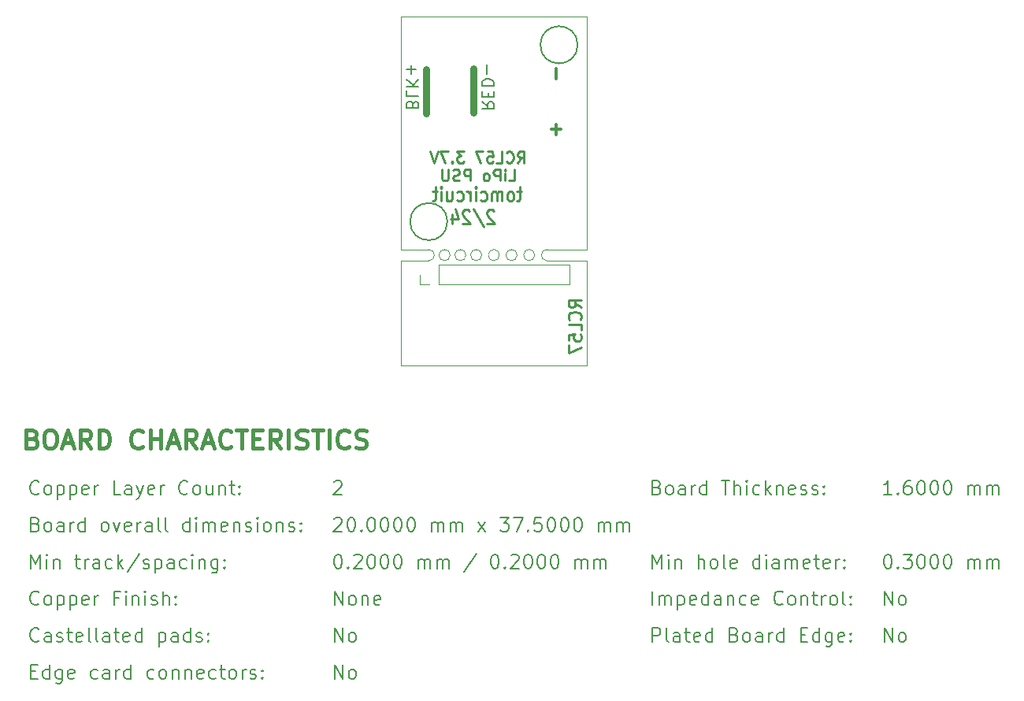
<source format=gbr>
%TF.GenerationSoftware,KiCad,Pcbnew,7.0.8*%
%TF.CreationDate,2024-02-28T15:08:07-05:00*%
%TF.ProjectId,rcl57_debug_psu,72636c35-375f-4646-9562-75675f707375,rev?*%
%TF.SameCoordinates,Original*%
%TF.FileFunction,Legend,Bot*%
%TF.FilePolarity,Positive*%
%FSLAX46Y46*%
G04 Gerber Fmt 4.6, Leading zero omitted, Abs format (unit mm)*
G04 Created by KiCad (PCBNEW 7.0.8) date 2024-02-28 15:08:07*
%MOMM*%
%LPD*%
G01*
G04 APERTURE LIST*
%ADD10C,0.750000*%
%ADD11C,0.200000*%
%ADD12C,0.250000*%
%ADD13C,0.300000*%
%ADD14C,0.120000*%
%ADD15C,0.400000*%
%ADD16C,0.150000*%
%TA.AperFunction,Profile*%
%ADD17C,0.050000*%
%TD*%
G04 APERTURE END LIST*
D10*
X162800000Y-85512142D02*
X162800000Y-90312142D01*
X157700000Y-85612142D02*
X157700000Y-90412142D01*
D11*
X156289947Y-89388094D02*
X156228042Y-89202380D01*
X156228042Y-89202380D02*
X156166138Y-89140475D01*
X156166138Y-89140475D02*
X156042328Y-89078571D01*
X156042328Y-89078571D02*
X155856614Y-89078571D01*
X155856614Y-89078571D02*
X155732804Y-89140475D01*
X155732804Y-89140475D02*
X155670900Y-89202380D01*
X155670900Y-89202380D02*
X155608995Y-89326190D01*
X155608995Y-89326190D02*
X155608995Y-89821428D01*
X155608995Y-89821428D02*
X156908995Y-89821428D01*
X156908995Y-89821428D02*
X156908995Y-89388094D01*
X156908995Y-89388094D02*
X156847090Y-89264285D01*
X156847090Y-89264285D02*
X156785185Y-89202380D01*
X156785185Y-89202380D02*
X156661376Y-89140475D01*
X156661376Y-89140475D02*
X156537566Y-89140475D01*
X156537566Y-89140475D02*
X156413757Y-89202380D01*
X156413757Y-89202380D02*
X156351852Y-89264285D01*
X156351852Y-89264285D02*
X156289947Y-89388094D01*
X156289947Y-89388094D02*
X156289947Y-89821428D01*
X155608995Y-87902380D02*
X155608995Y-88521428D01*
X155608995Y-88521428D02*
X156908995Y-88521428D01*
X155608995Y-87469047D02*
X156908995Y-87469047D01*
X155608995Y-86726190D02*
X156351852Y-87283332D01*
X156908995Y-86726190D02*
X156166138Y-87469047D01*
X156104233Y-86169047D02*
X156104233Y-85178571D01*
X155608995Y-85673809D02*
X156599471Y-85673809D01*
D12*
X167557142Y-95676142D02*
X167957142Y-95104714D01*
X168242856Y-95676142D02*
X168242856Y-94476142D01*
X168242856Y-94476142D02*
X167785713Y-94476142D01*
X167785713Y-94476142D02*
X167671428Y-94533285D01*
X167671428Y-94533285D02*
X167614285Y-94590428D01*
X167614285Y-94590428D02*
X167557142Y-94704714D01*
X167557142Y-94704714D02*
X167557142Y-94876142D01*
X167557142Y-94876142D02*
X167614285Y-94990428D01*
X167614285Y-94990428D02*
X167671428Y-95047571D01*
X167671428Y-95047571D02*
X167785713Y-95104714D01*
X167785713Y-95104714D02*
X168242856Y-95104714D01*
X166357142Y-95561857D02*
X166414285Y-95619000D01*
X166414285Y-95619000D02*
X166585713Y-95676142D01*
X166585713Y-95676142D02*
X166699999Y-95676142D01*
X166699999Y-95676142D02*
X166871428Y-95619000D01*
X166871428Y-95619000D02*
X166985713Y-95504714D01*
X166985713Y-95504714D02*
X167042856Y-95390428D01*
X167042856Y-95390428D02*
X167099999Y-95161857D01*
X167099999Y-95161857D02*
X167099999Y-94990428D01*
X167099999Y-94990428D02*
X167042856Y-94761857D01*
X167042856Y-94761857D02*
X166985713Y-94647571D01*
X166985713Y-94647571D02*
X166871428Y-94533285D01*
X166871428Y-94533285D02*
X166699999Y-94476142D01*
X166699999Y-94476142D02*
X166585713Y-94476142D01*
X166585713Y-94476142D02*
X166414285Y-94533285D01*
X166414285Y-94533285D02*
X166357142Y-94590428D01*
X165271428Y-95676142D02*
X165842856Y-95676142D01*
X165842856Y-95676142D02*
X165842856Y-94476142D01*
X164299999Y-94476142D02*
X164871427Y-94476142D01*
X164871427Y-94476142D02*
X164928570Y-95047571D01*
X164928570Y-95047571D02*
X164871427Y-94990428D01*
X164871427Y-94990428D02*
X164757142Y-94933285D01*
X164757142Y-94933285D02*
X164471427Y-94933285D01*
X164471427Y-94933285D02*
X164357142Y-94990428D01*
X164357142Y-94990428D02*
X164299999Y-95047571D01*
X164299999Y-95047571D02*
X164242856Y-95161857D01*
X164242856Y-95161857D02*
X164242856Y-95447571D01*
X164242856Y-95447571D02*
X164299999Y-95561857D01*
X164299999Y-95561857D02*
X164357142Y-95619000D01*
X164357142Y-95619000D02*
X164471427Y-95676142D01*
X164471427Y-95676142D02*
X164757142Y-95676142D01*
X164757142Y-95676142D02*
X164871427Y-95619000D01*
X164871427Y-95619000D02*
X164928570Y-95561857D01*
X163842856Y-94476142D02*
X163042856Y-94476142D01*
X163042856Y-94476142D02*
X163557142Y-95676142D01*
X161785713Y-94476142D02*
X161042856Y-94476142D01*
X161042856Y-94476142D02*
X161442856Y-94933285D01*
X161442856Y-94933285D02*
X161271427Y-94933285D01*
X161271427Y-94933285D02*
X161157142Y-94990428D01*
X161157142Y-94990428D02*
X161099999Y-95047571D01*
X161099999Y-95047571D02*
X161042856Y-95161857D01*
X161042856Y-95161857D02*
X161042856Y-95447571D01*
X161042856Y-95447571D02*
X161099999Y-95561857D01*
X161099999Y-95561857D02*
X161157142Y-95619000D01*
X161157142Y-95619000D02*
X161271427Y-95676142D01*
X161271427Y-95676142D02*
X161614284Y-95676142D01*
X161614284Y-95676142D02*
X161728570Y-95619000D01*
X161728570Y-95619000D02*
X161785713Y-95561857D01*
X160528570Y-95561857D02*
X160471427Y-95619000D01*
X160471427Y-95619000D02*
X160528570Y-95676142D01*
X160528570Y-95676142D02*
X160585713Y-95619000D01*
X160585713Y-95619000D02*
X160528570Y-95561857D01*
X160528570Y-95561857D02*
X160528570Y-95676142D01*
X160071427Y-94476142D02*
X159271427Y-94476142D01*
X159271427Y-94476142D02*
X159785713Y-95676142D01*
X158985713Y-94476142D02*
X158585713Y-95676142D01*
X158585713Y-95676142D02*
X158185713Y-94476142D01*
X166614286Y-97608142D02*
X167185714Y-97608142D01*
X167185714Y-97608142D02*
X167185714Y-96408142D01*
X166214285Y-97608142D02*
X166214285Y-96808142D01*
X166214285Y-96408142D02*
X166271428Y-96465285D01*
X166271428Y-96465285D02*
X166214285Y-96522428D01*
X166214285Y-96522428D02*
X166157142Y-96465285D01*
X166157142Y-96465285D02*
X166214285Y-96408142D01*
X166214285Y-96408142D02*
X166214285Y-96522428D01*
X165642856Y-97608142D02*
X165642856Y-96408142D01*
X165642856Y-96408142D02*
X165185713Y-96408142D01*
X165185713Y-96408142D02*
X165071428Y-96465285D01*
X165071428Y-96465285D02*
X165014285Y-96522428D01*
X165014285Y-96522428D02*
X164957142Y-96636714D01*
X164957142Y-96636714D02*
X164957142Y-96808142D01*
X164957142Y-96808142D02*
X165014285Y-96922428D01*
X165014285Y-96922428D02*
X165071428Y-96979571D01*
X165071428Y-96979571D02*
X165185713Y-97036714D01*
X165185713Y-97036714D02*
X165642856Y-97036714D01*
X164271428Y-97608142D02*
X164385713Y-97551000D01*
X164385713Y-97551000D02*
X164442856Y-97493857D01*
X164442856Y-97493857D02*
X164499999Y-97379571D01*
X164499999Y-97379571D02*
X164499999Y-97036714D01*
X164499999Y-97036714D02*
X164442856Y-96922428D01*
X164442856Y-96922428D02*
X164385713Y-96865285D01*
X164385713Y-96865285D02*
X164271428Y-96808142D01*
X164271428Y-96808142D02*
X164099999Y-96808142D01*
X164099999Y-96808142D02*
X163985713Y-96865285D01*
X163985713Y-96865285D02*
X163928571Y-96922428D01*
X163928571Y-96922428D02*
X163871428Y-97036714D01*
X163871428Y-97036714D02*
X163871428Y-97379571D01*
X163871428Y-97379571D02*
X163928571Y-97493857D01*
X163928571Y-97493857D02*
X163985713Y-97551000D01*
X163985713Y-97551000D02*
X164099999Y-97608142D01*
X164099999Y-97608142D02*
X164271428Y-97608142D01*
X162442856Y-97608142D02*
X162442856Y-96408142D01*
X162442856Y-96408142D02*
X161985713Y-96408142D01*
X161985713Y-96408142D02*
X161871428Y-96465285D01*
X161871428Y-96465285D02*
X161814285Y-96522428D01*
X161814285Y-96522428D02*
X161757142Y-96636714D01*
X161757142Y-96636714D02*
X161757142Y-96808142D01*
X161757142Y-96808142D02*
X161814285Y-96922428D01*
X161814285Y-96922428D02*
X161871428Y-96979571D01*
X161871428Y-96979571D02*
X161985713Y-97036714D01*
X161985713Y-97036714D02*
X162442856Y-97036714D01*
X161299999Y-97551000D02*
X161128571Y-97608142D01*
X161128571Y-97608142D02*
X160842856Y-97608142D01*
X160842856Y-97608142D02*
X160728571Y-97551000D01*
X160728571Y-97551000D02*
X160671428Y-97493857D01*
X160671428Y-97493857D02*
X160614285Y-97379571D01*
X160614285Y-97379571D02*
X160614285Y-97265285D01*
X160614285Y-97265285D02*
X160671428Y-97151000D01*
X160671428Y-97151000D02*
X160728571Y-97093857D01*
X160728571Y-97093857D02*
X160842856Y-97036714D01*
X160842856Y-97036714D02*
X161071428Y-96979571D01*
X161071428Y-96979571D02*
X161185713Y-96922428D01*
X161185713Y-96922428D02*
X161242856Y-96865285D01*
X161242856Y-96865285D02*
X161299999Y-96751000D01*
X161299999Y-96751000D02*
X161299999Y-96636714D01*
X161299999Y-96636714D02*
X161242856Y-96522428D01*
X161242856Y-96522428D02*
X161185713Y-96465285D01*
X161185713Y-96465285D02*
X161071428Y-96408142D01*
X161071428Y-96408142D02*
X160785713Y-96408142D01*
X160785713Y-96408142D02*
X160614285Y-96465285D01*
X160099999Y-96408142D02*
X160099999Y-97379571D01*
X160099999Y-97379571D02*
X160042856Y-97493857D01*
X160042856Y-97493857D02*
X159985714Y-97551000D01*
X159985714Y-97551000D02*
X159871428Y-97608142D01*
X159871428Y-97608142D02*
X159642856Y-97608142D01*
X159642856Y-97608142D02*
X159528571Y-97551000D01*
X159528571Y-97551000D02*
X159471428Y-97493857D01*
X159471428Y-97493857D02*
X159414285Y-97379571D01*
X159414285Y-97379571D02*
X159414285Y-96408142D01*
D13*
X171701266Y-92633333D02*
X171701266Y-91566667D01*
X171167933Y-92100000D02*
X172234600Y-92100000D01*
X171701266Y-86633332D02*
X171701266Y-85566666D01*
D11*
X163708995Y-89140476D02*
X164328042Y-89573809D01*
X163708995Y-89883333D02*
X165008995Y-89883333D01*
X165008995Y-89883333D02*
X165008995Y-89388095D01*
X165008995Y-89388095D02*
X164947090Y-89264285D01*
X164947090Y-89264285D02*
X164885185Y-89202380D01*
X164885185Y-89202380D02*
X164761376Y-89140476D01*
X164761376Y-89140476D02*
X164575661Y-89140476D01*
X164575661Y-89140476D02*
X164451852Y-89202380D01*
X164451852Y-89202380D02*
X164389947Y-89264285D01*
X164389947Y-89264285D02*
X164328042Y-89388095D01*
X164328042Y-89388095D02*
X164328042Y-89883333D01*
X164389947Y-88583333D02*
X164389947Y-88149999D01*
X163708995Y-87964285D02*
X163708995Y-88583333D01*
X163708995Y-88583333D02*
X165008995Y-88583333D01*
X165008995Y-88583333D02*
X165008995Y-87964285D01*
X163708995Y-87407143D02*
X165008995Y-87407143D01*
X165008995Y-87407143D02*
X165008995Y-87097619D01*
X165008995Y-87097619D02*
X164947090Y-86911905D01*
X164947090Y-86911905D02*
X164823280Y-86788095D01*
X164823280Y-86788095D02*
X164699471Y-86726190D01*
X164699471Y-86726190D02*
X164451852Y-86664286D01*
X164451852Y-86664286D02*
X164266138Y-86664286D01*
X164266138Y-86664286D02*
X164018519Y-86726190D01*
X164018519Y-86726190D02*
X163894709Y-86788095D01*
X163894709Y-86788095D02*
X163770900Y-86911905D01*
X163770900Y-86911905D02*
X163708995Y-87097619D01*
X163708995Y-87097619D02*
X163708995Y-87407143D01*
X164204233Y-86107143D02*
X164204233Y-85116667D01*
D12*
X174415666Y-111216853D02*
X173749000Y-110783520D01*
X174415666Y-110473996D02*
X173015666Y-110473996D01*
X173015666Y-110473996D02*
X173015666Y-110969234D01*
X173015666Y-110969234D02*
X173082333Y-111093044D01*
X173082333Y-111093044D02*
X173149000Y-111154949D01*
X173149000Y-111154949D02*
X173282333Y-111216853D01*
X173282333Y-111216853D02*
X173482333Y-111216853D01*
X173482333Y-111216853D02*
X173615666Y-111154949D01*
X173615666Y-111154949D02*
X173682333Y-111093044D01*
X173682333Y-111093044D02*
X173749000Y-110969234D01*
X173749000Y-110969234D02*
X173749000Y-110473996D01*
X174282333Y-112516853D02*
X174349000Y-112454949D01*
X174349000Y-112454949D02*
X174415666Y-112269234D01*
X174415666Y-112269234D02*
X174415666Y-112145425D01*
X174415666Y-112145425D02*
X174349000Y-111959711D01*
X174349000Y-111959711D02*
X174215666Y-111835901D01*
X174215666Y-111835901D02*
X174082333Y-111773996D01*
X174082333Y-111773996D02*
X173815666Y-111712092D01*
X173815666Y-111712092D02*
X173615666Y-111712092D01*
X173615666Y-111712092D02*
X173349000Y-111773996D01*
X173349000Y-111773996D02*
X173215666Y-111835901D01*
X173215666Y-111835901D02*
X173082333Y-111959711D01*
X173082333Y-111959711D02*
X173015666Y-112145425D01*
X173015666Y-112145425D02*
X173015666Y-112269234D01*
X173015666Y-112269234D02*
X173082333Y-112454949D01*
X173082333Y-112454949D02*
X173149000Y-112516853D01*
X174415666Y-113693044D02*
X174415666Y-113073996D01*
X174415666Y-113073996D02*
X173015666Y-113073996D01*
X173015666Y-114745425D02*
X173015666Y-114126377D01*
X173015666Y-114126377D02*
X173682333Y-114064473D01*
X173682333Y-114064473D02*
X173615666Y-114126377D01*
X173615666Y-114126377D02*
X173549000Y-114250187D01*
X173549000Y-114250187D02*
X173549000Y-114559711D01*
X173549000Y-114559711D02*
X173615666Y-114683520D01*
X173615666Y-114683520D02*
X173682333Y-114745425D01*
X173682333Y-114745425D02*
X173815666Y-114807330D01*
X173815666Y-114807330D02*
X174149000Y-114807330D01*
X174149000Y-114807330D02*
X174282333Y-114745425D01*
X174282333Y-114745425D02*
X174349000Y-114683520D01*
X174349000Y-114683520D02*
X174415666Y-114559711D01*
X174415666Y-114559711D02*
X174415666Y-114250187D01*
X174415666Y-114250187D02*
X174349000Y-114126377D01*
X174349000Y-114126377D02*
X174282333Y-114064473D01*
X173015666Y-115240663D02*
X173015666Y-116107329D01*
X173015666Y-116107329D02*
X174415666Y-115550187D01*
X167992856Y-98788428D02*
X167497618Y-98788428D01*
X167807142Y-98288428D02*
X167807142Y-99574142D01*
X167807142Y-99574142D02*
X167745237Y-99717000D01*
X167745237Y-99717000D02*
X167621427Y-99788428D01*
X167621427Y-99788428D02*
X167497618Y-99788428D01*
X166878570Y-99788428D02*
X167002380Y-99717000D01*
X167002380Y-99717000D02*
X167064285Y-99645571D01*
X167064285Y-99645571D02*
X167126189Y-99502714D01*
X167126189Y-99502714D02*
X167126189Y-99074142D01*
X167126189Y-99074142D02*
X167064285Y-98931285D01*
X167064285Y-98931285D02*
X167002380Y-98859857D01*
X167002380Y-98859857D02*
X166878570Y-98788428D01*
X166878570Y-98788428D02*
X166692856Y-98788428D01*
X166692856Y-98788428D02*
X166569047Y-98859857D01*
X166569047Y-98859857D02*
X166507142Y-98931285D01*
X166507142Y-98931285D02*
X166445237Y-99074142D01*
X166445237Y-99074142D02*
X166445237Y-99502714D01*
X166445237Y-99502714D02*
X166507142Y-99645571D01*
X166507142Y-99645571D02*
X166569047Y-99717000D01*
X166569047Y-99717000D02*
X166692856Y-99788428D01*
X166692856Y-99788428D02*
X166878570Y-99788428D01*
X165888095Y-99788428D02*
X165888095Y-98788428D01*
X165888095Y-98931285D02*
X165826190Y-98859857D01*
X165826190Y-98859857D02*
X165702380Y-98788428D01*
X165702380Y-98788428D02*
X165516666Y-98788428D01*
X165516666Y-98788428D02*
X165392857Y-98859857D01*
X165392857Y-98859857D02*
X165330952Y-99002714D01*
X165330952Y-99002714D02*
X165330952Y-99788428D01*
X165330952Y-99002714D02*
X165269047Y-98859857D01*
X165269047Y-98859857D02*
X165145238Y-98788428D01*
X165145238Y-98788428D02*
X164959523Y-98788428D01*
X164959523Y-98788428D02*
X164835714Y-98859857D01*
X164835714Y-98859857D02*
X164773809Y-99002714D01*
X164773809Y-99002714D02*
X164773809Y-99788428D01*
X163597619Y-99717000D02*
X163721428Y-99788428D01*
X163721428Y-99788428D02*
X163969047Y-99788428D01*
X163969047Y-99788428D02*
X164092857Y-99717000D01*
X164092857Y-99717000D02*
X164154762Y-99645571D01*
X164154762Y-99645571D02*
X164216666Y-99502714D01*
X164216666Y-99502714D02*
X164216666Y-99074142D01*
X164216666Y-99074142D02*
X164154762Y-98931285D01*
X164154762Y-98931285D02*
X164092857Y-98859857D01*
X164092857Y-98859857D02*
X163969047Y-98788428D01*
X163969047Y-98788428D02*
X163721428Y-98788428D01*
X163721428Y-98788428D02*
X163597619Y-98859857D01*
X163040476Y-99788428D02*
X163040476Y-98788428D01*
X163040476Y-98288428D02*
X163102380Y-98359857D01*
X163102380Y-98359857D02*
X163040476Y-98431285D01*
X163040476Y-98431285D02*
X162978571Y-98359857D01*
X162978571Y-98359857D02*
X163040476Y-98288428D01*
X163040476Y-98288428D02*
X163040476Y-98431285D01*
X162421428Y-99788428D02*
X162421428Y-98788428D01*
X162421428Y-99074142D02*
X162359523Y-98931285D01*
X162359523Y-98931285D02*
X162297618Y-98859857D01*
X162297618Y-98859857D02*
X162173809Y-98788428D01*
X162173809Y-98788428D02*
X162049999Y-98788428D01*
X161059523Y-99717000D02*
X161183332Y-99788428D01*
X161183332Y-99788428D02*
X161430951Y-99788428D01*
X161430951Y-99788428D02*
X161554761Y-99717000D01*
X161554761Y-99717000D02*
X161616666Y-99645571D01*
X161616666Y-99645571D02*
X161678570Y-99502714D01*
X161678570Y-99502714D02*
X161678570Y-99074142D01*
X161678570Y-99074142D02*
X161616666Y-98931285D01*
X161616666Y-98931285D02*
X161554761Y-98859857D01*
X161554761Y-98859857D02*
X161430951Y-98788428D01*
X161430951Y-98788428D02*
X161183332Y-98788428D01*
X161183332Y-98788428D02*
X161059523Y-98859857D01*
X159945237Y-98788428D02*
X159945237Y-99788428D01*
X160502380Y-98788428D02*
X160502380Y-99574142D01*
X160502380Y-99574142D02*
X160440475Y-99717000D01*
X160440475Y-99717000D02*
X160316665Y-99788428D01*
X160316665Y-99788428D02*
X160130951Y-99788428D01*
X160130951Y-99788428D02*
X160007142Y-99717000D01*
X160007142Y-99717000D02*
X159945237Y-99645571D01*
X159326190Y-99788428D02*
X159326190Y-98788428D01*
X159326190Y-98288428D02*
X159388094Y-98359857D01*
X159388094Y-98359857D02*
X159326190Y-98431285D01*
X159326190Y-98431285D02*
X159264285Y-98359857D01*
X159264285Y-98359857D02*
X159326190Y-98288428D01*
X159326190Y-98288428D02*
X159326190Y-98431285D01*
X158892856Y-98788428D02*
X158397618Y-98788428D01*
X158707142Y-98288428D02*
X158707142Y-99574142D01*
X158707142Y-99574142D02*
X158645237Y-99717000D01*
X158645237Y-99717000D02*
X158521427Y-99788428D01*
X158521427Y-99788428D02*
X158397618Y-99788428D01*
X164990475Y-100846285D02*
X164928571Y-100774857D01*
X164928571Y-100774857D02*
X164804761Y-100703428D01*
X164804761Y-100703428D02*
X164495237Y-100703428D01*
X164495237Y-100703428D02*
X164371428Y-100774857D01*
X164371428Y-100774857D02*
X164309523Y-100846285D01*
X164309523Y-100846285D02*
X164247618Y-100989142D01*
X164247618Y-100989142D02*
X164247618Y-101132000D01*
X164247618Y-101132000D02*
X164309523Y-101346285D01*
X164309523Y-101346285D02*
X165052380Y-102203428D01*
X165052380Y-102203428D02*
X164247618Y-102203428D01*
X162761904Y-100632000D02*
X163876190Y-102560571D01*
X162390475Y-100846285D02*
X162328571Y-100774857D01*
X162328571Y-100774857D02*
X162204761Y-100703428D01*
X162204761Y-100703428D02*
X161895237Y-100703428D01*
X161895237Y-100703428D02*
X161771428Y-100774857D01*
X161771428Y-100774857D02*
X161709523Y-100846285D01*
X161709523Y-100846285D02*
X161647618Y-100989142D01*
X161647618Y-100989142D02*
X161647618Y-101132000D01*
X161647618Y-101132000D02*
X161709523Y-101346285D01*
X161709523Y-101346285D02*
X162452380Y-102203428D01*
X162452380Y-102203428D02*
X161647618Y-102203428D01*
X160533333Y-101203428D02*
X160533333Y-102203428D01*
X160842857Y-100632000D02*
X161152380Y-101703428D01*
X161152380Y-101703428D02*
X160347619Y-101703428D01*
D14*
%TO.C,J201*%
X173160000Y-106640000D02*
X173160000Y-108760000D01*
X159100000Y-106640000D02*
X173160000Y-106640000D01*
X159100000Y-106640000D02*
X159100000Y-108760000D01*
X157040000Y-107700000D02*
X157040000Y-108760000D01*
X159100000Y-108760000D02*
X173160000Y-108760000D01*
X157040000Y-108760000D02*
X158100000Y-108760000D01*
%TD*%
D11*
X206995858Y-143226028D02*
X206995858Y-141726028D01*
X206995858Y-141726028D02*
X207853001Y-143226028D01*
X207853001Y-143226028D02*
X207853001Y-141726028D01*
X208781573Y-143226028D02*
X208638716Y-143154600D01*
X208638716Y-143154600D02*
X208567287Y-143083171D01*
X208567287Y-143083171D02*
X208495859Y-142940314D01*
X208495859Y-142940314D02*
X208495859Y-142511742D01*
X208495859Y-142511742D02*
X208567287Y-142368885D01*
X208567287Y-142368885D02*
X208638716Y-142297457D01*
X208638716Y-142297457D02*
X208781573Y-142226028D01*
X208781573Y-142226028D02*
X208995859Y-142226028D01*
X208995859Y-142226028D02*
X209138716Y-142297457D01*
X209138716Y-142297457D02*
X209210145Y-142368885D01*
X209210145Y-142368885D02*
X209281573Y-142511742D01*
X209281573Y-142511742D02*
X209281573Y-142940314D01*
X209281573Y-142940314D02*
X209210145Y-143083171D01*
X209210145Y-143083171D02*
X209138716Y-143154600D01*
X209138716Y-143154600D02*
X208995859Y-143226028D01*
X208995859Y-143226028D02*
X208781573Y-143226028D01*
X207281573Y-137769028D02*
X207424430Y-137769028D01*
X207424430Y-137769028D02*
X207567287Y-137840457D01*
X207567287Y-137840457D02*
X207638716Y-137911885D01*
X207638716Y-137911885D02*
X207710144Y-138054742D01*
X207710144Y-138054742D02*
X207781573Y-138340457D01*
X207781573Y-138340457D02*
X207781573Y-138697600D01*
X207781573Y-138697600D02*
X207710144Y-138983314D01*
X207710144Y-138983314D02*
X207638716Y-139126171D01*
X207638716Y-139126171D02*
X207567287Y-139197600D01*
X207567287Y-139197600D02*
X207424430Y-139269028D01*
X207424430Y-139269028D02*
X207281573Y-139269028D01*
X207281573Y-139269028D02*
X207138716Y-139197600D01*
X207138716Y-139197600D02*
X207067287Y-139126171D01*
X207067287Y-139126171D02*
X206995858Y-138983314D01*
X206995858Y-138983314D02*
X206924430Y-138697600D01*
X206924430Y-138697600D02*
X206924430Y-138340457D01*
X206924430Y-138340457D02*
X206995858Y-138054742D01*
X206995858Y-138054742D02*
X207067287Y-137911885D01*
X207067287Y-137911885D02*
X207138716Y-137840457D01*
X207138716Y-137840457D02*
X207281573Y-137769028D01*
X208424429Y-139126171D02*
X208495858Y-139197600D01*
X208495858Y-139197600D02*
X208424429Y-139269028D01*
X208424429Y-139269028D02*
X208353001Y-139197600D01*
X208353001Y-139197600D02*
X208424429Y-139126171D01*
X208424429Y-139126171D02*
X208424429Y-139269028D01*
X208995858Y-137769028D02*
X209924430Y-137769028D01*
X209924430Y-137769028D02*
X209424430Y-138340457D01*
X209424430Y-138340457D02*
X209638715Y-138340457D01*
X209638715Y-138340457D02*
X209781573Y-138411885D01*
X209781573Y-138411885D02*
X209853001Y-138483314D01*
X209853001Y-138483314D02*
X209924430Y-138626171D01*
X209924430Y-138626171D02*
X209924430Y-138983314D01*
X209924430Y-138983314D02*
X209853001Y-139126171D01*
X209853001Y-139126171D02*
X209781573Y-139197600D01*
X209781573Y-139197600D02*
X209638715Y-139269028D01*
X209638715Y-139269028D02*
X209210144Y-139269028D01*
X209210144Y-139269028D02*
X209067287Y-139197600D01*
X209067287Y-139197600D02*
X208995858Y-139126171D01*
X210853001Y-137769028D02*
X210995858Y-137769028D01*
X210995858Y-137769028D02*
X211138715Y-137840457D01*
X211138715Y-137840457D02*
X211210144Y-137911885D01*
X211210144Y-137911885D02*
X211281572Y-138054742D01*
X211281572Y-138054742D02*
X211353001Y-138340457D01*
X211353001Y-138340457D02*
X211353001Y-138697600D01*
X211353001Y-138697600D02*
X211281572Y-138983314D01*
X211281572Y-138983314D02*
X211210144Y-139126171D01*
X211210144Y-139126171D02*
X211138715Y-139197600D01*
X211138715Y-139197600D02*
X210995858Y-139269028D01*
X210995858Y-139269028D02*
X210853001Y-139269028D01*
X210853001Y-139269028D02*
X210710144Y-139197600D01*
X210710144Y-139197600D02*
X210638715Y-139126171D01*
X210638715Y-139126171D02*
X210567286Y-138983314D01*
X210567286Y-138983314D02*
X210495858Y-138697600D01*
X210495858Y-138697600D02*
X210495858Y-138340457D01*
X210495858Y-138340457D02*
X210567286Y-138054742D01*
X210567286Y-138054742D02*
X210638715Y-137911885D01*
X210638715Y-137911885D02*
X210710144Y-137840457D01*
X210710144Y-137840457D02*
X210853001Y-137769028D01*
X212281572Y-137769028D02*
X212424429Y-137769028D01*
X212424429Y-137769028D02*
X212567286Y-137840457D01*
X212567286Y-137840457D02*
X212638715Y-137911885D01*
X212638715Y-137911885D02*
X212710143Y-138054742D01*
X212710143Y-138054742D02*
X212781572Y-138340457D01*
X212781572Y-138340457D02*
X212781572Y-138697600D01*
X212781572Y-138697600D02*
X212710143Y-138983314D01*
X212710143Y-138983314D02*
X212638715Y-139126171D01*
X212638715Y-139126171D02*
X212567286Y-139197600D01*
X212567286Y-139197600D02*
X212424429Y-139269028D01*
X212424429Y-139269028D02*
X212281572Y-139269028D01*
X212281572Y-139269028D02*
X212138715Y-139197600D01*
X212138715Y-139197600D02*
X212067286Y-139126171D01*
X212067286Y-139126171D02*
X211995857Y-138983314D01*
X211995857Y-138983314D02*
X211924429Y-138697600D01*
X211924429Y-138697600D02*
X211924429Y-138340457D01*
X211924429Y-138340457D02*
X211995857Y-138054742D01*
X211995857Y-138054742D02*
X212067286Y-137911885D01*
X212067286Y-137911885D02*
X212138715Y-137840457D01*
X212138715Y-137840457D02*
X212281572Y-137769028D01*
X213710143Y-137769028D02*
X213853000Y-137769028D01*
X213853000Y-137769028D02*
X213995857Y-137840457D01*
X213995857Y-137840457D02*
X214067286Y-137911885D01*
X214067286Y-137911885D02*
X214138714Y-138054742D01*
X214138714Y-138054742D02*
X214210143Y-138340457D01*
X214210143Y-138340457D02*
X214210143Y-138697600D01*
X214210143Y-138697600D02*
X214138714Y-138983314D01*
X214138714Y-138983314D02*
X214067286Y-139126171D01*
X214067286Y-139126171D02*
X213995857Y-139197600D01*
X213995857Y-139197600D02*
X213853000Y-139269028D01*
X213853000Y-139269028D02*
X213710143Y-139269028D01*
X213710143Y-139269028D02*
X213567286Y-139197600D01*
X213567286Y-139197600D02*
X213495857Y-139126171D01*
X213495857Y-139126171D02*
X213424428Y-138983314D01*
X213424428Y-138983314D02*
X213353000Y-138697600D01*
X213353000Y-138697600D02*
X213353000Y-138340457D01*
X213353000Y-138340457D02*
X213424428Y-138054742D01*
X213424428Y-138054742D02*
X213495857Y-137911885D01*
X213495857Y-137911885D02*
X213567286Y-137840457D01*
X213567286Y-137840457D02*
X213710143Y-137769028D01*
X215995856Y-139269028D02*
X215995856Y-138269028D01*
X215995856Y-138411885D02*
X216067285Y-138340457D01*
X216067285Y-138340457D02*
X216210142Y-138269028D01*
X216210142Y-138269028D02*
X216424428Y-138269028D01*
X216424428Y-138269028D02*
X216567285Y-138340457D01*
X216567285Y-138340457D02*
X216638714Y-138483314D01*
X216638714Y-138483314D02*
X216638714Y-139269028D01*
X216638714Y-138483314D02*
X216710142Y-138340457D01*
X216710142Y-138340457D02*
X216852999Y-138269028D01*
X216852999Y-138269028D02*
X217067285Y-138269028D01*
X217067285Y-138269028D02*
X217210142Y-138340457D01*
X217210142Y-138340457D02*
X217281571Y-138483314D01*
X217281571Y-138483314D02*
X217281571Y-139269028D01*
X217995856Y-139269028D02*
X217995856Y-138269028D01*
X217995856Y-138411885D02*
X218067285Y-138340457D01*
X218067285Y-138340457D02*
X218210142Y-138269028D01*
X218210142Y-138269028D02*
X218424428Y-138269028D01*
X218424428Y-138269028D02*
X218567285Y-138340457D01*
X218567285Y-138340457D02*
X218638714Y-138483314D01*
X218638714Y-138483314D02*
X218638714Y-139269028D01*
X218638714Y-138483314D02*
X218710142Y-138340457D01*
X218710142Y-138340457D02*
X218852999Y-138269028D01*
X218852999Y-138269028D02*
X219067285Y-138269028D01*
X219067285Y-138269028D02*
X219210142Y-138340457D01*
X219210142Y-138340457D02*
X219281571Y-138483314D01*
X219281571Y-138483314D02*
X219281571Y-139269028D01*
X207781573Y-131355028D02*
X206924430Y-131355028D01*
X207353001Y-131355028D02*
X207353001Y-129855028D01*
X207353001Y-129855028D02*
X207210144Y-130069314D01*
X207210144Y-130069314D02*
X207067287Y-130212171D01*
X207067287Y-130212171D02*
X206924430Y-130283600D01*
X208424429Y-131212171D02*
X208495858Y-131283600D01*
X208495858Y-131283600D02*
X208424429Y-131355028D01*
X208424429Y-131355028D02*
X208353001Y-131283600D01*
X208353001Y-131283600D02*
X208424429Y-131212171D01*
X208424429Y-131212171D02*
X208424429Y-131355028D01*
X209781573Y-129855028D02*
X209495858Y-129855028D01*
X209495858Y-129855028D02*
X209353001Y-129926457D01*
X209353001Y-129926457D02*
X209281573Y-129997885D01*
X209281573Y-129997885D02*
X209138715Y-130212171D01*
X209138715Y-130212171D02*
X209067287Y-130497885D01*
X209067287Y-130497885D02*
X209067287Y-131069314D01*
X209067287Y-131069314D02*
X209138715Y-131212171D01*
X209138715Y-131212171D02*
X209210144Y-131283600D01*
X209210144Y-131283600D02*
X209353001Y-131355028D01*
X209353001Y-131355028D02*
X209638715Y-131355028D01*
X209638715Y-131355028D02*
X209781573Y-131283600D01*
X209781573Y-131283600D02*
X209853001Y-131212171D01*
X209853001Y-131212171D02*
X209924430Y-131069314D01*
X209924430Y-131069314D02*
X209924430Y-130712171D01*
X209924430Y-130712171D02*
X209853001Y-130569314D01*
X209853001Y-130569314D02*
X209781573Y-130497885D01*
X209781573Y-130497885D02*
X209638715Y-130426457D01*
X209638715Y-130426457D02*
X209353001Y-130426457D01*
X209353001Y-130426457D02*
X209210144Y-130497885D01*
X209210144Y-130497885D02*
X209138715Y-130569314D01*
X209138715Y-130569314D02*
X209067287Y-130712171D01*
X210853001Y-129855028D02*
X210995858Y-129855028D01*
X210995858Y-129855028D02*
X211138715Y-129926457D01*
X211138715Y-129926457D02*
X211210144Y-129997885D01*
X211210144Y-129997885D02*
X211281572Y-130140742D01*
X211281572Y-130140742D02*
X211353001Y-130426457D01*
X211353001Y-130426457D02*
X211353001Y-130783600D01*
X211353001Y-130783600D02*
X211281572Y-131069314D01*
X211281572Y-131069314D02*
X211210144Y-131212171D01*
X211210144Y-131212171D02*
X211138715Y-131283600D01*
X211138715Y-131283600D02*
X210995858Y-131355028D01*
X210995858Y-131355028D02*
X210853001Y-131355028D01*
X210853001Y-131355028D02*
X210710144Y-131283600D01*
X210710144Y-131283600D02*
X210638715Y-131212171D01*
X210638715Y-131212171D02*
X210567286Y-131069314D01*
X210567286Y-131069314D02*
X210495858Y-130783600D01*
X210495858Y-130783600D02*
X210495858Y-130426457D01*
X210495858Y-130426457D02*
X210567286Y-130140742D01*
X210567286Y-130140742D02*
X210638715Y-129997885D01*
X210638715Y-129997885D02*
X210710144Y-129926457D01*
X210710144Y-129926457D02*
X210853001Y-129855028D01*
X212281572Y-129855028D02*
X212424429Y-129855028D01*
X212424429Y-129855028D02*
X212567286Y-129926457D01*
X212567286Y-129926457D02*
X212638715Y-129997885D01*
X212638715Y-129997885D02*
X212710143Y-130140742D01*
X212710143Y-130140742D02*
X212781572Y-130426457D01*
X212781572Y-130426457D02*
X212781572Y-130783600D01*
X212781572Y-130783600D02*
X212710143Y-131069314D01*
X212710143Y-131069314D02*
X212638715Y-131212171D01*
X212638715Y-131212171D02*
X212567286Y-131283600D01*
X212567286Y-131283600D02*
X212424429Y-131355028D01*
X212424429Y-131355028D02*
X212281572Y-131355028D01*
X212281572Y-131355028D02*
X212138715Y-131283600D01*
X212138715Y-131283600D02*
X212067286Y-131212171D01*
X212067286Y-131212171D02*
X211995857Y-131069314D01*
X211995857Y-131069314D02*
X211924429Y-130783600D01*
X211924429Y-130783600D02*
X211924429Y-130426457D01*
X211924429Y-130426457D02*
X211995857Y-130140742D01*
X211995857Y-130140742D02*
X212067286Y-129997885D01*
X212067286Y-129997885D02*
X212138715Y-129926457D01*
X212138715Y-129926457D02*
X212281572Y-129855028D01*
X213710143Y-129855028D02*
X213853000Y-129855028D01*
X213853000Y-129855028D02*
X213995857Y-129926457D01*
X213995857Y-129926457D02*
X214067286Y-129997885D01*
X214067286Y-129997885D02*
X214138714Y-130140742D01*
X214138714Y-130140742D02*
X214210143Y-130426457D01*
X214210143Y-130426457D02*
X214210143Y-130783600D01*
X214210143Y-130783600D02*
X214138714Y-131069314D01*
X214138714Y-131069314D02*
X214067286Y-131212171D01*
X214067286Y-131212171D02*
X213995857Y-131283600D01*
X213995857Y-131283600D02*
X213853000Y-131355028D01*
X213853000Y-131355028D02*
X213710143Y-131355028D01*
X213710143Y-131355028D02*
X213567286Y-131283600D01*
X213567286Y-131283600D02*
X213495857Y-131212171D01*
X213495857Y-131212171D02*
X213424428Y-131069314D01*
X213424428Y-131069314D02*
X213353000Y-130783600D01*
X213353000Y-130783600D02*
X213353000Y-130426457D01*
X213353000Y-130426457D02*
X213424428Y-130140742D01*
X213424428Y-130140742D02*
X213495857Y-129997885D01*
X213495857Y-129997885D02*
X213567286Y-129926457D01*
X213567286Y-129926457D02*
X213710143Y-129855028D01*
X215995856Y-131355028D02*
X215995856Y-130355028D01*
X215995856Y-130497885D02*
X216067285Y-130426457D01*
X216067285Y-130426457D02*
X216210142Y-130355028D01*
X216210142Y-130355028D02*
X216424428Y-130355028D01*
X216424428Y-130355028D02*
X216567285Y-130426457D01*
X216567285Y-130426457D02*
X216638714Y-130569314D01*
X216638714Y-130569314D02*
X216638714Y-131355028D01*
X216638714Y-130569314D02*
X216710142Y-130426457D01*
X216710142Y-130426457D02*
X216852999Y-130355028D01*
X216852999Y-130355028D02*
X217067285Y-130355028D01*
X217067285Y-130355028D02*
X217210142Y-130426457D01*
X217210142Y-130426457D02*
X217281571Y-130569314D01*
X217281571Y-130569314D02*
X217281571Y-131355028D01*
X217995856Y-131355028D02*
X217995856Y-130355028D01*
X217995856Y-130497885D02*
X218067285Y-130426457D01*
X218067285Y-130426457D02*
X218210142Y-130355028D01*
X218210142Y-130355028D02*
X218424428Y-130355028D01*
X218424428Y-130355028D02*
X218567285Y-130426457D01*
X218567285Y-130426457D02*
X218638714Y-130569314D01*
X218638714Y-130569314D02*
X218638714Y-131355028D01*
X218638714Y-130569314D02*
X218710142Y-130426457D01*
X218710142Y-130426457D02*
X218852999Y-130355028D01*
X218852999Y-130355028D02*
X219067285Y-130355028D01*
X219067285Y-130355028D02*
X219210142Y-130426457D01*
X219210142Y-130426457D02*
X219281571Y-130569314D01*
X219281571Y-130569314D02*
X219281571Y-131355028D01*
X182053001Y-143226028D02*
X182053001Y-141726028D01*
X182767287Y-143226028D02*
X182767287Y-142226028D01*
X182767287Y-142368885D02*
X182838716Y-142297457D01*
X182838716Y-142297457D02*
X182981573Y-142226028D01*
X182981573Y-142226028D02*
X183195859Y-142226028D01*
X183195859Y-142226028D02*
X183338716Y-142297457D01*
X183338716Y-142297457D02*
X183410145Y-142440314D01*
X183410145Y-142440314D02*
X183410145Y-143226028D01*
X183410145Y-142440314D02*
X183481573Y-142297457D01*
X183481573Y-142297457D02*
X183624430Y-142226028D01*
X183624430Y-142226028D02*
X183838716Y-142226028D01*
X183838716Y-142226028D02*
X183981573Y-142297457D01*
X183981573Y-142297457D02*
X184053002Y-142440314D01*
X184053002Y-142440314D02*
X184053002Y-143226028D01*
X184767287Y-142226028D02*
X184767287Y-143726028D01*
X184767287Y-142297457D02*
X184910145Y-142226028D01*
X184910145Y-142226028D02*
X185195859Y-142226028D01*
X185195859Y-142226028D02*
X185338716Y-142297457D01*
X185338716Y-142297457D02*
X185410145Y-142368885D01*
X185410145Y-142368885D02*
X185481573Y-142511742D01*
X185481573Y-142511742D02*
X185481573Y-142940314D01*
X185481573Y-142940314D02*
X185410145Y-143083171D01*
X185410145Y-143083171D02*
X185338716Y-143154600D01*
X185338716Y-143154600D02*
X185195859Y-143226028D01*
X185195859Y-143226028D02*
X184910145Y-143226028D01*
X184910145Y-143226028D02*
X184767287Y-143154600D01*
X186695859Y-143154600D02*
X186553002Y-143226028D01*
X186553002Y-143226028D02*
X186267288Y-143226028D01*
X186267288Y-143226028D02*
X186124430Y-143154600D01*
X186124430Y-143154600D02*
X186053002Y-143011742D01*
X186053002Y-143011742D02*
X186053002Y-142440314D01*
X186053002Y-142440314D02*
X186124430Y-142297457D01*
X186124430Y-142297457D02*
X186267288Y-142226028D01*
X186267288Y-142226028D02*
X186553002Y-142226028D01*
X186553002Y-142226028D02*
X186695859Y-142297457D01*
X186695859Y-142297457D02*
X186767288Y-142440314D01*
X186767288Y-142440314D02*
X186767288Y-142583171D01*
X186767288Y-142583171D02*
X186053002Y-142726028D01*
X188053002Y-143226028D02*
X188053002Y-141726028D01*
X188053002Y-143154600D02*
X187910144Y-143226028D01*
X187910144Y-143226028D02*
X187624430Y-143226028D01*
X187624430Y-143226028D02*
X187481573Y-143154600D01*
X187481573Y-143154600D02*
X187410144Y-143083171D01*
X187410144Y-143083171D02*
X187338716Y-142940314D01*
X187338716Y-142940314D02*
X187338716Y-142511742D01*
X187338716Y-142511742D02*
X187410144Y-142368885D01*
X187410144Y-142368885D02*
X187481573Y-142297457D01*
X187481573Y-142297457D02*
X187624430Y-142226028D01*
X187624430Y-142226028D02*
X187910144Y-142226028D01*
X187910144Y-142226028D02*
X188053002Y-142297457D01*
X189410145Y-143226028D02*
X189410145Y-142440314D01*
X189410145Y-142440314D02*
X189338716Y-142297457D01*
X189338716Y-142297457D02*
X189195859Y-142226028D01*
X189195859Y-142226028D02*
X188910145Y-142226028D01*
X188910145Y-142226028D02*
X188767287Y-142297457D01*
X189410145Y-143154600D02*
X189267287Y-143226028D01*
X189267287Y-143226028D02*
X188910145Y-143226028D01*
X188910145Y-143226028D02*
X188767287Y-143154600D01*
X188767287Y-143154600D02*
X188695859Y-143011742D01*
X188695859Y-143011742D02*
X188695859Y-142868885D01*
X188695859Y-142868885D02*
X188767287Y-142726028D01*
X188767287Y-142726028D02*
X188910145Y-142654600D01*
X188910145Y-142654600D02*
X189267287Y-142654600D01*
X189267287Y-142654600D02*
X189410145Y-142583171D01*
X190124430Y-142226028D02*
X190124430Y-143226028D01*
X190124430Y-142368885D02*
X190195859Y-142297457D01*
X190195859Y-142297457D02*
X190338716Y-142226028D01*
X190338716Y-142226028D02*
X190553002Y-142226028D01*
X190553002Y-142226028D02*
X190695859Y-142297457D01*
X190695859Y-142297457D02*
X190767288Y-142440314D01*
X190767288Y-142440314D02*
X190767288Y-143226028D01*
X192124431Y-143154600D02*
X191981573Y-143226028D01*
X191981573Y-143226028D02*
X191695859Y-143226028D01*
X191695859Y-143226028D02*
X191553002Y-143154600D01*
X191553002Y-143154600D02*
X191481573Y-143083171D01*
X191481573Y-143083171D02*
X191410145Y-142940314D01*
X191410145Y-142940314D02*
X191410145Y-142511742D01*
X191410145Y-142511742D02*
X191481573Y-142368885D01*
X191481573Y-142368885D02*
X191553002Y-142297457D01*
X191553002Y-142297457D02*
X191695859Y-142226028D01*
X191695859Y-142226028D02*
X191981573Y-142226028D01*
X191981573Y-142226028D02*
X192124431Y-142297457D01*
X193338716Y-143154600D02*
X193195859Y-143226028D01*
X193195859Y-143226028D02*
X192910145Y-143226028D01*
X192910145Y-143226028D02*
X192767287Y-143154600D01*
X192767287Y-143154600D02*
X192695859Y-143011742D01*
X192695859Y-143011742D02*
X192695859Y-142440314D01*
X192695859Y-142440314D02*
X192767287Y-142297457D01*
X192767287Y-142297457D02*
X192910145Y-142226028D01*
X192910145Y-142226028D02*
X193195859Y-142226028D01*
X193195859Y-142226028D02*
X193338716Y-142297457D01*
X193338716Y-142297457D02*
X193410145Y-142440314D01*
X193410145Y-142440314D02*
X193410145Y-142583171D01*
X193410145Y-142583171D02*
X192695859Y-142726028D01*
X196053001Y-143083171D02*
X195981573Y-143154600D01*
X195981573Y-143154600D02*
X195767287Y-143226028D01*
X195767287Y-143226028D02*
X195624430Y-143226028D01*
X195624430Y-143226028D02*
X195410144Y-143154600D01*
X195410144Y-143154600D02*
X195267287Y-143011742D01*
X195267287Y-143011742D02*
X195195858Y-142868885D01*
X195195858Y-142868885D02*
X195124430Y-142583171D01*
X195124430Y-142583171D02*
X195124430Y-142368885D01*
X195124430Y-142368885D02*
X195195858Y-142083171D01*
X195195858Y-142083171D02*
X195267287Y-141940314D01*
X195267287Y-141940314D02*
X195410144Y-141797457D01*
X195410144Y-141797457D02*
X195624430Y-141726028D01*
X195624430Y-141726028D02*
X195767287Y-141726028D01*
X195767287Y-141726028D02*
X195981573Y-141797457D01*
X195981573Y-141797457D02*
X196053001Y-141868885D01*
X196910144Y-143226028D02*
X196767287Y-143154600D01*
X196767287Y-143154600D02*
X196695858Y-143083171D01*
X196695858Y-143083171D02*
X196624430Y-142940314D01*
X196624430Y-142940314D02*
X196624430Y-142511742D01*
X196624430Y-142511742D02*
X196695858Y-142368885D01*
X196695858Y-142368885D02*
X196767287Y-142297457D01*
X196767287Y-142297457D02*
X196910144Y-142226028D01*
X196910144Y-142226028D02*
X197124430Y-142226028D01*
X197124430Y-142226028D02*
X197267287Y-142297457D01*
X197267287Y-142297457D02*
X197338716Y-142368885D01*
X197338716Y-142368885D02*
X197410144Y-142511742D01*
X197410144Y-142511742D02*
X197410144Y-142940314D01*
X197410144Y-142940314D02*
X197338716Y-143083171D01*
X197338716Y-143083171D02*
X197267287Y-143154600D01*
X197267287Y-143154600D02*
X197124430Y-143226028D01*
X197124430Y-143226028D02*
X196910144Y-143226028D01*
X198053001Y-142226028D02*
X198053001Y-143226028D01*
X198053001Y-142368885D02*
X198124430Y-142297457D01*
X198124430Y-142297457D02*
X198267287Y-142226028D01*
X198267287Y-142226028D02*
X198481573Y-142226028D01*
X198481573Y-142226028D02*
X198624430Y-142297457D01*
X198624430Y-142297457D02*
X198695859Y-142440314D01*
X198695859Y-142440314D02*
X198695859Y-143226028D01*
X199195859Y-142226028D02*
X199767287Y-142226028D01*
X199410144Y-141726028D02*
X199410144Y-143011742D01*
X199410144Y-143011742D02*
X199481573Y-143154600D01*
X199481573Y-143154600D02*
X199624430Y-143226028D01*
X199624430Y-143226028D02*
X199767287Y-143226028D01*
X200267287Y-143226028D02*
X200267287Y-142226028D01*
X200267287Y-142511742D02*
X200338716Y-142368885D01*
X200338716Y-142368885D02*
X200410145Y-142297457D01*
X200410145Y-142297457D02*
X200553002Y-142226028D01*
X200553002Y-142226028D02*
X200695859Y-142226028D01*
X201410144Y-143226028D02*
X201267287Y-143154600D01*
X201267287Y-143154600D02*
X201195858Y-143083171D01*
X201195858Y-143083171D02*
X201124430Y-142940314D01*
X201124430Y-142940314D02*
X201124430Y-142511742D01*
X201124430Y-142511742D02*
X201195858Y-142368885D01*
X201195858Y-142368885D02*
X201267287Y-142297457D01*
X201267287Y-142297457D02*
X201410144Y-142226028D01*
X201410144Y-142226028D02*
X201624430Y-142226028D01*
X201624430Y-142226028D02*
X201767287Y-142297457D01*
X201767287Y-142297457D02*
X201838716Y-142368885D01*
X201838716Y-142368885D02*
X201910144Y-142511742D01*
X201910144Y-142511742D02*
X201910144Y-142940314D01*
X201910144Y-142940314D02*
X201838716Y-143083171D01*
X201838716Y-143083171D02*
X201767287Y-143154600D01*
X201767287Y-143154600D02*
X201624430Y-143226028D01*
X201624430Y-143226028D02*
X201410144Y-143226028D01*
X202767287Y-143226028D02*
X202624430Y-143154600D01*
X202624430Y-143154600D02*
X202553001Y-143011742D01*
X202553001Y-143011742D02*
X202553001Y-141726028D01*
X203338715Y-143083171D02*
X203410144Y-143154600D01*
X203410144Y-143154600D02*
X203338715Y-143226028D01*
X203338715Y-143226028D02*
X203267287Y-143154600D01*
X203267287Y-143154600D02*
X203338715Y-143083171D01*
X203338715Y-143083171D02*
X203338715Y-143226028D01*
X203338715Y-142297457D02*
X203410144Y-142368885D01*
X203410144Y-142368885D02*
X203338715Y-142440314D01*
X203338715Y-142440314D02*
X203267287Y-142368885D01*
X203267287Y-142368885D02*
X203338715Y-142297457D01*
X203338715Y-142297457D02*
X203338715Y-142440314D01*
X182053001Y-139269028D02*
X182053001Y-137769028D01*
X182053001Y-137769028D02*
X182553001Y-138840457D01*
X182553001Y-138840457D02*
X183053001Y-137769028D01*
X183053001Y-137769028D02*
X183053001Y-139269028D01*
X183767287Y-139269028D02*
X183767287Y-138269028D01*
X183767287Y-137769028D02*
X183695859Y-137840457D01*
X183695859Y-137840457D02*
X183767287Y-137911885D01*
X183767287Y-137911885D02*
X183838716Y-137840457D01*
X183838716Y-137840457D02*
X183767287Y-137769028D01*
X183767287Y-137769028D02*
X183767287Y-137911885D01*
X184481573Y-138269028D02*
X184481573Y-139269028D01*
X184481573Y-138411885D02*
X184553002Y-138340457D01*
X184553002Y-138340457D02*
X184695859Y-138269028D01*
X184695859Y-138269028D02*
X184910145Y-138269028D01*
X184910145Y-138269028D02*
X185053002Y-138340457D01*
X185053002Y-138340457D02*
X185124431Y-138483314D01*
X185124431Y-138483314D02*
X185124431Y-139269028D01*
X186981573Y-139269028D02*
X186981573Y-137769028D01*
X187624431Y-139269028D02*
X187624431Y-138483314D01*
X187624431Y-138483314D02*
X187553002Y-138340457D01*
X187553002Y-138340457D02*
X187410145Y-138269028D01*
X187410145Y-138269028D02*
X187195859Y-138269028D01*
X187195859Y-138269028D02*
X187053002Y-138340457D01*
X187053002Y-138340457D02*
X186981573Y-138411885D01*
X188553002Y-139269028D02*
X188410145Y-139197600D01*
X188410145Y-139197600D02*
X188338716Y-139126171D01*
X188338716Y-139126171D02*
X188267288Y-138983314D01*
X188267288Y-138983314D02*
X188267288Y-138554742D01*
X188267288Y-138554742D02*
X188338716Y-138411885D01*
X188338716Y-138411885D02*
X188410145Y-138340457D01*
X188410145Y-138340457D02*
X188553002Y-138269028D01*
X188553002Y-138269028D02*
X188767288Y-138269028D01*
X188767288Y-138269028D02*
X188910145Y-138340457D01*
X188910145Y-138340457D02*
X188981574Y-138411885D01*
X188981574Y-138411885D02*
X189053002Y-138554742D01*
X189053002Y-138554742D02*
X189053002Y-138983314D01*
X189053002Y-138983314D02*
X188981574Y-139126171D01*
X188981574Y-139126171D02*
X188910145Y-139197600D01*
X188910145Y-139197600D02*
X188767288Y-139269028D01*
X188767288Y-139269028D02*
X188553002Y-139269028D01*
X189910145Y-139269028D02*
X189767288Y-139197600D01*
X189767288Y-139197600D02*
X189695859Y-139054742D01*
X189695859Y-139054742D02*
X189695859Y-137769028D01*
X191053002Y-139197600D02*
X190910145Y-139269028D01*
X190910145Y-139269028D02*
X190624431Y-139269028D01*
X190624431Y-139269028D02*
X190481573Y-139197600D01*
X190481573Y-139197600D02*
X190410145Y-139054742D01*
X190410145Y-139054742D02*
X190410145Y-138483314D01*
X190410145Y-138483314D02*
X190481573Y-138340457D01*
X190481573Y-138340457D02*
X190624431Y-138269028D01*
X190624431Y-138269028D02*
X190910145Y-138269028D01*
X190910145Y-138269028D02*
X191053002Y-138340457D01*
X191053002Y-138340457D02*
X191124431Y-138483314D01*
X191124431Y-138483314D02*
X191124431Y-138626171D01*
X191124431Y-138626171D02*
X190410145Y-138769028D01*
X193553002Y-139269028D02*
X193553002Y-137769028D01*
X193553002Y-139197600D02*
X193410144Y-139269028D01*
X193410144Y-139269028D02*
X193124430Y-139269028D01*
X193124430Y-139269028D02*
X192981573Y-139197600D01*
X192981573Y-139197600D02*
X192910144Y-139126171D01*
X192910144Y-139126171D02*
X192838716Y-138983314D01*
X192838716Y-138983314D02*
X192838716Y-138554742D01*
X192838716Y-138554742D02*
X192910144Y-138411885D01*
X192910144Y-138411885D02*
X192981573Y-138340457D01*
X192981573Y-138340457D02*
X193124430Y-138269028D01*
X193124430Y-138269028D02*
X193410144Y-138269028D01*
X193410144Y-138269028D02*
X193553002Y-138340457D01*
X194267287Y-139269028D02*
X194267287Y-138269028D01*
X194267287Y-137769028D02*
X194195859Y-137840457D01*
X194195859Y-137840457D02*
X194267287Y-137911885D01*
X194267287Y-137911885D02*
X194338716Y-137840457D01*
X194338716Y-137840457D02*
X194267287Y-137769028D01*
X194267287Y-137769028D02*
X194267287Y-137911885D01*
X195624431Y-139269028D02*
X195624431Y-138483314D01*
X195624431Y-138483314D02*
X195553002Y-138340457D01*
X195553002Y-138340457D02*
X195410145Y-138269028D01*
X195410145Y-138269028D02*
X195124431Y-138269028D01*
X195124431Y-138269028D02*
X194981573Y-138340457D01*
X195624431Y-139197600D02*
X195481573Y-139269028D01*
X195481573Y-139269028D02*
X195124431Y-139269028D01*
X195124431Y-139269028D02*
X194981573Y-139197600D01*
X194981573Y-139197600D02*
X194910145Y-139054742D01*
X194910145Y-139054742D02*
X194910145Y-138911885D01*
X194910145Y-138911885D02*
X194981573Y-138769028D01*
X194981573Y-138769028D02*
X195124431Y-138697600D01*
X195124431Y-138697600D02*
X195481573Y-138697600D01*
X195481573Y-138697600D02*
X195624431Y-138626171D01*
X196338716Y-139269028D02*
X196338716Y-138269028D01*
X196338716Y-138411885D02*
X196410145Y-138340457D01*
X196410145Y-138340457D02*
X196553002Y-138269028D01*
X196553002Y-138269028D02*
X196767288Y-138269028D01*
X196767288Y-138269028D02*
X196910145Y-138340457D01*
X196910145Y-138340457D02*
X196981574Y-138483314D01*
X196981574Y-138483314D02*
X196981574Y-139269028D01*
X196981574Y-138483314D02*
X197053002Y-138340457D01*
X197053002Y-138340457D02*
X197195859Y-138269028D01*
X197195859Y-138269028D02*
X197410145Y-138269028D01*
X197410145Y-138269028D02*
X197553002Y-138340457D01*
X197553002Y-138340457D02*
X197624431Y-138483314D01*
X197624431Y-138483314D02*
X197624431Y-139269028D01*
X198910145Y-139197600D02*
X198767288Y-139269028D01*
X198767288Y-139269028D02*
X198481574Y-139269028D01*
X198481574Y-139269028D02*
X198338716Y-139197600D01*
X198338716Y-139197600D02*
X198267288Y-139054742D01*
X198267288Y-139054742D02*
X198267288Y-138483314D01*
X198267288Y-138483314D02*
X198338716Y-138340457D01*
X198338716Y-138340457D02*
X198481574Y-138269028D01*
X198481574Y-138269028D02*
X198767288Y-138269028D01*
X198767288Y-138269028D02*
X198910145Y-138340457D01*
X198910145Y-138340457D02*
X198981574Y-138483314D01*
X198981574Y-138483314D02*
X198981574Y-138626171D01*
X198981574Y-138626171D02*
X198267288Y-138769028D01*
X199410145Y-138269028D02*
X199981573Y-138269028D01*
X199624430Y-137769028D02*
X199624430Y-139054742D01*
X199624430Y-139054742D02*
X199695859Y-139197600D01*
X199695859Y-139197600D02*
X199838716Y-139269028D01*
X199838716Y-139269028D02*
X199981573Y-139269028D01*
X201053002Y-139197600D02*
X200910145Y-139269028D01*
X200910145Y-139269028D02*
X200624431Y-139269028D01*
X200624431Y-139269028D02*
X200481573Y-139197600D01*
X200481573Y-139197600D02*
X200410145Y-139054742D01*
X200410145Y-139054742D02*
X200410145Y-138483314D01*
X200410145Y-138483314D02*
X200481573Y-138340457D01*
X200481573Y-138340457D02*
X200624431Y-138269028D01*
X200624431Y-138269028D02*
X200910145Y-138269028D01*
X200910145Y-138269028D02*
X201053002Y-138340457D01*
X201053002Y-138340457D02*
X201124431Y-138483314D01*
X201124431Y-138483314D02*
X201124431Y-138626171D01*
X201124431Y-138626171D02*
X200410145Y-138769028D01*
X201767287Y-139269028D02*
X201767287Y-138269028D01*
X201767287Y-138554742D02*
X201838716Y-138411885D01*
X201838716Y-138411885D02*
X201910145Y-138340457D01*
X201910145Y-138340457D02*
X202053002Y-138269028D01*
X202053002Y-138269028D02*
X202195859Y-138269028D01*
X202695858Y-139126171D02*
X202767287Y-139197600D01*
X202767287Y-139197600D02*
X202695858Y-139269028D01*
X202695858Y-139269028D02*
X202624430Y-139197600D01*
X202624430Y-139197600D02*
X202695858Y-139126171D01*
X202695858Y-139126171D02*
X202695858Y-139269028D01*
X202695858Y-138340457D02*
X202767287Y-138411885D01*
X202767287Y-138411885D02*
X202695858Y-138483314D01*
X202695858Y-138483314D02*
X202624430Y-138411885D01*
X202624430Y-138411885D02*
X202695858Y-138340457D01*
X202695858Y-138340457D02*
X202695858Y-138483314D01*
X182553001Y-130569314D02*
X182767287Y-130640742D01*
X182767287Y-130640742D02*
X182838716Y-130712171D01*
X182838716Y-130712171D02*
X182910144Y-130855028D01*
X182910144Y-130855028D02*
X182910144Y-131069314D01*
X182910144Y-131069314D02*
X182838716Y-131212171D01*
X182838716Y-131212171D02*
X182767287Y-131283600D01*
X182767287Y-131283600D02*
X182624430Y-131355028D01*
X182624430Y-131355028D02*
X182053001Y-131355028D01*
X182053001Y-131355028D02*
X182053001Y-129855028D01*
X182053001Y-129855028D02*
X182553001Y-129855028D01*
X182553001Y-129855028D02*
X182695859Y-129926457D01*
X182695859Y-129926457D02*
X182767287Y-129997885D01*
X182767287Y-129997885D02*
X182838716Y-130140742D01*
X182838716Y-130140742D02*
X182838716Y-130283600D01*
X182838716Y-130283600D02*
X182767287Y-130426457D01*
X182767287Y-130426457D02*
X182695859Y-130497885D01*
X182695859Y-130497885D02*
X182553001Y-130569314D01*
X182553001Y-130569314D02*
X182053001Y-130569314D01*
X183767287Y-131355028D02*
X183624430Y-131283600D01*
X183624430Y-131283600D02*
X183553001Y-131212171D01*
X183553001Y-131212171D02*
X183481573Y-131069314D01*
X183481573Y-131069314D02*
X183481573Y-130640742D01*
X183481573Y-130640742D02*
X183553001Y-130497885D01*
X183553001Y-130497885D02*
X183624430Y-130426457D01*
X183624430Y-130426457D02*
X183767287Y-130355028D01*
X183767287Y-130355028D02*
X183981573Y-130355028D01*
X183981573Y-130355028D02*
X184124430Y-130426457D01*
X184124430Y-130426457D02*
X184195859Y-130497885D01*
X184195859Y-130497885D02*
X184267287Y-130640742D01*
X184267287Y-130640742D02*
X184267287Y-131069314D01*
X184267287Y-131069314D02*
X184195859Y-131212171D01*
X184195859Y-131212171D02*
X184124430Y-131283600D01*
X184124430Y-131283600D02*
X183981573Y-131355028D01*
X183981573Y-131355028D02*
X183767287Y-131355028D01*
X185553002Y-131355028D02*
X185553002Y-130569314D01*
X185553002Y-130569314D02*
X185481573Y-130426457D01*
X185481573Y-130426457D02*
X185338716Y-130355028D01*
X185338716Y-130355028D02*
X185053002Y-130355028D01*
X185053002Y-130355028D02*
X184910144Y-130426457D01*
X185553002Y-131283600D02*
X185410144Y-131355028D01*
X185410144Y-131355028D02*
X185053002Y-131355028D01*
X185053002Y-131355028D02*
X184910144Y-131283600D01*
X184910144Y-131283600D02*
X184838716Y-131140742D01*
X184838716Y-131140742D02*
X184838716Y-130997885D01*
X184838716Y-130997885D02*
X184910144Y-130855028D01*
X184910144Y-130855028D02*
X185053002Y-130783600D01*
X185053002Y-130783600D02*
X185410144Y-130783600D01*
X185410144Y-130783600D02*
X185553002Y-130712171D01*
X186267287Y-131355028D02*
X186267287Y-130355028D01*
X186267287Y-130640742D02*
X186338716Y-130497885D01*
X186338716Y-130497885D02*
X186410145Y-130426457D01*
X186410145Y-130426457D02*
X186553002Y-130355028D01*
X186553002Y-130355028D02*
X186695859Y-130355028D01*
X187838716Y-131355028D02*
X187838716Y-129855028D01*
X187838716Y-131283600D02*
X187695858Y-131355028D01*
X187695858Y-131355028D02*
X187410144Y-131355028D01*
X187410144Y-131355028D02*
X187267287Y-131283600D01*
X187267287Y-131283600D02*
X187195858Y-131212171D01*
X187195858Y-131212171D02*
X187124430Y-131069314D01*
X187124430Y-131069314D02*
X187124430Y-130640742D01*
X187124430Y-130640742D02*
X187195858Y-130497885D01*
X187195858Y-130497885D02*
X187267287Y-130426457D01*
X187267287Y-130426457D02*
X187410144Y-130355028D01*
X187410144Y-130355028D02*
X187695858Y-130355028D01*
X187695858Y-130355028D02*
X187838716Y-130426457D01*
X189481573Y-129855028D02*
X190338716Y-129855028D01*
X189910144Y-131355028D02*
X189910144Y-129855028D01*
X190838715Y-131355028D02*
X190838715Y-129855028D01*
X191481573Y-131355028D02*
X191481573Y-130569314D01*
X191481573Y-130569314D02*
X191410144Y-130426457D01*
X191410144Y-130426457D02*
X191267287Y-130355028D01*
X191267287Y-130355028D02*
X191053001Y-130355028D01*
X191053001Y-130355028D02*
X190910144Y-130426457D01*
X190910144Y-130426457D02*
X190838715Y-130497885D01*
X192195858Y-131355028D02*
X192195858Y-130355028D01*
X192195858Y-129855028D02*
X192124430Y-129926457D01*
X192124430Y-129926457D02*
X192195858Y-129997885D01*
X192195858Y-129997885D02*
X192267287Y-129926457D01*
X192267287Y-129926457D02*
X192195858Y-129855028D01*
X192195858Y-129855028D02*
X192195858Y-129997885D01*
X193553002Y-131283600D02*
X193410144Y-131355028D01*
X193410144Y-131355028D02*
X193124430Y-131355028D01*
X193124430Y-131355028D02*
X192981573Y-131283600D01*
X192981573Y-131283600D02*
X192910144Y-131212171D01*
X192910144Y-131212171D02*
X192838716Y-131069314D01*
X192838716Y-131069314D02*
X192838716Y-130640742D01*
X192838716Y-130640742D02*
X192910144Y-130497885D01*
X192910144Y-130497885D02*
X192981573Y-130426457D01*
X192981573Y-130426457D02*
X193124430Y-130355028D01*
X193124430Y-130355028D02*
X193410144Y-130355028D01*
X193410144Y-130355028D02*
X193553002Y-130426457D01*
X194195858Y-131355028D02*
X194195858Y-129855028D01*
X194338716Y-130783600D02*
X194767287Y-131355028D01*
X194767287Y-130355028D02*
X194195858Y-130926457D01*
X195410144Y-130355028D02*
X195410144Y-131355028D01*
X195410144Y-130497885D02*
X195481573Y-130426457D01*
X195481573Y-130426457D02*
X195624430Y-130355028D01*
X195624430Y-130355028D02*
X195838716Y-130355028D01*
X195838716Y-130355028D02*
X195981573Y-130426457D01*
X195981573Y-130426457D02*
X196053002Y-130569314D01*
X196053002Y-130569314D02*
X196053002Y-131355028D01*
X197338716Y-131283600D02*
X197195859Y-131355028D01*
X197195859Y-131355028D02*
X196910145Y-131355028D01*
X196910145Y-131355028D02*
X196767287Y-131283600D01*
X196767287Y-131283600D02*
X196695859Y-131140742D01*
X196695859Y-131140742D02*
X196695859Y-130569314D01*
X196695859Y-130569314D02*
X196767287Y-130426457D01*
X196767287Y-130426457D02*
X196910145Y-130355028D01*
X196910145Y-130355028D02*
X197195859Y-130355028D01*
X197195859Y-130355028D02*
X197338716Y-130426457D01*
X197338716Y-130426457D02*
X197410145Y-130569314D01*
X197410145Y-130569314D02*
X197410145Y-130712171D01*
X197410145Y-130712171D02*
X196695859Y-130855028D01*
X197981573Y-131283600D02*
X198124430Y-131355028D01*
X198124430Y-131355028D02*
X198410144Y-131355028D01*
X198410144Y-131355028D02*
X198553001Y-131283600D01*
X198553001Y-131283600D02*
X198624430Y-131140742D01*
X198624430Y-131140742D02*
X198624430Y-131069314D01*
X198624430Y-131069314D02*
X198553001Y-130926457D01*
X198553001Y-130926457D02*
X198410144Y-130855028D01*
X198410144Y-130855028D02*
X198195859Y-130855028D01*
X198195859Y-130855028D02*
X198053001Y-130783600D01*
X198053001Y-130783600D02*
X197981573Y-130640742D01*
X197981573Y-130640742D02*
X197981573Y-130569314D01*
X197981573Y-130569314D02*
X198053001Y-130426457D01*
X198053001Y-130426457D02*
X198195859Y-130355028D01*
X198195859Y-130355028D02*
X198410144Y-130355028D01*
X198410144Y-130355028D02*
X198553001Y-130426457D01*
X199195859Y-131283600D02*
X199338716Y-131355028D01*
X199338716Y-131355028D02*
X199624430Y-131355028D01*
X199624430Y-131355028D02*
X199767287Y-131283600D01*
X199767287Y-131283600D02*
X199838716Y-131140742D01*
X199838716Y-131140742D02*
X199838716Y-131069314D01*
X199838716Y-131069314D02*
X199767287Y-130926457D01*
X199767287Y-130926457D02*
X199624430Y-130855028D01*
X199624430Y-130855028D02*
X199410145Y-130855028D01*
X199410145Y-130855028D02*
X199267287Y-130783600D01*
X199267287Y-130783600D02*
X199195859Y-130640742D01*
X199195859Y-130640742D02*
X199195859Y-130569314D01*
X199195859Y-130569314D02*
X199267287Y-130426457D01*
X199267287Y-130426457D02*
X199410145Y-130355028D01*
X199410145Y-130355028D02*
X199624430Y-130355028D01*
X199624430Y-130355028D02*
X199767287Y-130426457D01*
X200481573Y-131212171D02*
X200553002Y-131283600D01*
X200553002Y-131283600D02*
X200481573Y-131355028D01*
X200481573Y-131355028D02*
X200410145Y-131283600D01*
X200410145Y-131283600D02*
X200481573Y-131212171D01*
X200481573Y-131212171D02*
X200481573Y-131355028D01*
X200481573Y-130426457D02*
X200553002Y-130497885D01*
X200553002Y-130497885D02*
X200481573Y-130569314D01*
X200481573Y-130569314D02*
X200410145Y-130497885D01*
X200410145Y-130497885D02*
X200481573Y-130426457D01*
X200481573Y-130426457D02*
X200481573Y-130569314D01*
X147895863Y-143226028D02*
X147895863Y-141726028D01*
X147895863Y-141726028D02*
X148753006Y-143226028D01*
X148753006Y-143226028D02*
X148753006Y-141726028D01*
X149681578Y-143226028D02*
X149538721Y-143154600D01*
X149538721Y-143154600D02*
X149467292Y-143083171D01*
X149467292Y-143083171D02*
X149395864Y-142940314D01*
X149395864Y-142940314D02*
X149395864Y-142511742D01*
X149395864Y-142511742D02*
X149467292Y-142368885D01*
X149467292Y-142368885D02*
X149538721Y-142297457D01*
X149538721Y-142297457D02*
X149681578Y-142226028D01*
X149681578Y-142226028D02*
X149895864Y-142226028D01*
X149895864Y-142226028D02*
X150038721Y-142297457D01*
X150038721Y-142297457D02*
X150110150Y-142368885D01*
X150110150Y-142368885D02*
X150181578Y-142511742D01*
X150181578Y-142511742D02*
X150181578Y-142940314D01*
X150181578Y-142940314D02*
X150110150Y-143083171D01*
X150110150Y-143083171D02*
X150038721Y-143154600D01*
X150038721Y-143154600D02*
X149895864Y-143226028D01*
X149895864Y-143226028D02*
X149681578Y-143226028D01*
X150824435Y-142226028D02*
X150824435Y-143226028D01*
X150824435Y-142368885D02*
X150895864Y-142297457D01*
X150895864Y-142297457D02*
X151038721Y-142226028D01*
X151038721Y-142226028D02*
X151253007Y-142226028D01*
X151253007Y-142226028D02*
X151395864Y-142297457D01*
X151395864Y-142297457D02*
X151467293Y-142440314D01*
X151467293Y-142440314D02*
X151467293Y-143226028D01*
X152753007Y-143154600D02*
X152610150Y-143226028D01*
X152610150Y-143226028D02*
X152324436Y-143226028D01*
X152324436Y-143226028D02*
X152181578Y-143154600D01*
X152181578Y-143154600D02*
X152110150Y-143011742D01*
X152110150Y-143011742D02*
X152110150Y-142440314D01*
X152110150Y-142440314D02*
X152181578Y-142297457D01*
X152181578Y-142297457D02*
X152324436Y-142226028D01*
X152324436Y-142226028D02*
X152610150Y-142226028D01*
X152610150Y-142226028D02*
X152753007Y-142297457D01*
X152753007Y-142297457D02*
X152824436Y-142440314D01*
X152824436Y-142440314D02*
X152824436Y-142583171D01*
X152824436Y-142583171D02*
X152110150Y-142726028D01*
X148181578Y-137769028D02*
X148324435Y-137769028D01*
X148324435Y-137769028D02*
X148467292Y-137840457D01*
X148467292Y-137840457D02*
X148538721Y-137911885D01*
X148538721Y-137911885D02*
X148610149Y-138054742D01*
X148610149Y-138054742D02*
X148681578Y-138340457D01*
X148681578Y-138340457D02*
X148681578Y-138697600D01*
X148681578Y-138697600D02*
X148610149Y-138983314D01*
X148610149Y-138983314D02*
X148538721Y-139126171D01*
X148538721Y-139126171D02*
X148467292Y-139197600D01*
X148467292Y-139197600D02*
X148324435Y-139269028D01*
X148324435Y-139269028D02*
X148181578Y-139269028D01*
X148181578Y-139269028D02*
X148038721Y-139197600D01*
X148038721Y-139197600D02*
X147967292Y-139126171D01*
X147967292Y-139126171D02*
X147895863Y-138983314D01*
X147895863Y-138983314D02*
X147824435Y-138697600D01*
X147824435Y-138697600D02*
X147824435Y-138340457D01*
X147824435Y-138340457D02*
X147895863Y-138054742D01*
X147895863Y-138054742D02*
X147967292Y-137911885D01*
X147967292Y-137911885D02*
X148038721Y-137840457D01*
X148038721Y-137840457D02*
X148181578Y-137769028D01*
X149324434Y-139126171D02*
X149395863Y-139197600D01*
X149395863Y-139197600D02*
X149324434Y-139269028D01*
X149324434Y-139269028D02*
X149253006Y-139197600D01*
X149253006Y-139197600D02*
X149324434Y-139126171D01*
X149324434Y-139126171D02*
X149324434Y-139269028D01*
X149967292Y-137911885D02*
X150038720Y-137840457D01*
X150038720Y-137840457D02*
X150181578Y-137769028D01*
X150181578Y-137769028D02*
X150538720Y-137769028D01*
X150538720Y-137769028D02*
X150681578Y-137840457D01*
X150681578Y-137840457D02*
X150753006Y-137911885D01*
X150753006Y-137911885D02*
X150824435Y-138054742D01*
X150824435Y-138054742D02*
X150824435Y-138197600D01*
X150824435Y-138197600D02*
X150753006Y-138411885D01*
X150753006Y-138411885D02*
X149895863Y-139269028D01*
X149895863Y-139269028D02*
X150824435Y-139269028D01*
X151753006Y-137769028D02*
X151895863Y-137769028D01*
X151895863Y-137769028D02*
X152038720Y-137840457D01*
X152038720Y-137840457D02*
X152110149Y-137911885D01*
X152110149Y-137911885D02*
X152181577Y-138054742D01*
X152181577Y-138054742D02*
X152253006Y-138340457D01*
X152253006Y-138340457D02*
X152253006Y-138697600D01*
X152253006Y-138697600D02*
X152181577Y-138983314D01*
X152181577Y-138983314D02*
X152110149Y-139126171D01*
X152110149Y-139126171D02*
X152038720Y-139197600D01*
X152038720Y-139197600D02*
X151895863Y-139269028D01*
X151895863Y-139269028D02*
X151753006Y-139269028D01*
X151753006Y-139269028D02*
X151610149Y-139197600D01*
X151610149Y-139197600D02*
X151538720Y-139126171D01*
X151538720Y-139126171D02*
X151467291Y-138983314D01*
X151467291Y-138983314D02*
X151395863Y-138697600D01*
X151395863Y-138697600D02*
X151395863Y-138340457D01*
X151395863Y-138340457D02*
X151467291Y-138054742D01*
X151467291Y-138054742D02*
X151538720Y-137911885D01*
X151538720Y-137911885D02*
X151610149Y-137840457D01*
X151610149Y-137840457D02*
X151753006Y-137769028D01*
X153181577Y-137769028D02*
X153324434Y-137769028D01*
X153324434Y-137769028D02*
X153467291Y-137840457D01*
X153467291Y-137840457D02*
X153538720Y-137911885D01*
X153538720Y-137911885D02*
X153610148Y-138054742D01*
X153610148Y-138054742D02*
X153681577Y-138340457D01*
X153681577Y-138340457D02*
X153681577Y-138697600D01*
X153681577Y-138697600D02*
X153610148Y-138983314D01*
X153610148Y-138983314D02*
X153538720Y-139126171D01*
X153538720Y-139126171D02*
X153467291Y-139197600D01*
X153467291Y-139197600D02*
X153324434Y-139269028D01*
X153324434Y-139269028D02*
X153181577Y-139269028D01*
X153181577Y-139269028D02*
X153038720Y-139197600D01*
X153038720Y-139197600D02*
X152967291Y-139126171D01*
X152967291Y-139126171D02*
X152895862Y-138983314D01*
X152895862Y-138983314D02*
X152824434Y-138697600D01*
X152824434Y-138697600D02*
X152824434Y-138340457D01*
X152824434Y-138340457D02*
X152895862Y-138054742D01*
X152895862Y-138054742D02*
X152967291Y-137911885D01*
X152967291Y-137911885D02*
X153038720Y-137840457D01*
X153038720Y-137840457D02*
X153181577Y-137769028D01*
X154610148Y-137769028D02*
X154753005Y-137769028D01*
X154753005Y-137769028D02*
X154895862Y-137840457D01*
X154895862Y-137840457D02*
X154967291Y-137911885D01*
X154967291Y-137911885D02*
X155038719Y-138054742D01*
X155038719Y-138054742D02*
X155110148Y-138340457D01*
X155110148Y-138340457D02*
X155110148Y-138697600D01*
X155110148Y-138697600D02*
X155038719Y-138983314D01*
X155038719Y-138983314D02*
X154967291Y-139126171D01*
X154967291Y-139126171D02*
X154895862Y-139197600D01*
X154895862Y-139197600D02*
X154753005Y-139269028D01*
X154753005Y-139269028D02*
X154610148Y-139269028D01*
X154610148Y-139269028D02*
X154467291Y-139197600D01*
X154467291Y-139197600D02*
X154395862Y-139126171D01*
X154395862Y-139126171D02*
X154324433Y-138983314D01*
X154324433Y-138983314D02*
X154253005Y-138697600D01*
X154253005Y-138697600D02*
X154253005Y-138340457D01*
X154253005Y-138340457D02*
X154324433Y-138054742D01*
X154324433Y-138054742D02*
X154395862Y-137911885D01*
X154395862Y-137911885D02*
X154467291Y-137840457D01*
X154467291Y-137840457D02*
X154610148Y-137769028D01*
X156895861Y-139269028D02*
X156895861Y-138269028D01*
X156895861Y-138411885D02*
X156967290Y-138340457D01*
X156967290Y-138340457D02*
X157110147Y-138269028D01*
X157110147Y-138269028D02*
X157324433Y-138269028D01*
X157324433Y-138269028D02*
X157467290Y-138340457D01*
X157467290Y-138340457D02*
X157538719Y-138483314D01*
X157538719Y-138483314D02*
X157538719Y-139269028D01*
X157538719Y-138483314D02*
X157610147Y-138340457D01*
X157610147Y-138340457D02*
X157753004Y-138269028D01*
X157753004Y-138269028D02*
X157967290Y-138269028D01*
X157967290Y-138269028D02*
X158110147Y-138340457D01*
X158110147Y-138340457D02*
X158181576Y-138483314D01*
X158181576Y-138483314D02*
X158181576Y-139269028D01*
X158895861Y-139269028D02*
X158895861Y-138269028D01*
X158895861Y-138411885D02*
X158967290Y-138340457D01*
X158967290Y-138340457D02*
X159110147Y-138269028D01*
X159110147Y-138269028D02*
X159324433Y-138269028D01*
X159324433Y-138269028D02*
X159467290Y-138340457D01*
X159467290Y-138340457D02*
X159538719Y-138483314D01*
X159538719Y-138483314D02*
X159538719Y-139269028D01*
X159538719Y-138483314D02*
X159610147Y-138340457D01*
X159610147Y-138340457D02*
X159753004Y-138269028D01*
X159753004Y-138269028D02*
X159967290Y-138269028D01*
X159967290Y-138269028D02*
X160110147Y-138340457D01*
X160110147Y-138340457D02*
X160181576Y-138483314D01*
X160181576Y-138483314D02*
X160181576Y-139269028D01*
X163110147Y-137697600D02*
X161824433Y-139626171D01*
X165038719Y-137769028D02*
X165181576Y-137769028D01*
X165181576Y-137769028D02*
X165324433Y-137840457D01*
X165324433Y-137840457D02*
X165395862Y-137911885D01*
X165395862Y-137911885D02*
X165467290Y-138054742D01*
X165467290Y-138054742D02*
X165538719Y-138340457D01*
X165538719Y-138340457D02*
X165538719Y-138697600D01*
X165538719Y-138697600D02*
X165467290Y-138983314D01*
X165467290Y-138983314D02*
X165395862Y-139126171D01*
X165395862Y-139126171D02*
X165324433Y-139197600D01*
X165324433Y-139197600D02*
X165181576Y-139269028D01*
X165181576Y-139269028D02*
X165038719Y-139269028D01*
X165038719Y-139269028D02*
X164895862Y-139197600D01*
X164895862Y-139197600D02*
X164824433Y-139126171D01*
X164824433Y-139126171D02*
X164753004Y-138983314D01*
X164753004Y-138983314D02*
X164681576Y-138697600D01*
X164681576Y-138697600D02*
X164681576Y-138340457D01*
X164681576Y-138340457D02*
X164753004Y-138054742D01*
X164753004Y-138054742D02*
X164824433Y-137911885D01*
X164824433Y-137911885D02*
X164895862Y-137840457D01*
X164895862Y-137840457D02*
X165038719Y-137769028D01*
X166181575Y-139126171D02*
X166253004Y-139197600D01*
X166253004Y-139197600D02*
X166181575Y-139269028D01*
X166181575Y-139269028D02*
X166110147Y-139197600D01*
X166110147Y-139197600D02*
X166181575Y-139126171D01*
X166181575Y-139126171D02*
X166181575Y-139269028D01*
X166824433Y-137911885D02*
X166895861Y-137840457D01*
X166895861Y-137840457D02*
X167038719Y-137769028D01*
X167038719Y-137769028D02*
X167395861Y-137769028D01*
X167395861Y-137769028D02*
X167538719Y-137840457D01*
X167538719Y-137840457D02*
X167610147Y-137911885D01*
X167610147Y-137911885D02*
X167681576Y-138054742D01*
X167681576Y-138054742D02*
X167681576Y-138197600D01*
X167681576Y-138197600D02*
X167610147Y-138411885D01*
X167610147Y-138411885D02*
X166753004Y-139269028D01*
X166753004Y-139269028D02*
X167681576Y-139269028D01*
X168610147Y-137769028D02*
X168753004Y-137769028D01*
X168753004Y-137769028D02*
X168895861Y-137840457D01*
X168895861Y-137840457D02*
X168967290Y-137911885D01*
X168967290Y-137911885D02*
X169038718Y-138054742D01*
X169038718Y-138054742D02*
X169110147Y-138340457D01*
X169110147Y-138340457D02*
X169110147Y-138697600D01*
X169110147Y-138697600D02*
X169038718Y-138983314D01*
X169038718Y-138983314D02*
X168967290Y-139126171D01*
X168967290Y-139126171D02*
X168895861Y-139197600D01*
X168895861Y-139197600D02*
X168753004Y-139269028D01*
X168753004Y-139269028D02*
X168610147Y-139269028D01*
X168610147Y-139269028D02*
X168467290Y-139197600D01*
X168467290Y-139197600D02*
X168395861Y-139126171D01*
X168395861Y-139126171D02*
X168324432Y-138983314D01*
X168324432Y-138983314D02*
X168253004Y-138697600D01*
X168253004Y-138697600D02*
X168253004Y-138340457D01*
X168253004Y-138340457D02*
X168324432Y-138054742D01*
X168324432Y-138054742D02*
X168395861Y-137911885D01*
X168395861Y-137911885D02*
X168467290Y-137840457D01*
X168467290Y-137840457D02*
X168610147Y-137769028D01*
X170038718Y-137769028D02*
X170181575Y-137769028D01*
X170181575Y-137769028D02*
X170324432Y-137840457D01*
X170324432Y-137840457D02*
X170395861Y-137911885D01*
X170395861Y-137911885D02*
X170467289Y-138054742D01*
X170467289Y-138054742D02*
X170538718Y-138340457D01*
X170538718Y-138340457D02*
X170538718Y-138697600D01*
X170538718Y-138697600D02*
X170467289Y-138983314D01*
X170467289Y-138983314D02*
X170395861Y-139126171D01*
X170395861Y-139126171D02*
X170324432Y-139197600D01*
X170324432Y-139197600D02*
X170181575Y-139269028D01*
X170181575Y-139269028D02*
X170038718Y-139269028D01*
X170038718Y-139269028D02*
X169895861Y-139197600D01*
X169895861Y-139197600D02*
X169824432Y-139126171D01*
X169824432Y-139126171D02*
X169753003Y-138983314D01*
X169753003Y-138983314D02*
X169681575Y-138697600D01*
X169681575Y-138697600D02*
X169681575Y-138340457D01*
X169681575Y-138340457D02*
X169753003Y-138054742D01*
X169753003Y-138054742D02*
X169824432Y-137911885D01*
X169824432Y-137911885D02*
X169895861Y-137840457D01*
X169895861Y-137840457D02*
X170038718Y-137769028D01*
X171467289Y-137769028D02*
X171610146Y-137769028D01*
X171610146Y-137769028D02*
X171753003Y-137840457D01*
X171753003Y-137840457D02*
X171824432Y-137911885D01*
X171824432Y-137911885D02*
X171895860Y-138054742D01*
X171895860Y-138054742D02*
X171967289Y-138340457D01*
X171967289Y-138340457D02*
X171967289Y-138697600D01*
X171967289Y-138697600D02*
X171895860Y-138983314D01*
X171895860Y-138983314D02*
X171824432Y-139126171D01*
X171824432Y-139126171D02*
X171753003Y-139197600D01*
X171753003Y-139197600D02*
X171610146Y-139269028D01*
X171610146Y-139269028D02*
X171467289Y-139269028D01*
X171467289Y-139269028D02*
X171324432Y-139197600D01*
X171324432Y-139197600D02*
X171253003Y-139126171D01*
X171253003Y-139126171D02*
X171181574Y-138983314D01*
X171181574Y-138983314D02*
X171110146Y-138697600D01*
X171110146Y-138697600D02*
X171110146Y-138340457D01*
X171110146Y-138340457D02*
X171181574Y-138054742D01*
X171181574Y-138054742D02*
X171253003Y-137911885D01*
X171253003Y-137911885D02*
X171324432Y-137840457D01*
X171324432Y-137840457D02*
X171467289Y-137769028D01*
X173753002Y-139269028D02*
X173753002Y-138269028D01*
X173753002Y-138411885D02*
X173824431Y-138340457D01*
X173824431Y-138340457D02*
X173967288Y-138269028D01*
X173967288Y-138269028D02*
X174181574Y-138269028D01*
X174181574Y-138269028D02*
X174324431Y-138340457D01*
X174324431Y-138340457D02*
X174395860Y-138483314D01*
X174395860Y-138483314D02*
X174395860Y-139269028D01*
X174395860Y-138483314D02*
X174467288Y-138340457D01*
X174467288Y-138340457D02*
X174610145Y-138269028D01*
X174610145Y-138269028D02*
X174824431Y-138269028D01*
X174824431Y-138269028D02*
X174967288Y-138340457D01*
X174967288Y-138340457D02*
X175038717Y-138483314D01*
X175038717Y-138483314D02*
X175038717Y-139269028D01*
X175753002Y-139269028D02*
X175753002Y-138269028D01*
X175753002Y-138411885D02*
X175824431Y-138340457D01*
X175824431Y-138340457D02*
X175967288Y-138269028D01*
X175967288Y-138269028D02*
X176181574Y-138269028D01*
X176181574Y-138269028D02*
X176324431Y-138340457D01*
X176324431Y-138340457D02*
X176395860Y-138483314D01*
X176395860Y-138483314D02*
X176395860Y-139269028D01*
X176395860Y-138483314D02*
X176467288Y-138340457D01*
X176467288Y-138340457D02*
X176610145Y-138269028D01*
X176610145Y-138269028D02*
X176824431Y-138269028D01*
X176824431Y-138269028D02*
X176967288Y-138340457D01*
X176967288Y-138340457D02*
X177038717Y-138483314D01*
X177038717Y-138483314D02*
X177038717Y-139269028D01*
X182053001Y-147183028D02*
X182053001Y-145683028D01*
X182053001Y-145683028D02*
X182624430Y-145683028D01*
X182624430Y-145683028D02*
X182767287Y-145754457D01*
X182767287Y-145754457D02*
X182838716Y-145825885D01*
X182838716Y-145825885D02*
X182910144Y-145968742D01*
X182910144Y-145968742D02*
X182910144Y-146183028D01*
X182910144Y-146183028D02*
X182838716Y-146325885D01*
X182838716Y-146325885D02*
X182767287Y-146397314D01*
X182767287Y-146397314D02*
X182624430Y-146468742D01*
X182624430Y-146468742D02*
X182053001Y-146468742D01*
X183767287Y-147183028D02*
X183624430Y-147111600D01*
X183624430Y-147111600D02*
X183553001Y-146968742D01*
X183553001Y-146968742D02*
X183553001Y-145683028D01*
X184981573Y-147183028D02*
X184981573Y-146397314D01*
X184981573Y-146397314D02*
X184910144Y-146254457D01*
X184910144Y-146254457D02*
X184767287Y-146183028D01*
X184767287Y-146183028D02*
X184481573Y-146183028D01*
X184481573Y-146183028D02*
X184338715Y-146254457D01*
X184981573Y-147111600D02*
X184838715Y-147183028D01*
X184838715Y-147183028D02*
X184481573Y-147183028D01*
X184481573Y-147183028D02*
X184338715Y-147111600D01*
X184338715Y-147111600D02*
X184267287Y-146968742D01*
X184267287Y-146968742D02*
X184267287Y-146825885D01*
X184267287Y-146825885D02*
X184338715Y-146683028D01*
X184338715Y-146683028D02*
X184481573Y-146611600D01*
X184481573Y-146611600D02*
X184838715Y-146611600D01*
X184838715Y-146611600D02*
X184981573Y-146540171D01*
X185481573Y-146183028D02*
X186053001Y-146183028D01*
X185695858Y-145683028D02*
X185695858Y-146968742D01*
X185695858Y-146968742D02*
X185767287Y-147111600D01*
X185767287Y-147111600D02*
X185910144Y-147183028D01*
X185910144Y-147183028D02*
X186053001Y-147183028D01*
X187124430Y-147111600D02*
X186981573Y-147183028D01*
X186981573Y-147183028D02*
X186695859Y-147183028D01*
X186695859Y-147183028D02*
X186553001Y-147111600D01*
X186553001Y-147111600D02*
X186481573Y-146968742D01*
X186481573Y-146968742D02*
X186481573Y-146397314D01*
X186481573Y-146397314D02*
X186553001Y-146254457D01*
X186553001Y-146254457D02*
X186695859Y-146183028D01*
X186695859Y-146183028D02*
X186981573Y-146183028D01*
X186981573Y-146183028D02*
X187124430Y-146254457D01*
X187124430Y-146254457D02*
X187195859Y-146397314D01*
X187195859Y-146397314D02*
X187195859Y-146540171D01*
X187195859Y-146540171D02*
X186481573Y-146683028D01*
X188481573Y-147183028D02*
X188481573Y-145683028D01*
X188481573Y-147111600D02*
X188338715Y-147183028D01*
X188338715Y-147183028D02*
X188053001Y-147183028D01*
X188053001Y-147183028D02*
X187910144Y-147111600D01*
X187910144Y-147111600D02*
X187838715Y-147040171D01*
X187838715Y-147040171D02*
X187767287Y-146897314D01*
X187767287Y-146897314D02*
X187767287Y-146468742D01*
X187767287Y-146468742D02*
X187838715Y-146325885D01*
X187838715Y-146325885D02*
X187910144Y-146254457D01*
X187910144Y-146254457D02*
X188053001Y-146183028D01*
X188053001Y-146183028D02*
X188338715Y-146183028D01*
X188338715Y-146183028D02*
X188481573Y-146254457D01*
X190838715Y-146397314D02*
X191053001Y-146468742D01*
X191053001Y-146468742D02*
X191124430Y-146540171D01*
X191124430Y-146540171D02*
X191195858Y-146683028D01*
X191195858Y-146683028D02*
X191195858Y-146897314D01*
X191195858Y-146897314D02*
X191124430Y-147040171D01*
X191124430Y-147040171D02*
X191053001Y-147111600D01*
X191053001Y-147111600D02*
X190910144Y-147183028D01*
X190910144Y-147183028D02*
X190338715Y-147183028D01*
X190338715Y-147183028D02*
X190338715Y-145683028D01*
X190338715Y-145683028D02*
X190838715Y-145683028D01*
X190838715Y-145683028D02*
X190981573Y-145754457D01*
X190981573Y-145754457D02*
X191053001Y-145825885D01*
X191053001Y-145825885D02*
X191124430Y-145968742D01*
X191124430Y-145968742D02*
X191124430Y-146111600D01*
X191124430Y-146111600D02*
X191053001Y-146254457D01*
X191053001Y-146254457D02*
X190981573Y-146325885D01*
X190981573Y-146325885D02*
X190838715Y-146397314D01*
X190838715Y-146397314D02*
X190338715Y-146397314D01*
X192053001Y-147183028D02*
X191910144Y-147111600D01*
X191910144Y-147111600D02*
X191838715Y-147040171D01*
X191838715Y-147040171D02*
X191767287Y-146897314D01*
X191767287Y-146897314D02*
X191767287Y-146468742D01*
X191767287Y-146468742D02*
X191838715Y-146325885D01*
X191838715Y-146325885D02*
X191910144Y-146254457D01*
X191910144Y-146254457D02*
X192053001Y-146183028D01*
X192053001Y-146183028D02*
X192267287Y-146183028D01*
X192267287Y-146183028D02*
X192410144Y-146254457D01*
X192410144Y-146254457D02*
X192481573Y-146325885D01*
X192481573Y-146325885D02*
X192553001Y-146468742D01*
X192553001Y-146468742D02*
X192553001Y-146897314D01*
X192553001Y-146897314D02*
X192481573Y-147040171D01*
X192481573Y-147040171D02*
X192410144Y-147111600D01*
X192410144Y-147111600D02*
X192267287Y-147183028D01*
X192267287Y-147183028D02*
X192053001Y-147183028D01*
X193838716Y-147183028D02*
X193838716Y-146397314D01*
X193838716Y-146397314D02*
X193767287Y-146254457D01*
X193767287Y-146254457D02*
X193624430Y-146183028D01*
X193624430Y-146183028D02*
X193338716Y-146183028D01*
X193338716Y-146183028D02*
X193195858Y-146254457D01*
X193838716Y-147111600D02*
X193695858Y-147183028D01*
X193695858Y-147183028D02*
X193338716Y-147183028D01*
X193338716Y-147183028D02*
X193195858Y-147111600D01*
X193195858Y-147111600D02*
X193124430Y-146968742D01*
X193124430Y-146968742D02*
X193124430Y-146825885D01*
X193124430Y-146825885D02*
X193195858Y-146683028D01*
X193195858Y-146683028D02*
X193338716Y-146611600D01*
X193338716Y-146611600D02*
X193695858Y-146611600D01*
X193695858Y-146611600D02*
X193838716Y-146540171D01*
X194553001Y-147183028D02*
X194553001Y-146183028D01*
X194553001Y-146468742D02*
X194624430Y-146325885D01*
X194624430Y-146325885D02*
X194695859Y-146254457D01*
X194695859Y-146254457D02*
X194838716Y-146183028D01*
X194838716Y-146183028D02*
X194981573Y-146183028D01*
X196124430Y-147183028D02*
X196124430Y-145683028D01*
X196124430Y-147111600D02*
X195981572Y-147183028D01*
X195981572Y-147183028D02*
X195695858Y-147183028D01*
X195695858Y-147183028D02*
X195553001Y-147111600D01*
X195553001Y-147111600D02*
X195481572Y-147040171D01*
X195481572Y-147040171D02*
X195410144Y-146897314D01*
X195410144Y-146897314D02*
X195410144Y-146468742D01*
X195410144Y-146468742D02*
X195481572Y-146325885D01*
X195481572Y-146325885D02*
X195553001Y-146254457D01*
X195553001Y-146254457D02*
X195695858Y-146183028D01*
X195695858Y-146183028D02*
X195981572Y-146183028D01*
X195981572Y-146183028D02*
X196124430Y-146254457D01*
X197981572Y-146397314D02*
X198481572Y-146397314D01*
X198695858Y-147183028D02*
X197981572Y-147183028D01*
X197981572Y-147183028D02*
X197981572Y-145683028D01*
X197981572Y-145683028D02*
X198695858Y-145683028D01*
X199981573Y-147183028D02*
X199981573Y-145683028D01*
X199981573Y-147111600D02*
X199838715Y-147183028D01*
X199838715Y-147183028D02*
X199553001Y-147183028D01*
X199553001Y-147183028D02*
X199410144Y-147111600D01*
X199410144Y-147111600D02*
X199338715Y-147040171D01*
X199338715Y-147040171D02*
X199267287Y-146897314D01*
X199267287Y-146897314D02*
X199267287Y-146468742D01*
X199267287Y-146468742D02*
X199338715Y-146325885D01*
X199338715Y-146325885D02*
X199410144Y-146254457D01*
X199410144Y-146254457D02*
X199553001Y-146183028D01*
X199553001Y-146183028D02*
X199838715Y-146183028D01*
X199838715Y-146183028D02*
X199981573Y-146254457D01*
X201338716Y-146183028D02*
X201338716Y-147397314D01*
X201338716Y-147397314D02*
X201267287Y-147540171D01*
X201267287Y-147540171D02*
X201195858Y-147611600D01*
X201195858Y-147611600D02*
X201053001Y-147683028D01*
X201053001Y-147683028D02*
X200838716Y-147683028D01*
X200838716Y-147683028D02*
X200695858Y-147611600D01*
X201338716Y-147111600D02*
X201195858Y-147183028D01*
X201195858Y-147183028D02*
X200910144Y-147183028D01*
X200910144Y-147183028D02*
X200767287Y-147111600D01*
X200767287Y-147111600D02*
X200695858Y-147040171D01*
X200695858Y-147040171D02*
X200624430Y-146897314D01*
X200624430Y-146897314D02*
X200624430Y-146468742D01*
X200624430Y-146468742D02*
X200695858Y-146325885D01*
X200695858Y-146325885D02*
X200767287Y-146254457D01*
X200767287Y-146254457D02*
X200910144Y-146183028D01*
X200910144Y-146183028D02*
X201195858Y-146183028D01*
X201195858Y-146183028D02*
X201338716Y-146254457D01*
X202624430Y-147111600D02*
X202481573Y-147183028D01*
X202481573Y-147183028D02*
X202195859Y-147183028D01*
X202195859Y-147183028D02*
X202053001Y-147111600D01*
X202053001Y-147111600D02*
X201981573Y-146968742D01*
X201981573Y-146968742D02*
X201981573Y-146397314D01*
X201981573Y-146397314D02*
X202053001Y-146254457D01*
X202053001Y-146254457D02*
X202195859Y-146183028D01*
X202195859Y-146183028D02*
X202481573Y-146183028D01*
X202481573Y-146183028D02*
X202624430Y-146254457D01*
X202624430Y-146254457D02*
X202695859Y-146397314D01*
X202695859Y-146397314D02*
X202695859Y-146540171D01*
X202695859Y-146540171D02*
X201981573Y-146683028D01*
X203338715Y-147040171D02*
X203410144Y-147111600D01*
X203410144Y-147111600D02*
X203338715Y-147183028D01*
X203338715Y-147183028D02*
X203267287Y-147111600D01*
X203267287Y-147111600D02*
X203338715Y-147040171D01*
X203338715Y-147040171D02*
X203338715Y-147183028D01*
X203338715Y-146254457D02*
X203410144Y-146325885D01*
X203410144Y-146325885D02*
X203338715Y-146397314D01*
X203338715Y-146397314D02*
X203267287Y-146325885D01*
X203267287Y-146325885D02*
X203338715Y-146254457D01*
X203338715Y-146254457D02*
X203338715Y-146397314D01*
X147824435Y-133954885D02*
X147895863Y-133883457D01*
X147895863Y-133883457D02*
X148038721Y-133812028D01*
X148038721Y-133812028D02*
X148395863Y-133812028D01*
X148395863Y-133812028D02*
X148538721Y-133883457D01*
X148538721Y-133883457D02*
X148610149Y-133954885D01*
X148610149Y-133954885D02*
X148681578Y-134097742D01*
X148681578Y-134097742D02*
X148681578Y-134240600D01*
X148681578Y-134240600D02*
X148610149Y-134454885D01*
X148610149Y-134454885D02*
X147753006Y-135312028D01*
X147753006Y-135312028D02*
X148681578Y-135312028D01*
X149610149Y-133812028D02*
X149753006Y-133812028D01*
X149753006Y-133812028D02*
X149895863Y-133883457D01*
X149895863Y-133883457D02*
X149967292Y-133954885D01*
X149967292Y-133954885D02*
X150038720Y-134097742D01*
X150038720Y-134097742D02*
X150110149Y-134383457D01*
X150110149Y-134383457D02*
X150110149Y-134740600D01*
X150110149Y-134740600D02*
X150038720Y-135026314D01*
X150038720Y-135026314D02*
X149967292Y-135169171D01*
X149967292Y-135169171D02*
X149895863Y-135240600D01*
X149895863Y-135240600D02*
X149753006Y-135312028D01*
X149753006Y-135312028D02*
X149610149Y-135312028D01*
X149610149Y-135312028D02*
X149467292Y-135240600D01*
X149467292Y-135240600D02*
X149395863Y-135169171D01*
X149395863Y-135169171D02*
X149324434Y-135026314D01*
X149324434Y-135026314D02*
X149253006Y-134740600D01*
X149253006Y-134740600D02*
X149253006Y-134383457D01*
X149253006Y-134383457D02*
X149324434Y-134097742D01*
X149324434Y-134097742D02*
X149395863Y-133954885D01*
X149395863Y-133954885D02*
X149467292Y-133883457D01*
X149467292Y-133883457D02*
X149610149Y-133812028D01*
X150753005Y-135169171D02*
X150824434Y-135240600D01*
X150824434Y-135240600D02*
X150753005Y-135312028D01*
X150753005Y-135312028D02*
X150681577Y-135240600D01*
X150681577Y-135240600D02*
X150753005Y-135169171D01*
X150753005Y-135169171D02*
X150753005Y-135312028D01*
X151753006Y-133812028D02*
X151895863Y-133812028D01*
X151895863Y-133812028D02*
X152038720Y-133883457D01*
X152038720Y-133883457D02*
X152110149Y-133954885D01*
X152110149Y-133954885D02*
X152181577Y-134097742D01*
X152181577Y-134097742D02*
X152253006Y-134383457D01*
X152253006Y-134383457D02*
X152253006Y-134740600D01*
X152253006Y-134740600D02*
X152181577Y-135026314D01*
X152181577Y-135026314D02*
X152110149Y-135169171D01*
X152110149Y-135169171D02*
X152038720Y-135240600D01*
X152038720Y-135240600D02*
X151895863Y-135312028D01*
X151895863Y-135312028D02*
X151753006Y-135312028D01*
X151753006Y-135312028D02*
X151610149Y-135240600D01*
X151610149Y-135240600D02*
X151538720Y-135169171D01*
X151538720Y-135169171D02*
X151467291Y-135026314D01*
X151467291Y-135026314D02*
X151395863Y-134740600D01*
X151395863Y-134740600D02*
X151395863Y-134383457D01*
X151395863Y-134383457D02*
X151467291Y-134097742D01*
X151467291Y-134097742D02*
X151538720Y-133954885D01*
X151538720Y-133954885D02*
X151610149Y-133883457D01*
X151610149Y-133883457D02*
X151753006Y-133812028D01*
X153181577Y-133812028D02*
X153324434Y-133812028D01*
X153324434Y-133812028D02*
X153467291Y-133883457D01*
X153467291Y-133883457D02*
X153538720Y-133954885D01*
X153538720Y-133954885D02*
X153610148Y-134097742D01*
X153610148Y-134097742D02*
X153681577Y-134383457D01*
X153681577Y-134383457D02*
X153681577Y-134740600D01*
X153681577Y-134740600D02*
X153610148Y-135026314D01*
X153610148Y-135026314D02*
X153538720Y-135169171D01*
X153538720Y-135169171D02*
X153467291Y-135240600D01*
X153467291Y-135240600D02*
X153324434Y-135312028D01*
X153324434Y-135312028D02*
X153181577Y-135312028D01*
X153181577Y-135312028D02*
X153038720Y-135240600D01*
X153038720Y-135240600D02*
X152967291Y-135169171D01*
X152967291Y-135169171D02*
X152895862Y-135026314D01*
X152895862Y-135026314D02*
X152824434Y-134740600D01*
X152824434Y-134740600D02*
X152824434Y-134383457D01*
X152824434Y-134383457D02*
X152895862Y-134097742D01*
X152895862Y-134097742D02*
X152967291Y-133954885D01*
X152967291Y-133954885D02*
X153038720Y-133883457D01*
X153038720Y-133883457D02*
X153181577Y-133812028D01*
X154610148Y-133812028D02*
X154753005Y-133812028D01*
X154753005Y-133812028D02*
X154895862Y-133883457D01*
X154895862Y-133883457D02*
X154967291Y-133954885D01*
X154967291Y-133954885D02*
X155038719Y-134097742D01*
X155038719Y-134097742D02*
X155110148Y-134383457D01*
X155110148Y-134383457D02*
X155110148Y-134740600D01*
X155110148Y-134740600D02*
X155038719Y-135026314D01*
X155038719Y-135026314D02*
X154967291Y-135169171D01*
X154967291Y-135169171D02*
X154895862Y-135240600D01*
X154895862Y-135240600D02*
X154753005Y-135312028D01*
X154753005Y-135312028D02*
X154610148Y-135312028D01*
X154610148Y-135312028D02*
X154467291Y-135240600D01*
X154467291Y-135240600D02*
X154395862Y-135169171D01*
X154395862Y-135169171D02*
X154324433Y-135026314D01*
X154324433Y-135026314D02*
X154253005Y-134740600D01*
X154253005Y-134740600D02*
X154253005Y-134383457D01*
X154253005Y-134383457D02*
X154324433Y-134097742D01*
X154324433Y-134097742D02*
X154395862Y-133954885D01*
X154395862Y-133954885D02*
X154467291Y-133883457D01*
X154467291Y-133883457D02*
X154610148Y-133812028D01*
X156038719Y-133812028D02*
X156181576Y-133812028D01*
X156181576Y-133812028D02*
X156324433Y-133883457D01*
X156324433Y-133883457D02*
X156395862Y-133954885D01*
X156395862Y-133954885D02*
X156467290Y-134097742D01*
X156467290Y-134097742D02*
X156538719Y-134383457D01*
X156538719Y-134383457D02*
X156538719Y-134740600D01*
X156538719Y-134740600D02*
X156467290Y-135026314D01*
X156467290Y-135026314D02*
X156395862Y-135169171D01*
X156395862Y-135169171D02*
X156324433Y-135240600D01*
X156324433Y-135240600D02*
X156181576Y-135312028D01*
X156181576Y-135312028D02*
X156038719Y-135312028D01*
X156038719Y-135312028D02*
X155895862Y-135240600D01*
X155895862Y-135240600D02*
X155824433Y-135169171D01*
X155824433Y-135169171D02*
X155753004Y-135026314D01*
X155753004Y-135026314D02*
X155681576Y-134740600D01*
X155681576Y-134740600D02*
X155681576Y-134383457D01*
X155681576Y-134383457D02*
X155753004Y-134097742D01*
X155753004Y-134097742D02*
X155824433Y-133954885D01*
X155824433Y-133954885D02*
X155895862Y-133883457D01*
X155895862Y-133883457D02*
X156038719Y-133812028D01*
X158324432Y-135312028D02*
X158324432Y-134312028D01*
X158324432Y-134454885D02*
X158395861Y-134383457D01*
X158395861Y-134383457D02*
X158538718Y-134312028D01*
X158538718Y-134312028D02*
X158753004Y-134312028D01*
X158753004Y-134312028D02*
X158895861Y-134383457D01*
X158895861Y-134383457D02*
X158967290Y-134526314D01*
X158967290Y-134526314D02*
X158967290Y-135312028D01*
X158967290Y-134526314D02*
X159038718Y-134383457D01*
X159038718Y-134383457D02*
X159181575Y-134312028D01*
X159181575Y-134312028D02*
X159395861Y-134312028D01*
X159395861Y-134312028D02*
X159538718Y-134383457D01*
X159538718Y-134383457D02*
X159610147Y-134526314D01*
X159610147Y-134526314D02*
X159610147Y-135312028D01*
X160324432Y-135312028D02*
X160324432Y-134312028D01*
X160324432Y-134454885D02*
X160395861Y-134383457D01*
X160395861Y-134383457D02*
X160538718Y-134312028D01*
X160538718Y-134312028D02*
X160753004Y-134312028D01*
X160753004Y-134312028D02*
X160895861Y-134383457D01*
X160895861Y-134383457D02*
X160967290Y-134526314D01*
X160967290Y-134526314D02*
X160967290Y-135312028D01*
X160967290Y-134526314D02*
X161038718Y-134383457D01*
X161038718Y-134383457D02*
X161181575Y-134312028D01*
X161181575Y-134312028D02*
X161395861Y-134312028D01*
X161395861Y-134312028D02*
X161538718Y-134383457D01*
X161538718Y-134383457D02*
X161610147Y-134526314D01*
X161610147Y-134526314D02*
X161610147Y-135312028D01*
X163324432Y-135312028D02*
X164110147Y-134312028D01*
X163324432Y-134312028D02*
X164110147Y-135312028D01*
X165681575Y-133812028D02*
X166610147Y-133812028D01*
X166610147Y-133812028D02*
X166110147Y-134383457D01*
X166110147Y-134383457D02*
X166324432Y-134383457D01*
X166324432Y-134383457D02*
X166467290Y-134454885D01*
X166467290Y-134454885D02*
X166538718Y-134526314D01*
X166538718Y-134526314D02*
X166610147Y-134669171D01*
X166610147Y-134669171D02*
X166610147Y-135026314D01*
X166610147Y-135026314D02*
X166538718Y-135169171D01*
X166538718Y-135169171D02*
X166467290Y-135240600D01*
X166467290Y-135240600D02*
X166324432Y-135312028D01*
X166324432Y-135312028D02*
X165895861Y-135312028D01*
X165895861Y-135312028D02*
X165753004Y-135240600D01*
X165753004Y-135240600D02*
X165681575Y-135169171D01*
X167110146Y-133812028D02*
X168110146Y-133812028D01*
X168110146Y-133812028D02*
X167467289Y-135312028D01*
X168681574Y-135169171D02*
X168753003Y-135240600D01*
X168753003Y-135240600D02*
X168681574Y-135312028D01*
X168681574Y-135312028D02*
X168610146Y-135240600D01*
X168610146Y-135240600D02*
X168681574Y-135169171D01*
X168681574Y-135169171D02*
X168681574Y-135312028D01*
X170110146Y-133812028D02*
X169395860Y-133812028D01*
X169395860Y-133812028D02*
X169324432Y-134526314D01*
X169324432Y-134526314D02*
X169395860Y-134454885D01*
X169395860Y-134454885D02*
X169538718Y-134383457D01*
X169538718Y-134383457D02*
X169895860Y-134383457D01*
X169895860Y-134383457D02*
X170038718Y-134454885D01*
X170038718Y-134454885D02*
X170110146Y-134526314D01*
X170110146Y-134526314D02*
X170181575Y-134669171D01*
X170181575Y-134669171D02*
X170181575Y-135026314D01*
X170181575Y-135026314D02*
X170110146Y-135169171D01*
X170110146Y-135169171D02*
X170038718Y-135240600D01*
X170038718Y-135240600D02*
X169895860Y-135312028D01*
X169895860Y-135312028D02*
X169538718Y-135312028D01*
X169538718Y-135312028D02*
X169395860Y-135240600D01*
X169395860Y-135240600D02*
X169324432Y-135169171D01*
X171110146Y-133812028D02*
X171253003Y-133812028D01*
X171253003Y-133812028D02*
X171395860Y-133883457D01*
X171395860Y-133883457D02*
X171467289Y-133954885D01*
X171467289Y-133954885D02*
X171538717Y-134097742D01*
X171538717Y-134097742D02*
X171610146Y-134383457D01*
X171610146Y-134383457D02*
X171610146Y-134740600D01*
X171610146Y-134740600D02*
X171538717Y-135026314D01*
X171538717Y-135026314D02*
X171467289Y-135169171D01*
X171467289Y-135169171D02*
X171395860Y-135240600D01*
X171395860Y-135240600D02*
X171253003Y-135312028D01*
X171253003Y-135312028D02*
X171110146Y-135312028D01*
X171110146Y-135312028D02*
X170967289Y-135240600D01*
X170967289Y-135240600D02*
X170895860Y-135169171D01*
X170895860Y-135169171D02*
X170824431Y-135026314D01*
X170824431Y-135026314D02*
X170753003Y-134740600D01*
X170753003Y-134740600D02*
X170753003Y-134383457D01*
X170753003Y-134383457D02*
X170824431Y-134097742D01*
X170824431Y-134097742D02*
X170895860Y-133954885D01*
X170895860Y-133954885D02*
X170967289Y-133883457D01*
X170967289Y-133883457D02*
X171110146Y-133812028D01*
X172538717Y-133812028D02*
X172681574Y-133812028D01*
X172681574Y-133812028D02*
X172824431Y-133883457D01*
X172824431Y-133883457D02*
X172895860Y-133954885D01*
X172895860Y-133954885D02*
X172967288Y-134097742D01*
X172967288Y-134097742D02*
X173038717Y-134383457D01*
X173038717Y-134383457D02*
X173038717Y-134740600D01*
X173038717Y-134740600D02*
X172967288Y-135026314D01*
X172967288Y-135026314D02*
X172895860Y-135169171D01*
X172895860Y-135169171D02*
X172824431Y-135240600D01*
X172824431Y-135240600D02*
X172681574Y-135312028D01*
X172681574Y-135312028D02*
X172538717Y-135312028D01*
X172538717Y-135312028D02*
X172395860Y-135240600D01*
X172395860Y-135240600D02*
X172324431Y-135169171D01*
X172324431Y-135169171D02*
X172253002Y-135026314D01*
X172253002Y-135026314D02*
X172181574Y-134740600D01*
X172181574Y-134740600D02*
X172181574Y-134383457D01*
X172181574Y-134383457D02*
X172253002Y-134097742D01*
X172253002Y-134097742D02*
X172324431Y-133954885D01*
X172324431Y-133954885D02*
X172395860Y-133883457D01*
X172395860Y-133883457D02*
X172538717Y-133812028D01*
X173967288Y-133812028D02*
X174110145Y-133812028D01*
X174110145Y-133812028D02*
X174253002Y-133883457D01*
X174253002Y-133883457D02*
X174324431Y-133954885D01*
X174324431Y-133954885D02*
X174395859Y-134097742D01*
X174395859Y-134097742D02*
X174467288Y-134383457D01*
X174467288Y-134383457D02*
X174467288Y-134740600D01*
X174467288Y-134740600D02*
X174395859Y-135026314D01*
X174395859Y-135026314D02*
X174324431Y-135169171D01*
X174324431Y-135169171D02*
X174253002Y-135240600D01*
X174253002Y-135240600D02*
X174110145Y-135312028D01*
X174110145Y-135312028D02*
X173967288Y-135312028D01*
X173967288Y-135312028D02*
X173824431Y-135240600D01*
X173824431Y-135240600D02*
X173753002Y-135169171D01*
X173753002Y-135169171D02*
X173681573Y-135026314D01*
X173681573Y-135026314D02*
X173610145Y-134740600D01*
X173610145Y-134740600D02*
X173610145Y-134383457D01*
X173610145Y-134383457D02*
X173681573Y-134097742D01*
X173681573Y-134097742D02*
X173753002Y-133954885D01*
X173753002Y-133954885D02*
X173824431Y-133883457D01*
X173824431Y-133883457D02*
X173967288Y-133812028D01*
X176253001Y-135312028D02*
X176253001Y-134312028D01*
X176253001Y-134454885D02*
X176324430Y-134383457D01*
X176324430Y-134383457D02*
X176467287Y-134312028D01*
X176467287Y-134312028D02*
X176681573Y-134312028D01*
X176681573Y-134312028D02*
X176824430Y-134383457D01*
X176824430Y-134383457D02*
X176895859Y-134526314D01*
X176895859Y-134526314D02*
X176895859Y-135312028D01*
X176895859Y-134526314D02*
X176967287Y-134383457D01*
X176967287Y-134383457D02*
X177110144Y-134312028D01*
X177110144Y-134312028D02*
X177324430Y-134312028D01*
X177324430Y-134312028D02*
X177467287Y-134383457D01*
X177467287Y-134383457D02*
X177538716Y-134526314D01*
X177538716Y-134526314D02*
X177538716Y-135312028D01*
X178253001Y-135312028D02*
X178253001Y-134312028D01*
X178253001Y-134454885D02*
X178324430Y-134383457D01*
X178324430Y-134383457D02*
X178467287Y-134312028D01*
X178467287Y-134312028D02*
X178681573Y-134312028D01*
X178681573Y-134312028D02*
X178824430Y-134383457D01*
X178824430Y-134383457D02*
X178895859Y-134526314D01*
X178895859Y-134526314D02*
X178895859Y-135312028D01*
X178895859Y-134526314D02*
X178967287Y-134383457D01*
X178967287Y-134383457D02*
X179110144Y-134312028D01*
X179110144Y-134312028D02*
X179324430Y-134312028D01*
X179324430Y-134312028D02*
X179467287Y-134383457D01*
X179467287Y-134383457D02*
X179538716Y-134526314D01*
X179538716Y-134526314D02*
X179538716Y-135312028D01*
X147824435Y-129997885D02*
X147895863Y-129926457D01*
X147895863Y-129926457D02*
X148038721Y-129855028D01*
X148038721Y-129855028D02*
X148395863Y-129855028D01*
X148395863Y-129855028D02*
X148538721Y-129926457D01*
X148538721Y-129926457D02*
X148610149Y-129997885D01*
X148610149Y-129997885D02*
X148681578Y-130140742D01*
X148681578Y-130140742D02*
X148681578Y-130283600D01*
X148681578Y-130283600D02*
X148610149Y-130497885D01*
X148610149Y-130497885D02*
X147753006Y-131355028D01*
X147753006Y-131355028D02*
X148681578Y-131355028D01*
X147895863Y-151140028D02*
X147895863Y-149640028D01*
X147895863Y-149640028D02*
X148753006Y-151140028D01*
X148753006Y-151140028D02*
X148753006Y-149640028D01*
X149681578Y-151140028D02*
X149538721Y-151068600D01*
X149538721Y-151068600D02*
X149467292Y-150997171D01*
X149467292Y-150997171D02*
X149395864Y-150854314D01*
X149395864Y-150854314D02*
X149395864Y-150425742D01*
X149395864Y-150425742D02*
X149467292Y-150282885D01*
X149467292Y-150282885D02*
X149538721Y-150211457D01*
X149538721Y-150211457D02*
X149681578Y-150140028D01*
X149681578Y-150140028D02*
X149895864Y-150140028D01*
X149895864Y-150140028D02*
X150038721Y-150211457D01*
X150038721Y-150211457D02*
X150110150Y-150282885D01*
X150110150Y-150282885D02*
X150181578Y-150425742D01*
X150181578Y-150425742D02*
X150181578Y-150854314D01*
X150181578Y-150854314D02*
X150110150Y-150997171D01*
X150110150Y-150997171D02*
X150038721Y-151068600D01*
X150038721Y-151068600D02*
X149895864Y-151140028D01*
X149895864Y-151140028D02*
X149681578Y-151140028D01*
X115238720Y-150354314D02*
X115738720Y-150354314D01*
X115953006Y-151140028D02*
X115238720Y-151140028D01*
X115238720Y-151140028D02*
X115238720Y-149640028D01*
X115238720Y-149640028D02*
X115953006Y-149640028D01*
X117238721Y-151140028D02*
X117238721Y-149640028D01*
X117238721Y-151068600D02*
X117095863Y-151140028D01*
X117095863Y-151140028D02*
X116810149Y-151140028D01*
X116810149Y-151140028D02*
X116667292Y-151068600D01*
X116667292Y-151068600D02*
X116595863Y-150997171D01*
X116595863Y-150997171D02*
X116524435Y-150854314D01*
X116524435Y-150854314D02*
X116524435Y-150425742D01*
X116524435Y-150425742D02*
X116595863Y-150282885D01*
X116595863Y-150282885D02*
X116667292Y-150211457D01*
X116667292Y-150211457D02*
X116810149Y-150140028D01*
X116810149Y-150140028D02*
X117095863Y-150140028D01*
X117095863Y-150140028D02*
X117238721Y-150211457D01*
X118595864Y-150140028D02*
X118595864Y-151354314D01*
X118595864Y-151354314D02*
X118524435Y-151497171D01*
X118524435Y-151497171D02*
X118453006Y-151568600D01*
X118453006Y-151568600D02*
X118310149Y-151640028D01*
X118310149Y-151640028D02*
X118095864Y-151640028D01*
X118095864Y-151640028D02*
X117953006Y-151568600D01*
X118595864Y-151068600D02*
X118453006Y-151140028D01*
X118453006Y-151140028D02*
X118167292Y-151140028D01*
X118167292Y-151140028D02*
X118024435Y-151068600D01*
X118024435Y-151068600D02*
X117953006Y-150997171D01*
X117953006Y-150997171D02*
X117881578Y-150854314D01*
X117881578Y-150854314D02*
X117881578Y-150425742D01*
X117881578Y-150425742D02*
X117953006Y-150282885D01*
X117953006Y-150282885D02*
X118024435Y-150211457D01*
X118024435Y-150211457D02*
X118167292Y-150140028D01*
X118167292Y-150140028D02*
X118453006Y-150140028D01*
X118453006Y-150140028D02*
X118595864Y-150211457D01*
X119881578Y-151068600D02*
X119738721Y-151140028D01*
X119738721Y-151140028D02*
X119453007Y-151140028D01*
X119453007Y-151140028D02*
X119310149Y-151068600D01*
X119310149Y-151068600D02*
X119238721Y-150925742D01*
X119238721Y-150925742D02*
X119238721Y-150354314D01*
X119238721Y-150354314D02*
X119310149Y-150211457D01*
X119310149Y-150211457D02*
X119453007Y-150140028D01*
X119453007Y-150140028D02*
X119738721Y-150140028D01*
X119738721Y-150140028D02*
X119881578Y-150211457D01*
X119881578Y-150211457D02*
X119953007Y-150354314D01*
X119953007Y-150354314D02*
X119953007Y-150497171D01*
X119953007Y-150497171D02*
X119238721Y-150640028D01*
X122381578Y-151068600D02*
X122238720Y-151140028D01*
X122238720Y-151140028D02*
X121953006Y-151140028D01*
X121953006Y-151140028D02*
X121810149Y-151068600D01*
X121810149Y-151068600D02*
X121738720Y-150997171D01*
X121738720Y-150997171D02*
X121667292Y-150854314D01*
X121667292Y-150854314D02*
X121667292Y-150425742D01*
X121667292Y-150425742D02*
X121738720Y-150282885D01*
X121738720Y-150282885D02*
X121810149Y-150211457D01*
X121810149Y-150211457D02*
X121953006Y-150140028D01*
X121953006Y-150140028D02*
X122238720Y-150140028D01*
X122238720Y-150140028D02*
X122381578Y-150211457D01*
X123667292Y-151140028D02*
X123667292Y-150354314D01*
X123667292Y-150354314D02*
X123595863Y-150211457D01*
X123595863Y-150211457D02*
X123453006Y-150140028D01*
X123453006Y-150140028D02*
X123167292Y-150140028D01*
X123167292Y-150140028D02*
X123024434Y-150211457D01*
X123667292Y-151068600D02*
X123524434Y-151140028D01*
X123524434Y-151140028D02*
X123167292Y-151140028D01*
X123167292Y-151140028D02*
X123024434Y-151068600D01*
X123024434Y-151068600D02*
X122953006Y-150925742D01*
X122953006Y-150925742D02*
X122953006Y-150782885D01*
X122953006Y-150782885D02*
X123024434Y-150640028D01*
X123024434Y-150640028D02*
X123167292Y-150568600D01*
X123167292Y-150568600D02*
X123524434Y-150568600D01*
X123524434Y-150568600D02*
X123667292Y-150497171D01*
X124381577Y-151140028D02*
X124381577Y-150140028D01*
X124381577Y-150425742D02*
X124453006Y-150282885D01*
X124453006Y-150282885D02*
X124524435Y-150211457D01*
X124524435Y-150211457D02*
X124667292Y-150140028D01*
X124667292Y-150140028D02*
X124810149Y-150140028D01*
X125953006Y-151140028D02*
X125953006Y-149640028D01*
X125953006Y-151068600D02*
X125810148Y-151140028D01*
X125810148Y-151140028D02*
X125524434Y-151140028D01*
X125524434Y-151140028D02*
X125381577Y-151068600D01*
X125381577Y-151068600D02*
X125310148Y-150997171D01*
X125310148Y-150997171D02*
X125238720Y-150854314D01*
X125238720Y-150854314D02*
X125238720Y-150425742D01*
X125238720Y-150425742D02*
X125310148Y-150282885D01*
X125310148Y-150282885D02*
X125381577Y-150211457D01*
X125381577Y-150211457D02*
X125524434Y-150140028D01*
X125524434Y-150140028D02*
X125810148Y-150140028D01*
X125810148Y-150140028D02*
X125953006Y-150211457D01*
X128453006Y-151068600D02*
X128310148Y-151140028D01*
X128310148Y-151140028D02*
X128024434Y-151140028D01*
X128024434Y-151140028D02*
X127881577Y-151068600D01*
X127881577Y-151068600D02*
X127810148Y-150997171D01*
X127810148Y-150997171D02*
X127738720Y-150854314D01*
X127738720Y-150854314D02*
X127738720Y-150425742D01*
X127738720Y-150425742D02*
X127810148Y-150282885D01*
X127810148Y-150282885D02*
X127881577Y-150211457D01*
X127881577Y-150211457D02*
X128024434Y-150140028D01*
X128024434Y-150140028D02*
X128310148Y-150140028D01*
X128310148Y-150140028D02*
X128453006Y-150211457D01*
X129310148Y-151140028D02*
X129167291Y-151068600D01*
X129167291Y-151068600D02*
X129095862Y-150997171D01*
X129095862Y-150997171D02*
X129024434Y-150854314D01*
X129024434Y-150854314D02*
X129024434Y-150425742D01*
X129024434Y-150425742D02*
X129095862Y-150282885D01*
X129095862Y-150282885D02*
X129167291Y-150211457D01*
X129167291Y-150211457D02*
X129310148Y-150140028D01*
X129310148Y-150140028D02*
X129524434Y-150140028D01*
X129524434Y-150140028D02*
X129667291Y-150211457D01*
X129667291Y-150211457D02*
X129738720Y-150282885D01*
X129738720Y-150282885D02*
X129810148Y-150425742D01*
X129810148Y-150425742D02*
X129810148Y-150854314D01*
X129810148Y-150854314D02*
X129738720Y-150997171D01*
X129738720Y-150997171D02*
X129667291Y-151068600D01*
X129667291Y-151068600D02*
X129524434Y-151140028D01*
X129524434Y-151140028D02*
X129310148Y-151140028D01*
X130453005Y-150140028D02*
X130453005Y-151140028D01*
X130453005Y-150282885D02*
X130524434Y-150211457D01*
X130524434Y-150211457D02*
X130667291Y-150140028D01*
X130667291Y-150140028D02*
X130881577Y-150140028D01*
X130881577Y-150140028D02*
X131024434Y-150211457D01*
X131024434Y-150211457D02*
X131095863Y-150354314D01*
X131095863Y-150354314D02*
X131095863Y-151140028D01*
X131810148Y-150140028D02*
X131810148Y-151140028D01*
X131810148Y-150282885D02*
X131881577Y-150211457D01*
X131881577Y-150211457D02*
X132024434Y-150140028D01*
X132024434Y-150140028D02*
X132238720Y-150140028D01*
X132238720Y-150140028D02*
X132381577Y-150211457D01*
X132381577Y-150211457D02*
X132453006Y-150354314D01*
X132453006Y-150354314D02*
X132453006Y-151140028D01*
X133738720Y-151068600D02*
X133595863Y-151140028D01*
X133595863Y-151140028D02*
X133310149Y-151140028D01*
X133310149Y-151140028D02*
X133167291Y-151068600D01*
X133167291Y-151068600D02*
X133095863Y-150925742D01*
X133095863Y-150925742D02*
X133095863Y-150354314D01*
X133095863Y-150354314D02*
X133167291Y-150211457D01*
X133167291Y-150211457D02*
X133310149Y-150140028D01*
X133310149Y-150140028D02*
X133595863Y-150140028D01*
X133595863Y-150140028D02*
X133738720Y-150211457D01*
X133738720Y-150211457D02*
X133810149Y-150354314D01*
X133810149Y-150354314D02*
X133810149Y-150497171D01*
X133810149Y-150497171D02*
X133095863Y-150640028D01*
X135095863Y-151068600D02*
X134953005Y-151140028D01*
X134953005Y-151140028D02*
X134667291Y-151140028D01*
X134667291Y-151140028D02*
X134524434Y-151068600D01*
X134524434Y-151068600D02*
X134453005Y-150997171D01*
X134453005Y-150997171D02*
X134381577Y-150854314D01*
X134381577Y-150854314D02*
X134381577Y-150425742D01*
X134381577Y-150425742D02*
X134453005Y-150282885D01*
X134453005Y-150282885D02*
X134524434Y-150211457D01*
X134524434Y-150211457D02*
X134667291Y-150140028D01*
X134667291Y-150140028D02*
X134953005Y-150140028D01*
X134953005Y-150140028D02*
X135095863Y-150211457D01*
X135524434Y-150140028D02*
X136095862Y-150140028D01*
X135738719Y-149640028D02*
X135738719Y-150925742D01*
X135738719Y-150925742D02*
X135810148Y-151068600D01*
X135810148Y-151068600D02*
X135953005Y-151140028D01*
X135953005Y-151140028D02*
X136095862Y-151140028D01*
X136810148Y-151140028D02*
X136667291Y-151068600D01*
X136667291Y-151068600D02*
X136595862Y-150997171D01*
X136595862Y-150997171D02*
X136524434Y-150854314D01*
X136524434Y-150854314D02*
X136524434Y-150425742D01*
X136524434Y-150425742D02*
X136595862Y-150282885D01*
X136595862Y-150282885D02*
X136667291Y-150211457D01*
X136667291Y-150211457D02*
X136810148Y-150140028D01*
X136810148Y-150140028D02*
X137024434Y-150140028D01*
X137024434Y-150140028D02*
X137167291Y-150211457D01*
X137167291Y-150211457D02*
X137238720Y-150282885D01*
X137238720Y-150282885D02*
X137310148Y-150425742D01*
X137310148Y-150425742D02*
X137310148Y-150854314D01*
X137310148Y-150854314D02*
X137238720Y-150997171D01*
X137238720Y-150997171D02*
X137167291Y-151068600D01*
X137167291Y-151068600D02*
X137024434Y-151140028D01*
X137024434Y-151140028D02*
X136810148Y-151140028D01*
X137953005Y-151140028D02*
X137953005Y-150140028D01*
X137953005Y-150425742D02*
X138024434Y-150282885D01*
X138024434Y-150282885D02*
X138095863Y-150211457D01*
X138095863Y-150211457D02*
X138238720Y-150140028D01*
X138238720Y-150140028D02*
X138381577Y-150140028D01*
X138810148Y-151068600D02*
X138953005Y-151140028D01*
X138953005Y-151140028D02*
X139238719Y-151140028D01*
X139238719Y-151140028D02*
X139381576Y-151068600D01*
X139381576Y-151068600D02*
X139453005Y-150925742D01*
X139453005Y-150925742D02*
X139453005Y-150854314D01*
X139453005Y-150854314D02*
X139381576Y-150711457D01*
X139381576Y-150711457D02*
X139238719Y-150640028D01*
X139238719Y-150640028D02*
X139024434Y-150640028D01*
X139024434Y-150640028D02*
X138881576Y-150568600D01*
X138881576Y-150568600D02*
X138810148Y-150425742D01*
X138810148Y-150425742D02*
X138810148Y-150354314D01*
X138810148Y-150354314D02*
X138881576Y-150211457D01*
X138881576Y-150211457D02*
X139024434Y-150140028D01*
X139024434Y-150140028D02*
X139238719Y-150140028D01*
X139238719Y-150140028D02*
X139381576Y-150211457D01*
X140095862Y-150997171D02*
X140167291Y-151068600D01*
X140167291Y-151068600D02*
X140095862Y-151140028D01*
X140095862Y-151140028D02*
X140024434Y-151068600D01*
X140024434Y-151068600D02*
X140095862Y-150997171D01*
X140095862Y-150997171D02*
X140095862Y-151140028D01*
X140095862Y-150211457D02*
X140167291Y-150282885D01*
X140167291Y-150282885D02*
X140095862Y-150354314D01*
X140095862Y-150354314D02*
X140024434Y-150282885D01*
X140024434Y-150282885D02*
X140095862Y-150211457D01*
X140095862Y-150211457D02*
X140095862Y-150354314D01*
X206995858Y-147183028D02*
X206995858Y-145683028D01*
X206995858Y-145683028D02*
X207853001Y-147183028D01*
X207853001Y-147183028D02*
X207853001Y-145683028D01*
X208781573Y-147183028D02*
X208638716Y-147111600D01*
X208638716Y-147111600D02*
X208567287Y-147040171D01*
X208567287Y-147040171D02*
X208495859Y-146897314D01*
X208495859Y-146897314D02*
X208495859Y-146468742D01*
X208495859Y-146468742D02*
X208567287Y-146325885D01*
X208567287Y-146325885D02*
X208638716Y-146254457D01*
X208638716Y-146254457D02*
X208781573Y-146183028D01*
X208781573Y-146183028D02*
X208995859Y-146183028D01*
X208995859Y-146183028D02*
X209138716Y-146254457D01*
X209138716Y-146254457D02*
X209210145Y-146325885D01*
X209210145Y-146325885D02*
X209281573Y-146468742D01*
X209281573Y-146468742D02*
X209281573Y-146897314D01*
X209281573Y-146897314D02*
X209210145Y-147040171D01*
X209210145Y-147040171D02*
X209138716Y-147111600D01*
X209138716Y-147111600D02*
X208995859Y-147183028D01*
X208995859Y-147183028D02*
X208781573Y-147183028D01*
X116095863Y-147040171D02*
X116024435Y-147111600D01*
X116024435Y-147111600D02*
X115810149Y-147183028D01*
X115810149Y-147183028D02*
X115667292Y-147183028D01*
X115667292Y-147183028D02*
X115453006Y-147111600D01*
X115453006Y-147111600D02*
X115310149Y-146968742D01*
X115310149Y-146968742D02*
X115238720Y-146825885D01*
X115238720Y-146825885D02*
X115167292Y-146540171D01*
X115167292Y-146540171D02*
X115167292Y-146325885D01*
X115167292Y-146325885D02*
X115238720Y-146040171D01*
X115238720Y-146040171D02*
X115310149Y-145897314D01*
X115310149Y-145897314D02*
X115453006Y-145754457D01*
X115453006Y-145754457D02*
X115667292Y-145683028D01*
X115667292Y-145683028D02*
X115810149Y-145683028D01*
X115810149Y-145683028D02*
X116024435Y-145754457D01*
X116024435Y-145754457D02*
X116095863Y-145825885D01*
X117381578Y-147183028D02*
X117381578Y-146397314D01*
X117381578Y-146397314D02*
X117310149Y-146254457D01*
X117310149Y-146254457D02*
X117167292Y-146183028D01*
X117167292Y-146183028D02*
X116881578Y-146183028D01*
X116881578Y-146183028D02*
X116738720Y-146254457D01*
X117381578Y-147111600D02*
X117238720Y-147183028D01*
X117238720Y-147183028D02*
X116881578Y-147183028D01*
X116881578Y-147183028D02*
X116738720Y-147111600D01*
X116738720Y-147111600D02*
X116667292Y-146968742D01*
X116667292Y-146968742D02*
X116667292Y-146825885D01*
X116667292Y-146825885D02*
X116738720Y-146683028D01*
X116738720Y-146683028D02*
X116881578Y-146611600D01*
X116881578Y-146611600D02*
X117238720Y-146611600D01*
X117238720Y-146611600D02*
X117381578Y-146540171D01*
X118024435Y-147111600D02*
X118167292Y-147183028D01*
X118167292Y-147183028D02*
X118453006Y-147183028D01*
X118453006Y-147183028D02*
X118595863Y-147111600D01*
X118595863Y-147111600D02*
X118667292Y-146968742D01*
X118667292Y-146968742D02*
X118667292Y-146897314D01*
X118667292Y-146897314D02*
X118595863Y-146754457D01*
X118595863Y-146754457D02*
X118453006Y-146683028D01*
X118453006Y-146683028D02*
X118238721Y-146683028D01*
X118238721Y-146683028D02*
X118095863Y-146611600D01*
X118095863Y-146611600D02*
X118024435Y-146468742D01*
X118024435Y-146468742D02*
X118024435Y-146397314D01*
X118024435Y-146397314D02*
X118095863Y-146254457D01*
X118095863Y-146254457D02*
X118238721Y-146183028D01*
X118238721Y-146183028D02*
X118453006Y-146183028D01*
X118453006Y-146183028D02*
X118595863Y-146254457D01*
X119095864Y-146183028D02*
X119667292Y-146183028D01*
X119310149Y-145683028D02*
X119310149Y-146968742D01*
X119310149Y-146968742D02*
X119381578Y-147111600D01*
X119381578Y-147111600D02*
X119524435Y-147183028D01*
X119524435Y-147183028D02*
X119667292Y-147183028D01*
X120738721Y-147111600D02*
X120595864Y-147183028D01*
X120595864Y-147183028D02*
X120310150Y-147183028D01*
X120310150Y-147183028D02*
X120167292Y-147111600D01*
X120167292Y-147111600D02*
X120095864Y-146968742D01*
X120095864Y-146968742D02*
X120095864Y-146397314D01*
X120095864Y-146397314D02*
X120167292Y-146254457D01*
X120167292Y-146254457D02*
X120310150Y-146183028D01*
X120310150Y-146183028D02*
X120595864Y-146183028D01*
X120595864Y-146183028D02*
X120738721Y-146254457D01*
X120738721Y-146254457D02*
X120810150Y-146397314D01*
X120810150Y-146397314D02*
X120810150Y-146540171D01*
X120810150Y-146540171D02*
X120095864Y-146683028D01*
X121667292Y-147183028D02*
X121524435Y-147111600D01*
X121524435Y-147111600D02*
X121453006Y-146968742D01*
X121453006Y-146968742D02*
X121453006Y-145683028D01*
X122453006Y-147183028D02*
X122310149Y-147111600D01*
X122310149Y-147111600D02*
X122238720Y-146968742D01*
X122238720Y-146968742D02*
X122238720Y-145683028D01*
X123667292Y-147183028D02*
X123667292Y-146397314D01*
X123667292Y-146397314D02*
X123595863Y-146254457D01*
X123595863Y-146254457D02*
X123453006Y-146183028D01*
X123453006Y-146183028D02*
X123167292Y-146183028D01*
X123167292Y-146183028D02*
X123024434Y-146254457D01*
X123667292Y-147111600D02*
X123524434Y-147183028D01*
X123524434Y-147183028D02*
X123167292Y-147183028D01*
X123167292Y-147183028D02*
X123024434Y-147111600D01*
X123024434Y-147111600D02*
X122953006Y-146968742D01*
X122953006Y-146968742D02*
X122953006Y-146825885D01*
X122953006Y-146825885D02*
X123024434Y-146683028D01*
X123024434Y-146683028D02*
X123167292Y-146611600D01*
X123167292Y-146611600D02*
X123524434Y-146611600D01*
X123524434Y-146611600D02*
X123667292Y-146540171D01*
X124167292Y-146183028D02*
X124738720Y-146183028D01*
X124381577Y-145683028D02*
X124381577Y-146968742D01*
X124381577Y-146968742D02*
X124453006Y-147111600D01*
X124453006Y-147111600D02*
X124595863Y-147183028D01*
X124595863Y-147183028D02*
X124738720Y-147183028D01*
X125810149Y-147111600D02*
X125667292Y-147183028D01*
X125667292Y-147183028D02*
X125381578Y-147183028D01*
X125381578Y-147183028D02*
X125238720Y-147111600D01*
X125238720Y-147111600D02*
X125167292Y-146968742D01*
X125167292Y-146968742D02*
X125167292Y-146397314D01*
X125167292Y-146397314D02*
X125238720Y-146254457D01*
X125238720Y-146254457D02*
X125381578Y-146183028D01*
X125381578Y-146183028D02*
X125667292Y-146183028D01*
X125667292Y-146183028D02*
X125810149Y-146254457D01*
X125810149Y-146254457D02*
X125881578Y-146397314D01*
X125881578Y-146397314D02*
X125881578Y-146540171D01*
X125881578Y-146540171D02*
X125167292Y-146683028D01*
X127167292Y-147183028D02*
X127167292Y-145683028D01*
X127167292Y-147111600D02*
X127024434Y-147183028D01*
X127024434Y-147183028D02*
X126738720Y-147183028D01*
X126738720Y-147183028D02*
X126595863Y-147111600D01*
X126595863Y-147111600D02*
X126524434Y-147040171D01*
X126524434Y-147040171D02*
X126453006Y-146897314D01*
X126453006Y-146897314D02*
X126453006Y-146468742D01*
X126453006Y-146468742D02*
X126524434Y-146325885D01*
X126524434Y-146325885D02*
X126595863Y-146254457D01*
X126595863Y-146254457D02*
X126738720Y-146183028D01*
X126738720Y-146183028D02*
X127024434Y-146183028D01*
X127024434Y-146183028D02*
X127167292Y-146254457D01*
X129024434Y-146183028D02*
X129024434Y-147683028D01*
X129024434Y-146254457D02*
X129167292Y-146183028D01*
X129167292Y-146183028D02*
X129453006Y-146183028D01*
X129453006Y-146183028D02*
X129595863Y-146254457D01*
X129595863Y-146254457D02*
X129667292Y-146325885D01*
X129667292Y-146325885D02*
X129738720Y-146468742D01*
X129738720Y-146468742D02*
X129738720Y-146897314D01*
X129738720Y-146897314D02*
X129667292Y-147040171D01*
X129667292Y-147040171D02*
X129595863Y-147111600D01*
X129595863Y-147111600D02*
X129453006Y-147183028D01*
X129453006Y-147183028D02*
X129167292Y-147183028D01*
X129167292Y-147183028D02*
X129024434Y-147111600D01*
X131024435Y-147183028D02*
X131024435Y-146397314D01*
X131024435Y-146397314D02*
X130953006Y-146254457D01*
X130953006Y-146254457D02*
X130810149Y-146183028D01*
X130810149Y-146183028D02*
X130524435Y-146183028D01*
X130524435Y-146183028D02*
X130381577Y-146254457D01*
X131024435Y-147111600D02*
X130881577Y-147183028D01*
X130881577Y-147183028D02*
X130524435Y-147183028D01*
X130524435Y-147183028D02*
X130381577Y-147111600D01*
X130381577Y-147111600D02*
X130310149Y-146968742D01*
X130310149Y-146968742D02*
X130310149Y-146825885D01*
X130310149Y-146825885D02*
X130381577Y-146683028D01*
X130381577Y-146683028D02*
X130524435Y-146611600D01*
X130524435Y-146611600D02*
X130881577Y-146611600D01*
X130881577Y-146611600D02*
X131024435Y-146540171D01*
X132381578Y-147183028D02*
X132381578Y-145683028D01*
X132381578Y-147111600D02*
X132238720Y-147183028D01*
X132238720Y-147183028D02*
X131953006Y-147183028D01*
X131953006Y-147183028D02*
X131810149Y-147111600D01*
X131810149Y-147111600D02*
X131738720Y-147040171D01*
X131738720Y-147040171D02*
X131667292Y-146897314D01*
X131667292Y-146897314D02*
X131667292Y-146468742D01*
X131667292Y-146468742D02*
X131738720Y-146325885D01*
X131738720Y-146325885D02*
X131810149Y-146254457D01*
X131810149Y-146254457D02*
X131953006Y-146183028D01*
X131953006Y-146183028D02*
X132238720Y-146183028D01*
X132238720Y-146183028D02*
X132381578Y-146254457D01*
X133024435Y-147111600D02*
X133167292Y-147183028D01*
X133167292Y-147183028D02*
X133453006Y-147183028D01*
X133453006Y-147183028D02*
X133595863Y-147111600D01*
X133595863Y-147111600D02*
X133667292Y-146968742D01*
X133667292Y-146968742D02*
X133667292Y-146897314D01*
X133667292Y-146897314D02*
X133595863Y-146754457D01*
X133595863Y-146754457D02*
X133453006Y-146683028D01*
X133453006Y-146683028D02*
X133238721Y-146683028D01*
X133238721Y-146683028D02*
X133095863Y-146611600D01*
X133095863Y-146611600D02*
X133024435Y-146468742D01*
X133024435Y-146468742D02*
X133024435Y-146397314D01*
X133024435Y-146397314D02*
X133095863Y-146254457D01*
X133095863Y-146254457D02*
X133238721Y-146183028D01*
X133238721Y-146183028D02*
X133453006Y-146183028D01*
X133453006Y-146183028D02*
X133595863Y-146254457D01*
X134310149Y-147040171D02*
X134381578Y-147111600D01*
X134381578Y-147111600D02*
X134310149Y-147183028D01*
X134310149Y-147183028D02*
X134238721Y-147111600D01*
X134238721Y-147111600D02*
X134310149Y-147040171D01*
X134310149Y-147040171D02*
X134310149Y-147183028D01*
X134310149Y-146254457D02*
X134381578Y-146325885D01*
X134381578Y-146325885D02*
X134310149Y-146397314D01*
X134310149Y-146397314D02*
X134238721Y-146325885D01*
X134238721Y-146325885D02*
X134310149Y-146254457D01*
X134310149Y-146254457D02*
X134310149Y-146397314D01*
D15*
X115406014Y-125326819D02*
X115691728Y-125422057D01*
X115691728Y-125422057D02*
X115786966Y-125517295D01*
X115786966Y-125517295D02*
X115882204Y-125707771D01*
X115882204Y-125707771D02*
X115882204Y-125993485D01*
X115882204Y-125993485D02*
X115786966Y-126183961D01*
X115786966Y-126183961D02*
X115691728Y-126279200D01*
X115691728Y-126279200D02*
X115501252Y-126374438D01*
X115501252Y-126374438D02*
X114739347Y-126374438D01*
X114739347Y-126374438D02*
X114739347Y-124374438D01*
X114739347Y-124374438D02*
X115406014Y-124374438D01*
X115406014Y-124374438D02*
X115596490Y-124469676D01*
X115596490Y-124469676D02*
X115691728Y-124564914D01*
X115691728Y-124564914D02*
X115786966Y-124755390D01*
X115786966Y-124755390D02*
X115786966Y-124945866D01*
X115786966Y-124945866D02*
X115691728Y-125136342D01*
X115691728Y-125136342D02*
X115596490Y-125231580D01*
X115596490Y-125231580D02*
X115406014Y-125326819D01*
X115406014Y-125326819D02*
X114739347Y-125326819D01*
X117120299Y-124374438D02*
X117501252Y-124374438D01*
X117501252Y-124374438D02*
X117691728Y-124469676D01*
X117691728Y-124469676D02*
X117882204Y-124660152D01*
X117882204Y-124660152D02*
X117977442Y-125041104D01*
X117977442Y-125041104D02*
X117977442Y-125707771D01*
X117977442Y-125707771D02*
X117882204Y-126088723D01*
X117882204Y-126088723D02*
X117691728Y-126279200D01*
X117691728Y-126279200D02*
X117501252Y-126374438D01*
X117501252Y-126374438D02*
X117120299Y-126374438D01*
X117120299Y-126374438D02*
X116929823Y-126279200D01*
X116929823Y-126279200D02*
X116739347Y-126088723D01*
X116739347Y-126088723D02*
X116644109Y-125707771D01*
X116644109Y-125707771D02*
X116644109Y-125041104D01*
X116644109Y-125041104D02*
X116739347Y-124660152D01*
X116739347Y-124660152D02*
X116929823Y-124469676D01*
X116929823Y-124469676D02*
X117120299Y-124374438D01*
X118739347Y-125803009D02*
X119691728Y-125803009D01*
X118548871Y-126374438D02*
X119215537Y-124374438D01*
X119215537Y-124374438D02*
X119882204Y-126374438D01*
X121691728Y-126374438D02*
X121025061Y-125422057D01*
X120548871Y-126374438D02*
X120548871Y-124374438D01*
X120548871Y-124374438D02*
X121310776Y-124374438D01*
X121310776Y-124374438D02*
X121501252Y-124469676D01*
X121501252Y-124469676D02*
X121596490Y-124564914D01*
X121596490Y-124564914D02*
X121691728Y-124755390D01*
X121691728Y-124755390D02*
X121691728Y-125041104D01*
X121691728Y-125041104D02*
X121596490Y-125231580D01*
X121596490Y-125231580D02*
X121501252Y-125326819D01*
X121501252Y-125326819D02*
X121310776Y-125422057D01*
X121310776Y-125422057D02*
X120548871Y-125422057D01*
X122548871Y-126374438D02*
X122548871Y-124374438D01*
X122548871Y-124374438D02*
X123025061Y-124374438D01*
X123025061Y-124374438D02*
X123310776Y-124469676D01*
X123310776Y-124469676D02*
X123501252Y-124660152D01*
X123501252Y-124660152D02*
X123596490Y-124850628D01*
X123596490Y-124850628D02*
X123691728Y-125231580D01*
X123691728Y-125231580D02*
X123691728Y-125517295D01*
X123691728Y-125517295D02*
X123596490Y-125898247D01*
X123596490Y-125898247D02*
X123501252Y-126088723D01*
X123501252Y-126088723D02*
X123310776Y-126279200D01*
X123310776Y-126279200D02*
X123025061Y-126374438D01*
X123025061Y-126374438D02*
X122548871Y-126374438D01*
X127215538Y-126183961D02*
X127120300Y-126279200D01*
X127120300Y-126279200D02*
X126834586Y-126374438D01*
X126834586Y-126374438D02*
X126644110Y-126374438D01*
X126644110Y-126374438D02*
X126358395Y-126279200D01*
X126358395Y-126279200D02*
X126167919Y-126088723D01*
X126167919Y-126088723D02*
X126072681Y-125898247D01*
X126072681Y-125898247D02*
X125977443Y-125517295D01*
X125977443Y-125517295D02*
X125977443Y-125231580D01*
X125977443Y-125231580D02*
X126072681Y-124850628D01*
X126072681Y-124850628D02*
X126167919Y-124660152D01*
X126167919Y-124660152D02*
X126358395Y-124469676D01*
X126358395Y-124469676D02*
X126644110Y-124374438D01*
X126644110Y-124374438D02*
X126834586Y-124374438D01*
X126834586Y-124374438D02*
X127120300Y-124469676D01*
X127120300Y-124469676D02*
X127215538Y-124564914D01*
X128072681Y-126374438D02*
X128072681Y-124374438D01*
X128072681Y-125326819D02*
X129215538Y-125326819D01*
X129215538Y-126374438D02*
X129215538Y-124374438D01*
X130072681Y-125803009D02*
X131025062Y-125803009D01*
X129882205Y-126374438D02*
X130548871Y-124374438D01*
X130548871Y-124374438D02*
X131215538Y-126374438D01*
X133025062Y-126374438D02*
X132358395Y-125422057D01*
X131882205Y-126374438D02*
X131882205Y-124374438D01*
X131882205Y-124374438D02*
X132644110Y-124374438D01*
X132644110Y-124374438D02*
X132834586Y-124469676D01*
X132834586Y-124469676D02*
X132929824Y-124564914D01*
X132929824Y-124564914D02*
X133025062Y-124755390D01*
X133025062Y-124755390D02*
X133025062Y-125041104D01*
X133025062Y-125041104D02*
X132929824Y-125231580D01*
X132929824Y-125231580D02*
X132834586Y-125326819D01*
X132834586Y-125326819D02*
X132644110Y-125422057D01*
X132644110Y-125422057D02*
X131882205Y-125422057D01*
X133786967Y-125803009D02*
X134739348Y-125803009D01*
X133596491Y-126374438D02*
X134263157Y-124374438D01*
X134263157Y-124374438D02*
X134929824Y-126374438D01*
X136739348Y-126183961D02*
X136644110Y-126279200D01*
X136644110Y-126279200D02*
X136358396Y-126374438D01*
X136358396Y-126374438D02*
X136167920Y-126374438D01*
X136167920Y-126374438D02*
X135882205Y-126279200D01*
X135882205Y-126279200D02*
X135691729Y-126088723D01*
X135691729Y-126088723D02*
X135596491Y-125898247D01*
X135596491Y-125898247D02*
X135501253Y-125517295D01*
X135501253Y-125517295D02*
X135501253Y-125231580D01*
X135501253Y-125231580D02*
X135596491Y-124850628D01*
X135596491Y-124850628D02*
X135691729Y-124660152D01*
X135691729Y-124660152D02*
X135882205Y-124469676D01*
X135882205Y-124469676D02*
X136167920Y-124374438D01*
X136167920Y-124374438D02*
X136358396Y-124374438D01*
X136358396Y-124374438D02*
X136644110Y-124469676D01*
X136644110Y-124469676D02*
X136739348Y-124564914D01*
X137310777Y-124374438D02*
X138453634Y-124374438D01*
X137882205Y-126374438D02*
X137882205Y-124374438D01*
X139120301Y-125326819D02*
X139786968Y-125326819D01*
X140072682Y-126374438D02*
X139120301Y-126374438D01*
X139120301Y-126374438D02*
X139120301Y-124374438D01*
X139120301Y-124374438D02*
X140072682Y-124374438D01*
X142072682Y-126374438D02*
X141406015Y-125422057D01*
X140929825Y-126374438D02*
X140929825Y-124374438D01*
X140929825Y-124374438D02*
X141691730Y-124374438D01*
X141691730Y-124374438D02*
X141882206Y-124469676D01*
X141882206Y-124469676D02*
X141977444Y-124564914D01*
X141977444Y-124564914D02*
X142072682Y-124755390D01*
X142072682Y-124755390D02*
X142072682Y-125041104D01*
X142072682Y-125041104D02*
X141977444Y-125231580D01*
X141977444Y-125231580D02*
X141882206Y-125326819D01*
X141882206Y-125326819D02*
X141691730Y-125422057D01*
X141691730Y-125422057D02*
X140929825Y-125422057D01*
X142929825Y-126374438D02*
X142929825Y-124374438D01*
X143786968Y-126279200D02*
X144072682Y-126374438D01*
X144072682Y-126374438D02*
X144548873Y-126374438D01*
X144548873Y-126374438D02*
X144739349Y-126279200D01*
X144739349Y-126279200D02*
X144834587Y-126183961D01*
X144834587Y-126183961D02*
X144929825Y-125993485D01*
X144929825Y-125993485D02*
X144929825Y-125803009D01*
X144929825Y-125803009D02*
X144834587Y-125612533D01*
X144834587Y-125612533D02*
X144739349Y-125517295D01*
X144739349Y-125517295D02*
X144548873Y-125422057D01*
X144548873Y-125422057D02*
X144167920Y-125326819D01*
X144167920Y-125326819D02*
X143977444Y-125231580D01*
X143977444Y-125231580D02*
X143882206Y-125136342D01*
X143882206Y-125136342D02*
X143786968Y-124945866D01*
X143786968Y-124945866D02*
X143786968Y-124755390D01*
X143786968Y-124755390D02*
X143882206Y-124564914D01*
X143882206Y-124564914D02*
X143977444Y-124469676D01*
X143977444Y-124469676D02*
X144167920Y-124374438D01*
X144167920Y-124374438D02*
X144644111Y-124374438D01*
X144644111Y-124374438D02*
X144929825Y-124469676D01*
X145501254Y-124374438D02*
X146644111Y-124374438D01*
X146072682Y-126374438D02*
X146072682Y-124374438D01*
X147310778Y-126374438D02*
X147310778Y-124374438D01*
X149406016Y-126183961D02*
X149310778Y-126279200D01*
X149310778Y-126279200D02*
X149025064Y-126374438D01*
X149025064Y-126374438D02*
X148834588Y-126374438D01*
X148834588Y-126374438D02*
X148548873Y-126279200D01*
X148548873Y-126279200D02*
X148358397Y-126088723D01*
X148358397Y-126088723D02*
X148263159Y-125898247D01*
X148263159Y-125898247D02*
X148167921Y-125517295D01*
X148167921Y-125517295D02*
X148167921Y-125231580D01*
X148167921Y-125231580D02*
X148263159Y-124850628D01*
X148263159Y-124850628D02*
X148358397Y-124660152D01*
X148358397Y-124660152D02*
X148548873Y-124469676D01*
X148548873Y-124469676D02*
X148834588Y-124374438D01*
X148834588Y-124374438D02*
X149025064Y-124374438D01*
X149025064Y-124374438D02*
X149310778Y-124469676D01*
X149310778Y-124469676D02*
X149406016Y-124564914D01*
X150167921Y-126279200D02*
X150453635Y-126374438D01*
X150453635Y-126374438D02*
X150929826Y-126374438D01*
X150929826Y-126374438D02*
X151120302Y-126279200D01*
X151120302Y-126279200D02*
X151215540Y-126183961D01*
X151215540Y-126183961D02*
X151310778Y-125993485D01*
X151310778Y-125993485D02*
X151310778Y-125803009D01*
X151310778Y-125803009D02*
X151215540Y-125612533D01*
X151215540Y-125612533D02*
X151120302Y-125517295D01*
X151120302Y-125517295D02*
X150929826Y-125422057D01*
X150929826Y-125422057D02*
X150548873Y-125326819D01*
X150548873Y-125326819D02*
X150358397Y-125231580D01*
X150358397Y-125231580D02*
X150263159Y-125136342D01*
X150263159Y-125136342D02*
X150167921Y-124945866D01*
X150167921Y-124945866D02*
X150167921Y-124755390D01*
X150167921Y-124755390D02*
X150263159Y-124564914D01*
X150263159Y-124564914D02*
X150358397Y-124469676D01*
X150358397Y-124469676D02*
X150548873Y-124374438D01*
X150548873Y-124374438D02*
X151025064Y-124374438D01*
X151025064Y-124374438D02*
X151310778Y-124469676D01*
D11*
X115738720Y-134526314D02*
X115953006Y-134597742D01*
X115953006Y-134597742D02*
X116024435Y-134669171D01*
X116024435Y-134669171D02*
X116095863Y-134812028D01*
X116095863Y-134812028D02*
X116095863Y-135026314D01*
X116095863Y-135026314D02*
X116024435Y-135169171D01*
X116024435Y-135169171D02*
X115953006Y-135240600D01*
X115953006Y-135240600D02*
X115810149Y-135312028D01*
X115810149Y-135312028D02*
X115238720Y-135312028D01*
X115238720Y-135312028D02*
X115238720Y-133812028D01*
X115238720Y-133812028D02*
X115738720Y-133812028D01*
X115738720Y-133812028D02*
X115881578Y-133883457D01*
X115881578Y-133883457D02*
X115953006Y-133954885D01*
X115953006Y-133954885D02*
X116024435Y-134097742D01*
X116024435Y-134097742D02*
X116024435Y-134240600D01*
X116024435Y-134240600D02*
X115953006Y-134383457D01*
X115953006Y-134383457D02*
X115881578Y-134454885D01*
X115881578Y-134454885D02*
X115738720Y-134526314D01*
X115738720Y-134526314D02*
X115238720Y-134526314D01*
X116953006Y-135312028D02*
X116810149Y-135240600D01*
X116810149Y-135240600D02*
X116738720Y-135169171D01*
X116738720Y-135169171D02*
X116667292Y-135026314D01*
X116667292Y-135026314D02*
X116667292Y-134597742D01*
X116667292Y-134597742D02*
X116738720Y-134454885D01*
X116738720Y-134454885D02*
X116810149Y-134383457D01*
X116810149Y-134383457D02*
X116953006Y-134312028D01*
X116953006Y-134312028D02*
X117167292Y-134312028D01*
X117167292Y-134312028D02*
X117310149Y-134383457D01*
X117310149Y-134383457D02*
X117381578Y-134454885D01*
X117381578Y-134454885D02*
X117453006Y-134597742D01*
X117453006Y-134597742D02*
X117453006Y-135026314D01*
X117453006Y-135026314D02*
X117381578Y-135169171D01*
X117381578Y-135169171D02*
X117310149Y-135240600D01*
X117310149Y-135240600D02*
X117167292Y-135312028D01*
X117167292Y-135312028D02*
X116953006Y-135312028D01*
X118738721Y-135312028D02*
X118738721Y-134526314D01*
X118738721Y-134526314D02*
X118667292Y-134383457D01*
X118667292Y-134383457D02*
X118524435Y-134312028D01*
X118524435Y-134312028D02*
X118238721Y-134312028D01*
X118238721Y-134312028D02*
X118095863Y-134383457D01*
X118738721Y-135240600D02*
X118595863Y-135312028D01*
X118595863Y-135312028D02*
X118238721Y-135312028D01*
X118238721Y-135312028D02*
X118095863Y-135240600D01*
X118095863Y-135240600D02*
X118024435Y-135097742D01*
X118024435Y-135097742D02*
X118024435Y-134954885D01*
X118024435Y-134954885D02*
X118095863Y-134812028D01*
X118095863Y-134812028D02*
X118238721Y-134740600D01*
X118238721Y-134740600D02*
X118595863Y-134740600D01*
X118595863Y-134740600D02*
X118738721Y-134669171D01*
X119453006Y-135312028D02*
X119453006Y-134312028D01*
X119453006Y-134597742D02*
X119524435Y-134454885D01*
X119524435Y-134454885D02*
X119595864Y-134383457D01*
X119595864Y-134383457D02*
X119738721Y-134312028D01*
X119738721Y-134312028D02*
X119881578Y-134312028D01*
X121024435Y-135312028D02*
X121024435Y-133812028D01*
X121024435Y-135240600D02*
X120881577Y-135312028D01*
X120881577Y-135312028D02*
X120595863Y-135312028D01*
X120595863Y-135312028D02*
X120453006Y-135240600D01*
X120453006Y-135240600D02*
X120381577Y-135169171D01*
X120381577Y-135169171D02*
X120310149Y-135026314D01*
X120310149Y-135026314D02*
X120310149Y-134597742D01*
X120310149Y-134597742D02*
X120381577Y-134454885D01*
X120381577Y-134454885D02*
X120453006Y-134383457D01*
X120453006Y-134383457D02*
X120595863Y-134312028D01*
X120595863Y-134312028D02*
X120881577Y-134312028D01*
X120881577Y-134312028D02*
X121024435Y-134383457D01*
X123095863Y-135312028D02*
X122953006Y-135240600D01*
X122953006Y-135240600D02*
X122881577Y-135169171D01*
X122881577Y-135169171D02*
X122810149Y-135026314D01*
X122810149Y-135026314D02*
X122810149Y-134597742D01*
X122810149Y-134597742D02*
X122881577Y-134454885D01*
X122881577Y-134454885D02*
X122953006Y-134383457D01*
X122953006Y-134383457D02*
X123095863Y-134312028D01*
X123095863Y-134312028D02*
X123310149Y-134312028D01*
X123310149Y-134312028D02*
X123453006Y-134383457D01*
X123453006Y-134383457D02*
X123524435Y-134454885D01*
X123524435Y-134454885D02*
X123595863Y-134597742D01*
X123595863Y-134597742D02*
X123595863Y-135026314D01*
X123595863Y-135026314D02*
X123524435Y-135169171D01*
X123524435Y-135169171D02*
X123453006Y-135240600D01*
X123453006Y-135240600D02*
X123310149Y-135312028D01*
X123310149Y-135312028D02*
X123095863Y-135312028D01*
X124095863Y-134312028D02*
X124453006Y-135312028D01*
X124453006Y-135312028D02*
X124810149Y-134312028D01*
X125953006Y-135240600D02*
X125810149Y-135312028D01*
X125810149Y-135312028D02*
X125524435Y-135312028D01*
X125524435Y-135312028D02*
X125381577Y-135240600D01*
X125381577Y-135240600D02*
X125310149Y-135097742D01*
X125310149Y-135097742D02*
X125310149Y-134526314D01*
X125310149Y-134526314D02*
X125381577Y-134383457D01*
X125381577Y-134383457D02*
X125524435Y-134312028D01*
X125524435Y-134312028D02*
X125810149Y-134312028D01*
X125810149Y-134312028D02*
X125953006Y-134383457D01*
X125953006Y-134383457D02*
X126024435Y-134526314D01*
X126024435Y-134526314D02*
X126024435Y-134669171D01*
X126024435Y-134669171D02*
X125310149Y-134812028D01*
X126667291Y-135312028D02*
X126667291Y-134312028D01*
X126667291Y-134597742D02*
X126738720Y-134454885D01*
X126738720Y-134454885D02*
X126810149Y-134383457D01*
X126810149Y-134383457D02*
X126953006Y-134312028D01*
X126953006Y-134312028D02*
X127095863Y-134312028D01*
X128238720Y-135312028D02*
X128238720Y-134526314D01*
X128238720Y-134526314D02*
X128167291Y-134383457D01*
X128167291Y-134383457D02*
X128024434Y-134312028D01*
X128024434Y-134312028D02*
X127738720Y-134312028D01*
X127738720Y-134312028D02*
X127595862Y-134383457D01*
X128238720Y-135240600D02*
X128095862Y-135312028D01*
X128095862Y-135312028D02*
X127738720Y-135312028D01*
X127738720Y-135312028D02*
X127595862Y-135240600D01*
X127595862Y-135240600D02*
X127524434Y-135097742D01*
X127524434Y-135097742D02*
X127524434Y-134954885D01*
X127524434Y-134954885D02*
X127595862Y-134812028D01*
X127595862Y-134812028D02*
X127738720Y-134740600D01*
X127738720Y-134740600D02*
X128095862Y-134740600D01*
X128095862Y-134740600D02*
X128238720Y-134669171D01*
X129167291Y-135312028D02*
X129024434Y-135240600D01*
X129024434Y-135240600D02*
X128953005Y-135097742D01*
X128953005Y-135097742D02*
X128953005Y-133812028D01*
X129953005Y-135312028D02*
X129810148Y-135240600D01*
X129810148Y-135240600D02*
X129738719Y-135097742D01*
X129738719Y-135097742D02*
X129738719Y-133812028D01*
X132310148Y-135312028D02*
X132310148Y-133812028D01*
X132310148Y-135240600D02*
X132167290Y-135312028D01*
X132167290Y-135312028D02*
X131881576Y-135312028D01*
X131881576Y-135312028D02*
X131738719Y-135240600D01*
X131738719Y-135240600D02*
X131667290Y-135169171D01*
X131667290Y-135169171D02*
X131595862Y-135026314D01*
X131595862Y-135026314D02*
X131595862Y-134597742D01*
X131595862Y-134597742D02*
X131667290Y-134454885D01*
X131667290Y-134454885D02*
X131738719Y-134383457D01*
X131738719Y-134383457D02*
X131881576Y-134312028D01*
X131881576Y-134312028D02*
X132167290Y-134312028D01*
X132167290Y-134312028D02*
X132310148Y-134383457D01*
X133024433Y-135312028D02*
X133024433Y-134312028D01*
X133024433Y-133812028D02*
X132953005Y-133883457D01*
X132953005Y-133883457D02*
X133024433Y-133954885D01*
X133024433Y-133954885D02*
X133095862Y-133883457D01*
X133095862Y-133883457D02*
X133024433Y-133812028D01*
X133024433Y-133812028D02*
X133024433Y-133954885D01*
X133738719Y-135312028D02*
X133738719Y-134312028D01*
X133738719Y-134454885D02*
X133810148Y-134383457D01*
X133810148Y-134383457D02*
X133953005Y-134312028D01*
X133953005Y-134312028D02*
X134167291Y-134312028D01*
X134167291Y-134312028D02*
X134310148Y-134383457D01*
X134310148Y-134383457D02*
X134381577Y-134526314D01*
X134381577Y-134526314D02*
X134381577Y-135312028D01*
X134381577Y-134526314D02*
X134453005Y-134383457D01*
X134453005Y-134383457D02*
X134595862Y-134312028D01*
X134595862Y-134312028D02*
X134810148Y-134312028D01*
X134810148Y-134312028D02*
X134953005Y-134383457D01*
X134953005Y-134383457D02*
X135024434Y-134526314D01*
X135024434Y-134526314D02*
X135024434Y-135312028D01*
X136310148Y-135240600D02*
X136167291Y-135312028D01*
X136167291Y-135312028D02*
X135881577Y-135312028D01*
X135881577Y-135312028D02*
X135738719Y-135240600D01*
X135738719Y-135240600D02*
X135667291Y-135097742D01*
X135667291Y-135097742D02*
X135667291Y-134526314D01*
X135667291Y-134526314D02*
X135738719Y-134383457D01*
X135738719Y-134383457D02*
X135881577Y-134312028D01*
X135881577Y-134312028D02*
X136167291Y-134312028D01*
X136167291Y-134312028D02*
X136310148Y-134383457D01*
X136310148Y-134383457D02*
X136381577Y-134526314D01*
X136381577Y-134526314D02*
X136381577Y-134669171D01*
X136381577Y-134669171D02*
X135667291Y-134812028D01*
X137024433Y-134312028D02*
X137024433Y-135312028D01*
X137024433Y-134454885D02*
X137095862Y-134383457D01*
X137095862Y-134383457D02*
X137238719Y-134312028D01*
X137238719Y-134312028D02*
X137453005Y-134312028D01*
X137453005Y-134312028D02*
X137595862Y-134383457D01*
X137595862Y-134383457D02*
X137667291Y-134526314D01*
X137667291Y-134526314D02*
X137667291Y-135312028D01*
X138310148Y-135240600D02*
X138453005Y-135312028D01*
X138453005Y-135312028D02*
X138738719Y-135312028D01*
X138738719Y-135312028D02*
X138881576Y-135240600D01*
X138881576Y-135240600D02*
X138953005Y-135097742D01*
X138953005Y-135097742D02*
X138953005Y-135026314D01*
X138953005Y-135026314D02*
X138881576Y-134883457D01*
X138881576Y-134883457D02*
X138738719Y-134812028D01*
X138738719Y-134812028D02*
X138524434Y-134812028D01*
X138524434Y-134812028D02*
X138381576Y-134740600D01*
X138381576Y-134740600D02*
X138310148Y-134597742D01*
X138310148Y-134597742D02*
X138310148Y-134526314D01*
X138310148Y-134526314D02*
X138381576Y-134383457D01*
X138381576Y-134383457D02*
X138524434Y-134312028D01*
X138524434Y-134312028D02*
X138738719Y-134312028D01*
X138738719Y-134312028D02*
X138881576Y-134383457D01*
X139595862Y-135312028D02*
X139595862Y-134312028D01*
X139595862Y-133812028D02*
X139524434Y-133883457D01*
X139524434Y-133883457D02*
X139595862Y-133954885D01*
X139595862Y-133954885D02*
X139667291Y-133883457D01*
X139667291Y-133883457D02*
X139595862Y-133812028D01*
X139595862Y-133812028D02*
X139595862Y-133954885D01*
X140524434Y-135312028D02*
X140381577Y-135240600D01*
X140381577Y-135240600D02*
X140310148Y-135169171D01*
X140310148Y-135169171D02*
X140238720Y-135026314D01*
X140238720Y-135026314D02*
X140238720Y-134597742D01*
X140238720Y-134597742D02*
X140310148Y-134454885D01*
X140310148Y-134454885D02*
X140381577Y-134383457D01*
X140381577Y-134383457D02*
X140524434Y-134312028D01*
X140524434Y-134312028D02*
X140738720Y-134312028D01*
X140738720Y-134312028D02*
X140881577Y-134383457D01*
X140881577Y-134383457D02*
X140953006Y-134454885D01*
X140953006Y-134454885D02*
X141024434Y-134597742D01*
X141024434Y-134597742D02*
X141024434Y-135026314D01*
X141024434Y-135026314D02*
X140953006Y-135169171D01*
X140953006Y-135169171D02*
X140881577Y-135240600D01*
X140881577Y-135240600D02*
X140738720Y-135312028D01*
X140738720Y-135312028D02*
X140524434Y-135312028D01*
X141667291Y-134312028D02*
X141667291Y-135312028D01*
X141667291Y-134454885D02*
X141738720Y-134383457D01*
X141738720Y-134383457D02*
X141881577Y-134312028D01*
X141881577Y-134312028D02*
X142095863Y-134312028D01*
X142095863Y-134312028D02*
X142238720Y-134383457D01*
X142238720Y-134383457D02*
X142310149Y-134526314D01*
X142310149Y-134526314D02*
X142310149Y-135312028D01*
X142953006Y-135240600D02*
X143095863Y-135312028D01*
X143095863Y-135312028D02*
X143381577Y-135312028D01*
X143381577Y-135312028D02*
X143524434Y-135240600D01*
X143524434Y-135240600D02*
X143595863Y-135097742D01*
X143595863Y-135097742D02*
X143595863Y-135026314D01*
X143595863Y-135026314D02*
X143524434Y-134883457D01*
X143524434Y-134883457D02*
X143381577Y-134812028D01*
X143381577Y-134812028D02*
X143167292Y-134812028D01*
X143167292Y-134812028D02*
X143024434Y-134740600D01*
X143024434Y-134740600D02*
X142953006Y-134597742D01*
X142953006Y-134597742D02*
X142953006Y-134526314D01*
X142953006Y-134526314D02*
X143024434Y-134383457D01*
X143024434Y-134383457D02*
X143167292Y-134312028D01*
X143167292Y-134312028D02*
X143381577Y-134312028D01*
X143381577Y-134312028D02*
X143524434Y-134383457D01*
X144238720Y-135169171D02*
X144310149Y-135240600D01*
X144310149Y-135240600D02*
X144238720Y-135312028D01*
X144238720Y-135312028D02*
X144167292Y-135240600D01*
X144167292Y-135240600D02*
X144238720Y-135169171D01*
X144238720Y-135169171D02*
X144238720Y-135312028D01*
X144238720Y-134383457D02*
X144310149Y-134454885D01*
X144310149Y-134454885D02*
X144238720Y-134526314D01*
X144238720Y-134526314D02*
X144167292Y-134454885D01*
X144167292Y-134454885D02*
X144238720Y-134383457D01*
X144238720Y-134383457D02*
X144238720Y-134526314D01*
X116095863Y-131212171D02*
X116024435Y-131283600D01*
X116024435Y-131283600D02*
X115810149Y-131355028D01*
X115810149Y-131355028D02*
X115667292Y-131355028D01*
X115667292Y-131355028D02*
X115453006Y-131283600D01*
X115453006Y-131283600D02*
X115310149Y-131140742D01*
X115310149Y-131140742D02*
X115238720Y-130997885D01*
X115238720Y-130997885D02*
X115167292Y-130712171D01*
X115167292Y-130712171D02*
X115167292Y-130497885D01*
X115167292Y-130497885D02*
X115238720Y-130212171D01*
X115238720Y-130212171D02*
X115310149Y-130069314D01*
X115310149Y-130069314D02*
X115453006Y-129926457D01*
X115453006Y-129926457D02*
X115667292Y-129855028D01*
X115667292Y-129855028D02*
X115810149Y-129855028D01*
X115810149Y-129855028D02*
X116024435Y-129926457D01*
X116024435Y-129926457D02*
X116095863Y-129997885D01*
X116953006Y-131355028D02*
X116810149Y-131283600D01*
X116810149Y-131283600D02*
X116738720Y-131212171D01*
X116738720Y-131212171D02*
X116667292Y-131069314D01*
X116667292Y-131069314D02*
X116667292Y-130640742D01*
X116667292Y-130640742D02*
X116738720Y-130497885D01*
X116738720Y-130497885D02*
X116810149Y-130426457D01*
X116810149Y-130426457D02*
X116953006Y-130355028D01*
X116953006Y-130355028D02*
X117167292Y-130355028D01*
X117167292Y-130355028D02*
X117310149Y-130426457D01*
X117310149Y-130426457D02*
X117381578Y-130497885D01*
X117381578Y-130497885D02*
X117453006Y-130640742D01*
X117453006Y-130640742D02*
X117453006Y-131069314D01*
X117453006Y-131069314D02*
X117381578Y-131212171D01*
X117381578Y-131212171D02*
X117310149Y-131283600D01*
X117310149Y-131283600D02*
X117167292Y-131355028D01*
X117167292Y-131355028D02*
X116953006Y-131355028D01*
X118095863Y-130355028D02*
X118095863Y-131855028D01*
X118095863Y-130426457D02*
X118238721Y-130355028D01*
X118238721Y-130355028D02*
X118524435Y-130355028D01*
X118524435Y-130355028D02*
X118667292Y-130426457D01*
X118667292Y-130426457D02*
X118738721Y-130497885D01*
X118738721Y-130497885D02*
X118810149Y-130640742D01*
X118810149Y-130640742D02*
X118810149Y-131069314D01*
X118810149Y-131069314D02*
X118738721Y-131212171D01*
X118738721Y-131212171D02*
X118667292Y-131283600D01*
X118667292Y-131283600D02*
X118524435Y-131355028D01*
X118524435Y-131355028D02*
X118238721Y-131355028D01*
X118238721Y-131355028D02*
X118095863Y-131283600D01*
X119453006Y-130355028D02*
X119453006Y-131855028D01*
X119453006Y-130426457D02*
X119595864Y-130355028D01*
X119595864Y-130355028D02*
X119881578Y-130355028D01*
X119881578Y-130355028D02*
X120024435Y-130426457D01*
X120024435Y-130426457D02*
X120095864Y-130497885D01*
X120095864Y-130497885D02*
X120167292Y-130640742D01*
X120167292Y-130640742D02*
X120167292Y-131069314D01*
X120167292Y-131069314D02*
X120095864Y-131212171D01*
X120095864Y-131212171D02*
X120024435Y-131283600D01*
X120024435Y-131283600D02*
X119881578Y-131355028D01*
X119881578Y-131355028D02*
X119595864Y-131355028D01*
X119595864Y-131355028D02*
X119453006Y-131283600D01*
X121381578Y-131283600D02*
X121238721Y-131355028D01*
X121238721Y-131355028D02*
X120953007Y-131355028D01*
X120953007Y-131355028D02*
X120810149Y-131283600D01*
X120810149Y-131283600D02*
X120738721Y-131140742D01*
X120738721Y-131140742D02*
X120738721Y-130569314D01*
X120738721Y-130569314D02*
X120810149Y-130426457D01*
X120810149Y-130426457D02*
X120953007Y-130355028D01*
X120953007Y-130355028D02*
X121238721Y-130355028D01*
X121238721Y-130355028D02*
X121381578Y-130426457D01*
X121381578Y-130426457D02*
X121453007Y-130569314D01*
X121453007Y-130569314D02*
X121453007Y-130712171D01*
X121453007Y-130712171D02*
X120738721Y-130855028D01*
X122095863Y-131355028D02*
X122095863Y-130355028D01*
X122095863Y-130640742D02*
X122167292Y-130497885D01*
X122167292Y-130497885D02*
X122238721Y-130426457D01*
X122238721Y-130426457D02*
X122381578Y-130355028D01*
X122381578Y-130355028D02*
X122524435Y-130355028D01*
X124881577Y-131355028D02*
X124167291Y-131355028D01*
X124167291Y-131355028D02*
X124167291Y-129855028D01*
X126024435Y-131355028D02*
X126024435Y-130569314D01*
X126024435Y-130569314D02*
X125953006Y-130426457D01*
X125953006Y-130426457D02*
X125810149Y-130355028D01*
X125810149Y-130355028D02*
X125524435Y-130355028D01*
X125524435Y-130355028D02*
X125381577Y-130426457D01*
X126024435Y-131283600D02*
X125881577Y-131355028D01*
X125881577Y-131355028D02*
X125524435Y-131355028D01*
X125524435Y-131355028D02*
X125381577Y-131283600D01*
X125381577Y-131283600D02*
X125310149Y-131140742D01*
X125310149Y-131140742D02*
X125310149Y-130997885D01*
X125310149Y-130997885D02*
X125381577Y-130855028D01*
X125381577Y-130855028D02*
X125524435Y-130783600D01*
X125524435Y-130783600D02*
X125881577Y-130783600D01*
X125881577Y-130783600D02*
X126024435Y-130712171D01*
X126595863Y-130355028D02*
X126953006Y-131355028D01*
X127310149Y-130355028D02*
X126953006Y-131355028D01*
X126953006Y-131355028D02*
X126810149Y-131712171D01*
X126810149Y-131712171D02*
X126738720Y-131783600D01*
X126738720Y-131783600D02*
X126595863Y-131855028D01*
X128453006Y-131283600D02*
X128310149Y-131355028D01*
X128310149Y-131355028D02*
X128024435Y-131355028D01*
X128024435Y-131355028D02*
X127881577Y-131283600D01*
X127881577Y-131283600D02*
X127810149Y-131140742D01*
X127810149Y-131140742D02*
X127810149Y-130569314D01*
X127810149Y-130569314D02*
X127881577Y-130426457D01*
X127881577Y-130426457D02*
X128024435Y-130355028D01*
X128024435Y-130355028D02*
X128310149Y-130355028D01*
X128310149Y-130355028D02*
X128453006Y-130426457D01*
X128453006Y-130426457D02*
X128524435Y-130569314D01*
X128524435Y-130569314D02*
X128524435Y-130712171D01*
X128524435Y-130712171D02*
X127810149Y-130855028D01*
X129167291Y-131355028D02*
X129167291Y-130355028D01*
X129167291Y-130640742D02*
X129238720Y-130497885D01*
X129238720Y-130497885D02*
X129310149Y-130426457D01*
X129310149Y-130426457D02*
X129453006Y-130355028D01*
X129453006Y-130355028D02*
X129595863Y-130355028D01*
X132095862Y-131212171D02*
X132024434Y-131283600D01*
X132024434Y-131283600D02*
X131810148Y-131355028D01*
X131810148Y-131355028D02*
X131667291Y-131355028D01*
X131667291Y-131355028D02*
X131453005Y-131283600D01*
X131453005Y-131283600D02*
X131310148Y-131140742D01*
X131310148Y-131140742D02*
X131238719Y-130997885D01*
X131238719Y-130997885D02*
X131167291Y-130712171D01*
X131167291Y-130712171D02*
X131167291Y-130497885D01*
X131167291Y-130497885D02*
X131238719Y-130212171D01*
X131238719Y-130212171D02*
X131310148Y-130069314D01*
X131310148Y-130069314D02*
X131453005Y-129926457D01*
X131453005Y-129926457D02*
X131667291Y-129855028D01*
X131667291Y-129855028D02*
X131810148Y-129855028D01*
X131810148Y-129855028D02*
X132024434Y-129926457D01*
X132024434Y-129926457D02*
X132095862Y-129997885D01*
X132953005Y-131355028D02*
X132810148Y-131283600D01*
X132810148Y-131283600D02*
X132738719Y-131212171D01*
X132738719Y-131212171D02*
X132667291Y-131069314D01*
X132667291Y-131069314D02*
X132667291Y-130640742D01*
X132667291Y-130640742D02*
X132738719Y-130497885D01*
X132738719Y-130497885D02*
X132810148Y-130426457D01*
X132810148Y-130426457D02*
X132953005Y-130355028D01*
X132953005Y-130355028D02*
X133167291Y-130355028D01*
X133167291Y-130355028D02*
X133310148Y-130426457D01*
X133310148Y-130426457D02*
X133381577Y-130497885D01*
X133381577Y-130497885D02*
X133453005Y-130640742D01*
X133453005Y-130640742D02*
X133453005Y-131069314D01*
X133453005Y-131069314D02*
X133381577Y-131212171D01*
X133381577Y-131212171D02*
X133310148Y-131283600D01*
X133310148Y-131283600D02*
X133167291Y-131355028D01*
X133167291Y-131355028D02*
X132953005Y-131355028D01*
X134738720Y-130355028D02*
X134738720Y-131355028D01*
X134095862Y-130355028D02*
X134095862Y-131140742D01*
X134095862Y-131140742D02*
X134167291Y-131283600D01*
X134167291Y-131283600D02*
X134310148Y-131355028D01*
X134310148Y-131355028D02*
X134524434Y-131355028D01*
X134524434Y-131355028D02*
X134667291Y-131283600D01*
X134667291Y-131283600D02*
X134738720Y-131212171D01*
X135453005Y-130355028D02*
X135453005Y-131355028D01*
X135453005Y-130497885D02*
X135524434Y-130426457D01*
X135524434Y-130426457D02*
X135667291Y-130355028D01*
X135667291Y-130355028D02*
X135881577Y-130355028D01*
X135881577Y-130355028D02*
X136024434Y-130426457D01*
X136024434Y-130426457D02*
X136095863Y-130569314D01*
X136095863Y-130569314D02*
X136095863Y-131355028D01*
X136595863Y-130355028D02*
X137167291Y-130355028D01*
X136810148Y-129855028D02*
X136810148Y-131140742D01*
X136810148Y-131140742D02*
X136881577Y-131283600D01*
X136881577Y-131283600D02*
X137024434Y-131355028D01*
X137024434Y-131355028D02*
X137167291Y-131355028D01*
X137667291Y-131212171D02*
X137738720Y-131283600D01*
X137738720Y-131283600D02*
X137667291Y-131355028D01*
X137667291Y-131355028D02*
X137595863Y-131283600D01*
X137595863Y-131283600D02*
X137667291Y-131212171D01*
X137667291Y-131212171D02*
X137667291Y-131355028D01*
X137667291Y-130426457D02*
X137738720Y-130497885D01*
X137738720Y-130497885D02*
X137667291Y-130569314D01*
X137667291Y-130569314D02*
X137595863Y-130497885D01*
X137595863Y-130497885D02*
X137667291Y-130426457D01*
X137667291Y-130426457D02*
X137667291Y-130569314D01*
X147895863Y-147183028D02*
X147895863Y-145683028D01*
X147895863Y-145683028D02*
X148753006Y-147183028D01*
X148753006Y-147183028D02*
X148753006Y-145683028D01*
X149681578Y-147183028D02*
X149538721Y-147111600D01*
X149538721Y-147111600D02*
X149467292Y-147040171D01*
X149467292Y-147040171D02*
X149395864Y-146897314D01*
X149395864Y-146897314D02*
X149395864Y-146468742D01*
X149395864Y-146468742D02*
X149467292Y-146325885D01*
X149467292Y-146325885D02*
X149538721Y-146254457D01*
X149538721Y-146254457D02*
X149681578Y-146183028D01*
X149681578Y-146183028D02*
X149895864Y-146183028D01*
X149895864Y-146183028D02*
X150038721Y-146254457D01*
X150038721Y-146254457D02*
X150110150Y-146325885D01*
X150110150Y-146325885D02*
X150181578Y-146468742D01*
X150181578Y-146468742D02*
X150181578Y-146897314D01*
X150181578Y-146897314D02*
X150110150Y-147040171D01*
X150110150Y-147040171D02*
X150038721Y-147111600D01*
X150038721Y-147111600D02*
X149895864Y-147183028D01*
X149895864Y-147183028D02*
X149681578Y-147183028D01*
X115238720Y-139269028D02*
X115238720Y-137769028D01*
X115238720Y-137769028D02*
X115738720Y-138840457D01*
X115738720Y-138840457D02*
X116238720Y-137769028D01*
X116238720Y-137769028D02*
X116238720Y-139269028D01*
X116953006Y-139269028D02*
X116953006Y-138269028D01*
X116953006Y-137769028D02*
X116881578Y-137840457D01*
X116881578Y-137840457D02*
X116953006Y-137911885D01*
X116953006Y-137911885D02*
X117024435Y-137840457D01*
X117024435Y-137840457D02*
X116953006Y-137769028D01*
X116953006Y-137769028D02*
X116953006Y-137911885D01*
X117667292Y-138269028D02*
X117667292Y-139269028D01*
X117667292Y-138411885D02*
X117738721Y-138340457D01*
X117738721Y-138340457D02*
X117881578Y-138269028D01*
X117881578Y-138269028D02*
X118095864Y-138269028D01*
X118095864Y-138269028D02*
X118238721Y-138340457D01*
X118238721Y-138340457D02*
X118310150Y-138483314D01*
X118310150Y-138483314D02*
X118310150Y-139269028D01*
X119953007Y-138269028D02*
X120524435Y-138269028D01*
X120167292Y-137769028D02*
X120167292Y-139054742D01*
X120167292Y-139054742D02*
X120238721Y-139197600D01*
X120238721Y-139197600D02*
X120381578Y-139269028D01*
X120381578Y-139269028D02*
X120524435Y-139269028D01*
X121024435Y-139269028D02*
X121024435Y-138269028D01*
X121024435Y-138554742D02*
X121095864Y-138411885D01*
X121095864Y-138411885D02*
X121167293Y-138340457D01*
X121167293Y-138340457D02*
X121310150Y-138269028D01*
X121310150Y-138269028D02*
X121453007Y-138269028D01*
X122595864Y-139269028D02*
X122595864Y-138483314D01*
X122595864Y-138483314D02*
X122524435Y-138340457D01*
X122524435Y-138340457D02*
X122381578Y-138269028D01*
X122381578Y-138269028D02*
X122095864Y-138269028D01*
X122095864Y-138269028D02*
X121953006Y-138340457D01*
X122595864Y-139197600D02*
X122453006Y-139269028D01*
X122453006Y-139269028D02*
X122095864Y-139269028D01*
X122095864Y-139269028D02*
X121953006Y-139197600D01*
X121953006Y-139197600D02*
X121881578Y-139054742D01*
X121881578Y-139054742D02*
X121881578Y-138911885D01*
X121881578Y-138911885D02*
X121953006Y-138769028D01*
X121953006Y-138769028D02*
X122095864Y-138697600D01*
X122095864Y-138697600D02*
X122453006Y-138697600D01*
X122453006Y-138697600D02*
X122595864Y-138626171D01*
X123953007Y-139197600D02*
X123810149Y-139269028D01*
X123810149Y-139269028D02*
X123524435Y-139269028D01*
X123524435Y-139269028D02*
X123381578Y-139197600D01*
X123381578Y-139197600D02*
X123310149Y-139126171D01*
X123310149Y-139126171D02*
X123238721Y-138983314D01*
X123238721Y-138983314D02*
X123238721Y-138554742D01*
X123238721Y-138554742D02*
X123310149Y-138411885D01*
X123310149Y-138411885D02*
X123381578Y-138340457D01*
X123381578Y-138340457D02*
X123524435Y-138269028D01*
X123524435Y-138269028D02*
X123810149Y-138269028D01*
X123810149Y-138269028D02*
X123953007Y-138340457D01*
X124595863Y-139269028D02*
X124595863Y-137769028D01*
X124738721Y-138697600D02*
X125167292Y-139269028D01*
X125167292Y-138269028D02*
X124595863Y-138840457D01*
X126881578Y-137697600D02*
X125595864Y-139626171D01*
X127310150Y-139197600D02*
X127453007Y-139269028D01*
X127453007Y-139269028D02*
X127738721Y-139269028D01*
X127738721Y-139269028D02*
X127881578Y-139197600D01*
X127881578Y-139197600D02*
X127953007Y-139054742D01*
X127953007Y-139054742D02*
X127953007Y-138983314D01*
X127953007Y-138983314D02*
X127881578Y-138840457D01*
X127881578Y-138840457D02*
X127738721Y-138769028D01*
X127738721Y-138769028D02*
X127524436Y-138769028D01*
X127524436Y-138769028D02*
X127381578Y-138697600D01*
X127381578Y-138697600D02*
X127310150Y-138554742D01*
X127310150Y-138554742D02*
X127310150Y-138483314D01*
X127310150Y-138483314D02*
X127381578Y-138340457D01*
X127381578Y-138340457D02*
X127524436Y-138269028D01*
X127524436Y-138269028D02*
X127738721Y-138269028D01*
X127738721Y-138269028D02*
X127881578Y-138340457D01*
X128595864Y-138269028D02*
X128595864Y-139769028D01*
X128595864Y-138340457D02*
X128738722Y-138269028D01*
X128738722Y-138269028D02*
X129024436Y-138269028D01*
X129024436Y-138269028D02*
X129167293Y-138340457D01*
X129167293Y-138340457D02*
X129238722Y-138411885D01*
X129238722Y-138411885D02*
X129310150Y-138554742D01*
X129310150Y-138554742D02*
X129310150Y-138983314D01*
X129310150Y-138983314D02*
X129238722Y-139126171D01*
X129238722Y-139126171D02*
X129167293Y-139197600D01*
X129167293Y-139197600D02*
X129024436Y-139269028D01*
X129024436Y-139269028D02*
X128738722Y-139269028D01*
X128738722Y-139269028D02*
X128595864Y-139197600D01*
X130595865Y-139269028D02*
X130595865Y-138483314D01*
X130595865Y-138483314D02*
X130524436Y-138340457D01*
X130524436Y-138340457D02*
X130381579Y-138269028D01*
X130381579Y-138269028D02*
X130095865Y-138269028D01*
X130095865Y-138269028D02*
X129953007Y-138340457D01*
X130595865Y-139197600D02*
X130453007Y-139269028D01*
X130453007Y-139269028D02*
X130095865Y-139269028D01*
X130095865Y-139269028D02*
X129953007Y-139197600D01*
X129953007Y-139197600D02*
X129881579Y-139054742D01*
X129881579Y-139054742D02*
X129881579Y-138911885D01*
X129881579Y-138911885D02*
X129953007Y-138769028D01*
X129953007Y-138769028D02*
X130095865Y-138697600D01*
X130095865Y-138697600D02*
X130453007Y-138697600D01*
X130453007Y-138697600D02*
X130595865Y-138626171D01*
X131953008Y-139197600D02*
X131810150Y-139269028D01*
X131810150Y-139269028D02*
X131524436Y-139269028D01*
X131524436Y-139269028D02*
X131381579Y-139197600D01*
X131381579Y-139197600D02*
X131310150Y-139126171D01*
X131310150Y-139126171D02*
X131238722Y-138983314D01*
X131238722Y-138983314D02*
X131238722Y-138554742D01*
X131238722Y-138554742D02*
X131310150Y-138411885D01*
X131310150Y-138411885D02*
X131381579Y-138340457D01*
X131381579Y-138340457D02*
X131524436Y-138269028D01*
X131524436Y-138269028D02*
X131810150Y-138269028D01*
X131810150Y-138269028D02*
X131953008Y-138340457D01*
X132595864Y-139269028D02*
X132595864Y-138269028D01*
X132595864Y-137769028D02*
X132524436Y-137840457D01*
X132524436Y-137840457D02*
X132595864Y-137911885D01*
X132595864Y-137911885D02*
X132667293Y-137840457D01*
X132667293Y-137840457D02*
X132595864Y-137769028D01*
X132595864Y-137769028D02*
X132595864Y-137911885D01*
X133310150Y-138269028D02*
X133310150Y-139269028D01*
X133310150Y-138411885D02*
X133381579Y-138340457D01*
X133381579Y-138340457D02*
X133524436Y-138269028D01*
X133524436Y-138269028D02*
X133738722Y-138269028D01*
X133738722Y-138269028D02*
X133881579Y-138340457D01*
X133881579Y-138340457D02*
X133953008Y-138483314D01*
X133953008Y-138483314D02*
X133953008Y-139269028D01*
X135310151Y-138269028D02*
X135310151Y-139483314D01*
X135310151Y-139483314D02*
X135238722Y-139626171D01*
X135238722Y-139626171D02*
X135167293Y-139697600D01*
X135167293Y-139697600D02*
X135024436Y-139769028D01*
X135024436Y-139769028D02*
X134810151Y-139769028D01*
X134810151Y-139769028D02*
X134667293Y-139697600D01*
X135310151Y-139197600D02*
X135167293Y-139269028D01*
X135167293Y-139269028D02*
X134881579Y-139269028D01*
X134881579Y-139269028D02*
X134738722Y-139197600D01*
X134738722Y-139197600D02*
X134667293Y-139126171D01*
X134667293Y-139126171D02*
X134595865Y-138983314D01*
X134595865Y-138983314D02*
X134595865Y-138554742D01*
X134595865Y-138554742D02*
X134667293Y-138411885D01*
X134667293Y-138411885D02*
X134738722Y-138340457D01*
X134738722Y-138340457D02*
X134881579Y-138269028D01*
X134881579Y-138269028D02*
X135167293Y-138269028D01*
X135167293Y-138269028D02*
X135310151Y-138340457D01*
X136024436Y-139126171D02*
X136095865Y-139197600D01*
X136095865Y-139197600D02*
X136024436Y-139269028D01*
X136024436Y-139269028D02*
X135953008Y-139197600D01*
X135953008Y-139197600D02*
X136024436Y-139126171D01*
X136024436Y-139126171D02*
X136024436Y-139269028D01*
X136024436Y-138340457D02*
X136095865Y-138411885D01*
X136095865Y-138411885D02*
X136024436Y-138483314D01*
X136024436Y-138483314D02*
X135953008Y-138411885D01*
X135953008Y-138411885D02*
X136024436Y-138340457D01*
X136024436Y-138340457D02*
X136024436Y-138483314D01*
X116095863Y-143083171D02*
X116024435Y-143154600D01*
X116024435Y-143154600D02*
X115810149Y-143226028D01*
X115810149Y-143226028D02*
X115667292Y-143226028D01*
X115667292Y-143226028D02*
X115453006Y-143154600D01*
X115453006Y-143154600D02*
X115310149Y-143011742D01*
X115310149Y-143011742D02*
X115238720Y-142868885D01*
X115238720Y-142868885D02*
X115167292Y-142583171D01*
X115167292Y-142583171D02*
X115167292Y-142368885D01*
X115167292Y-142368885D02*
X115238720Y-142083171D01*
X115238720Y-142083171D02*
X115310149Y-141940314D01*
X115310149Y-141940314D02*
X115453006Y-141797457D01*
X115453006Y-141797457D02*
X115667292Y-141726028D01*
X115667292Y-141726028D02*
X115810149Y-141726028D01*
X115810149Y-141726028D02*
X116024435Y-141797457D01*
X116024435Y-141797457D02*
X116095863Y-141868885D01*
X116953006Y-143226028D02*
X116810149Y-143154600D01*
X116810149Y-143154600D02*
X116738720Y-143083171D01*
X116738720Y-143083171D02*
X116667292Y-142940314D01*
X116667292Y-142940314D02*
X116667292Y-142511742D01*
X116667292Y-142511742D02*
X116738720Y-142368885D01*
X116738720Y-142368885D02*
X116810149Y-142297457D01*
X116810149Y-142297457D02*
X116953006Y-142226028D01*
X116953006Y-142226028D02*
X117167292Y-142226028D01*
X117167292Y-142226028D02*
X117310149Y-142297457D01*
X117310149Y-142297457D02*
X117381578Y-142368885D01*
X117381578Y-142368885D02*
X117453006Y-142511742D01*
X117453006Y-142511742D02*
X117453006Y-142940314D01*
X117453006Y-142940314D02*
X117381578Y-143083171D01*
X117381578Y-143083171D02*
X117310149Y-143154600D01*
X117310149Y-143154600D02*
X117167292Y-143226028D01*
X117167292Y-143226028D02*
X116953006Y-143226028D01*
X118095863Y-142226028D02*
X118095863Y-143726028D01*
X118095863Y-142297457D02*
X118238721Y-142226028D01*
X118238721Y-142226028D02*
X118524435Y-142226028D01*
X118524435Y-142226028D02*
X118667292Y-142297457D01*
X118667292Y-142297457D02*
X118738721Y-142368885D01*
X118738721Y-142368885D02*
X118810149Y-142511742D01*
X118810149Y-142511742D02*
X118810149Y-142940314D01*
X118810149Y-142940314D02*
X118738721Y-143083171D01*
X118738721Y-143083171D02*
X118667292Y-143154600D01*
X118667292Y-143154600D02*
X118524435Y-143226028D01*
X118524435Y-143226028D02*
X118238721Y-143226028D01*
X118238721Y-143226028D02*
X118095863Y-143154600D01*
X119453006Y-142226028D02*
X119453006Y-143726028D01*
X119453006Y-142297457D02*
X119595864Y-142226028D01*
X119595864Y-142226028D02*
X119881578Y-142226028D01*
X119881578Y-142226028D02*
X120024435Y-142297457D01*
X120024435Y-142297457D02*
X120095864Y-142368885D01*
X120095864Y-142368885D02*
X120167292Y-142511742D01*
X120167292Y-142511742D02*
X120167292Y-142940314D01*
X120167292Y-142940314D02*
X120095864Y-143083171D01*
X120095864Y-143083171D02*
X120024435Y-143154600D01*
X120024435Y-143154600D02*
X119881578Y-143226028D01*
X119881578Y-143226028D02*
X119595864Y-143226028D01*
X119595864Y-143226028D02*
X119453006Y-143154600D01*
X121381578Y-143154600D02*
X121238721Y-143226028D01*
X121238721Y-143226028D02*
X120953007Y-143226028D01*
X120953007Y-143226028D02*
X120810149Y-143154600D01*
X120810149Y-143154600D02*
X120738721Y-143011742D01*
X120738721Y-143011742D02*
X120738721Y-142440314D01*
X120738721Y-142440314D02*
X120810149Y-142297457D01*
X120810149Y-142297457D02*
X120953007Y-142226028D01*
X120953007Y-142226028D02*
X121238721Y-142226028D01*
X121238721Y-142226028D02*
X121381578Y-142297457D01*
X121381578Y-142297457D02*
X121453007Y-142440314D01*
X121453007Y-142440314D02*
X121453007Y-142583171D01*
X121453007Y-142583171D02*
X120738721Y-142726028D01*
X122095863Y-143226028D02*
X122095863Y-142226028D01*
X122095863Y-142511742D02*
X122167292Y-142368885D01*
X122167292Y-142368885D02*
X122238721Y-142297457D01*
X122238721Y-142297457D02*
X122381578Y-142226028D01*
X122381578Y-142226028D02*
X122524435Y-142226028D01*
X124667291Y-142440314D02*
X124167291Y-142440314D01*
X124167291Y-143226028D02*
X124167291Y-141726028D01*
X124167291Y-141726028D02*
X124881577Y-141726028D01*
X125453005Y-143226028D02*
X125453005Y-142226028D01*
X125453005Y-141726028D02*
X125381577Y-141797457D01*
X125381577Y-141797457D02*
X125453005Y-141868885D01*
X125453005Y-141868885D02*
X125524434Y-141797457D01*
X125524434Y-141797457D02*
X125453005Y-141726028D01*
X125453005Y-141726028D02*
X125453005Y-141868885D01*
X126167291Y-142226028D02*
X126167291Y-143226028D01*
X126167291Y-142368885D02*
X126238720Y-142297457D01*
X126238720Y-142297457D02*
X126381577Y-142226028D01*
X126381577Y-142226028D02*
X126595863Y-142226028D01*
X126595863Y-142226028D02*
X126738720Y-142297457D01*
X126738720Y-142297457D02*
X126810149Y-142440314D01*
X126810149Y-142440314D02*
X126810149Y-143226028D01*
X127524434Y-143226028D02*
X127524434Y-142226028D01*
X127524434Y-141726028D02*
X127453006Y-141797457D01*
X127453006Y-141797457D02*
X127524434Y-141868885D01*
X127524434Y-141868885D02*
X127595863Y-141797457D01*
X127595863Y-141797457D02*
X127524434Y-141726028D01*
X127524434Y-141726028D02*
X127524434Y-141868885D01*
X128167292Y-143154600D02*
X128310149Y-143226028D01*
X128310149Y-143226028D02*
X128595863Y-143226028D01*
X128595863Y-143226028D02*
X128738720Y-143154600D01*
X128738720Y-143154600D02*
X128810149Y-143011742D01*
X128810149Y-143011742D02*
X128810149Y-142940314D01*
X128810149Y-142940314D02*
X128738720Y-142797457D01*
X128738720Y-142797457D02*
X128595863Y-142726028D01*
X128595863Y-142726028D02*
X128381578Y-142726028D01*
X128381578Y-142726028D02*
X128238720Y-142654600D01*
X128238720Y-142654600D02*
X128167292Y-142511742D01*
X128167292Y-142511742D02*
X128167292Y-142440314D01*
X128167292Y-142440314D02*
X128238720Y-142297457D01*
X128238720Y-142297457D02*
X128381578Y-142226028D01*
X128381578Y-142226028D02*
X128595863Y-142226028D01*
X128595863Y-142226028D02*
X128738720Y-142297457D01*
X129453006Y-143226028D02*
X129453006Y-141726028D01*
X130095864Y-143226028D02*
X130095864Y-142440314D01*
X130095864Y-142440314D02*
X130024435Y-142297457D01*
X130024435Y-142297457D02*
X129881578Y-142226028D01*
X129881578Y-142226028D02*
X129667292Y-142226028D01*
X129667292Y-142226028D02*
X129524435Y-142297457D01*
X129524435Y-142297457D02*
X129453006Y-142368885D01*
X130810149Y-143083171D02*
X130881578Y-143154600D01*
X130881578Y-143154600D02*
X130810149Y-143226028D01*
X130810149Y-143226028D02*
X130738721Y-143154600D01*
X130738721Y-143154600D02*
X130810149Y-143083171D01*
X130810149Y-143083171D02*
X130810149Y-143226028D01*
X130810149Y-142297457D02*
X130881578Y-142368885D01*
X130881578Y-142368885D02*
X130810149Y-142440314D01*
X130810149Y-142440314D02*
X130738721Y-142368885D01*
X130738721Y-142368885D02*
X130810149Y-142297457D01*
X130810149Y-142297457D02*
X130810149Y-142440314D01*
D16*
%TO.C,H101*%
X160000000Y-102000000D02*
G75*
G03*
X160000000Y-102000000I-2000000J0D01*
G01*
%TO.C,H102*%
X174000000Y-83000000D02*
G75*
G03*
X174000000Y-83000000I-2000000J0D01*
G01*
%TD*%
D17*
X158000000Y-106200001D02*
G75*
G03*
X158000000Y-104999999I0J600001D01*
G01*
X170700000Y-105000000D02*
X175000000Y-105000000D01*
X155000000Y-105000000D02*
X158000000Y-104999999D01*
X155000000Y-117500000D02*
X155000000Y-106200000D01*
X169400000Y-105600000D02*
G75*
G03*
X169400000Y-105600000I-600000J0D01*
G01*
X162000000Y-105600000D02*
G75*
G03*
X162000000Y-105600000I-599999J0D01*
G01*
X175000000Y-105000000D02*
X175000000Y-80000000D01*
X170700000Y-106200000D02*
X175000000Y-106200000D01*
X175000000Y-106200000D02*
X175000000Y-117500000D01*
X163700000Y-105600000D02*
G75*
G03*
X163700000Y-105600000I-600000J0D01*
G01*
X167500000Y-105600000D02*
G75*
G03*
X167500000Y-105600000I-600000J0D01*
G01*
X155000000Y-98900000D02*
X155000000Y-105000000D01*
X165600000Y-105600000D02*
G75*
G03*
X165600000Y-105600000I-600000J0D01*
G01*
X175000000Y-80000000D02*
X155000000Y-80000000D01*
X160300000Y-105600000D02*
G75*
G03*
X160300000Y-105600000I-600000J0D01*
G01*
X170700000Y-105000000D02*
G75*
G03*
X170700000Y-106200000I0J-600000D01*
G01*
X155000000Y-80000000D02*
X155000000Y-98900000D01*
X175000000Y-117500000D02*
X155000000Y-117500000D01*
X155000000Y-106200000D02*
X158000000Y-106200001D01*
M02*

</source>
